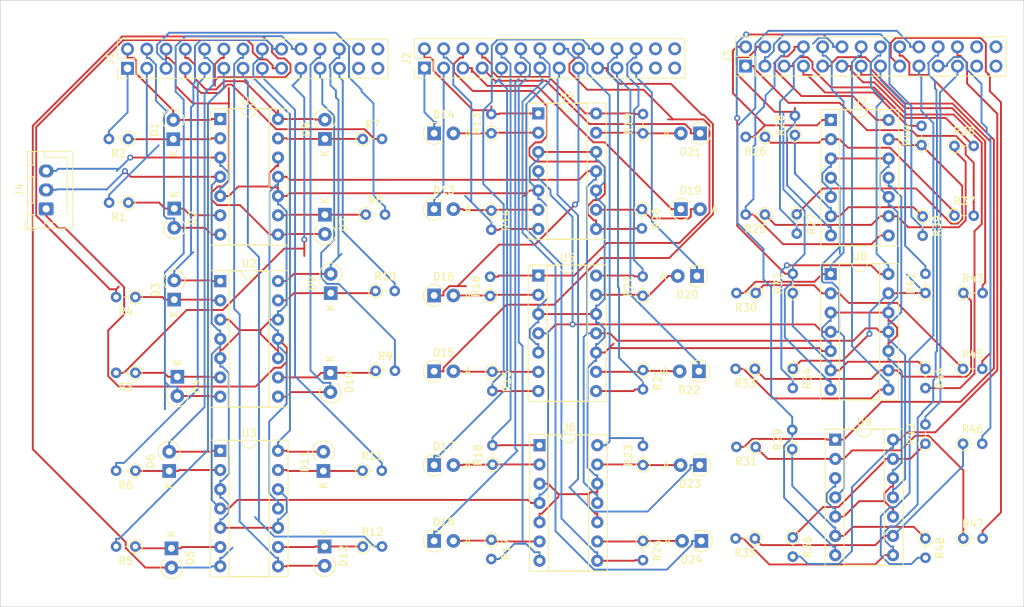
<source format=kicad_pcb>
(kicad_pcb (version 20221018) (generator pcbnew)
  (layers (0 "F.Cu" signal) (31 "B.Cu" signal) (34 "B.Paste" user) (35 "F.Paste" user) (36 "B.SilkS" user "B.Silkscreen") (37 "F.SilkS" user "F.Silkscreen") (38 "B.Mask" user) (39 "F.Mask" user) (44 "Edge.Cuts" user))
  (net 0 "")
  (net 1 "/LogOut0")
  (net 2 "Net-(D1-K)")
  (net 3 "GND")
  (net 4 "+12V")
  (net 5 "Net-(D2-K)")
  (net 6 "/LogOut1")
  (net 7 "/LogOut2")
  (net 8 "Net-(D3-K)")
  (net 9 "-12V")
  (net 10 "Net-(D4-K)")
  (net 11 "/LogOut3")
  (net 12 "/ALogOut0")
  (net 13 "Net-(D5-K)")
  (net 14 "Net-(D6-K)")
  (net 15 "/ALogOut1")
  (net 16 "/ALogOut2")
  (net 17 "Net-(D7-K)")
  (net 18 "Net-(D8-K)")
  (net 19 "/ALogOut3")
  (net 20 "/LogOut8")
  (net 21 "Net-(D9-K)")
  (net 22 "Net-(D10-K)")
  (net 23 "/LogOut9")
  (net 24 "/LogOut10")
  (net 25 "Net-(D11-K)")
  (net 26 "Net-(D12-K)")
  (net 27 "/LogOut11")
  (net 28 "/LogOut4")
  (net 29 "Net-(D13-A)")
  (net 30 "Net-(D14-A)")
  (net 31 "/LogOut5")
  (net 32 "/LogOut6")
  (net 33 "Net-(D15-A)")
  (net 34 "Net-(D16-A)")
  (net 35 "/LogOut7")
  (net 36 "/ALogOut4")
  (net 37 "Net-(D17-A)")
  (net 38 "Net-(D18-A)")
  (net 39 "/ALogOut5")
  (net 40 "/ALogOut6")
  (net 41 "Net-(D19-A)")
  (net 42 "Net-(D20-A)")
  (net 43 "/ALogOut7")
  (net 44 "/ALogOut8")
  (net 45 "Net-(D21-A)")
  (net 46 "Net-(D22-A)")
  (net 47 "/ALogOut9")
  (net 48 "/ALogOut10")
  (net 49 "Net-(D23-A)")
  (net 50 "Net-(D24-A)")
  (net 51 "/ALogOut11")
  (net 52 "/InvertOut0")
  (net 55 "/InvertOut1")
  (net 56 "/InvertOut2")
  (net 57 "/InvertOut3")
  (net 58 "/InvertOut4")
  (net 61 "/InvertOut5")
  (net 62 "/InvertOut6")
  (net 63 "/InvertOut7")
  (net 64 "/InvertOut8")
  (net 67 "/InvertOut9")
  (net 68 "/InvertOut10")
  (net 69 "/InvertOut11")
  (net 70 "/AlogIn0")
  (net 71 "/AlogIn1")
  (net 72 "/AlogIn2")
  (net 73 "/AlogIn3")
  (net 74 "/AlogIn4")
  (net 75 "/AlogIn5")
  (net 76 "/AlogIn6")
  (net 77 "/AlogIn7")
  (net 78 "/AlogIn8")
  (net 79 "/AlogIn9")
  (net 80 "/AlogIn10")
  (net 81 "/AlogIn11")
  (net 82 "/LogIn0")
  (net 83 "/LogIn1")
  (net 84 "/LogIn2")
  (net 85 "/LogIn3")
  (net 86 "/LogIn8")
  (net 87 "/LogIn9")
  (net 88 "/LogIn10")
  (net 89 "/LogIn11")
  (net 90 "/LogIn4")
  (net 91 "/LogIn5")
  (net 92 "/LogIn6")
  (net 93 "/LogIn7")
  (net 94 "/InvertIn0")
  (net 95 "/InvertIn1")
  (net 96 "/InvertIn2")
  (net 97 "/InvertIn3")
  (net 98 "/InvertIn4")
  (net 99 "/InvertIn5")
  (net 100 "/InvertIn6")
  (net 101 "/InvertIn7")
  (net 102 "/InvertIn8")
  (net 103 "/InvertIn9")
  (net 104 "/InvertIn10")
  (net 105 "/InvertIn11")
  (net 112 "Net-(U7C--)")
  (net 113 "Net-(U7A--)")
  (net 114 "Net-(U7D--)")
  (net 115 "Net-(U7B--)")
  (net 116 "Net-(U9B--)")
  (net 117 "Net-(U8A--)")
  (net 118 "Net-(U9A--)")
  (net 119 "Net-(U8B--)")
  (net 120 "Net-(U8C--)")
  (net 121 "Net-(U8D--)")
  (net 122 "Net-(U9C--)")
  (net 123 "Net-(U9D--)")
  (footprint "Diode_THT:D_A-405_P2.54mm_Vertical_AnodeUp" (layer "F.Cu") (at 111.02 133.8519)
    (fp_text reference "D18")
    (fp_text value "1N4148")
  )
  (footprint "Resistor_THT:R_Axial_DIN0204_L3.6mm_D1.6mm_P2.54mm_Vertical" (layer "F.Cu") (at 101.565 124.5869)
    (fp_text reference "R11")
    (fp_text value "10k")
  )
  (footprint "Diode_THT:D_A-405_P2.54mm_Vertical_AnodeUp" (layer "F.Cu") (at 143.56 90.0899)
    (fp_text reference "D19")
    (fp_text value "1N4148")
  )
  (footprint "Diode_THT:D_A-405_P2.54mm_Vertical_AnodeUp" (layer "F.Cu") (at 111.02 111.4719)
    (fp_text reference "D15")
    (fp_text value "1N4148")
  )
  (footprint "Diode_THT:D_A-405_P2.54mm_Vertical_AnodeUp" (layer "F.Cu") (at 145.6929 98.903 180)
    (fp_text reference "D20")
    (fp_text value "1N4148")
  )
  (footprint "Resistor_THT:R_Axial_DIN0204_L3.6mm_D1.6mm_P2.54mm_Vertical" (layer "F.Cu") (at 158.255 121.743 90)
    (fp_text reference "R29")
    (fp_text value "10k")
  )
  (footprint "Resistor_THT:R_Axial_DIN0204_L3.6mm_D1.6mm_P2.54mm_Vertical" (layer "F.Cu") (at 180.825 101.153)
    (fp_text reference "R43")
    (fp_text value "10k")
  )
  (footprint "Connector_PinHeader_2.54mm:PinHeader_2x14_P2.54mm_Vertical" (layer "F.Cu") (at 70.575 71.5107 90)
    (fp_text reference "J1")
    (fp_text value "Conn_02x14_Odd_Even")
  )
  (footprint "Diode_THT:D_A-405_P2.54mm_Vertical_AnodeUp" (layer "F.Cu") (at 145.94 111.4719 180)
    (fp_text reference "D22")
    (fp_text value "1N4148")
  )
  (footprint "Diode_THT:D_A-405_P2.54mm_Vertical_AnodeUp" (layer "F.Cu") (at 111.02 80.0899)
    (fp_text reference "D14")
    (fp_text value "1N4148")
  )
  (footprint "Package_DIP:DIP-14_W7.62mm_Socket" (layer "F.Cu") (at 124.76 77.4649)
    (fp_text reference "U4")
    (fp_text value "LM324")
  )
  (footprint "Resistor_THT:R_Axial_DIN0204_L3.6mm_D1.6mm_P2.54mm_Vertical" (layer "F.Cu") (at 175.825 133.533 -90)
    (fp_text reference "R48")
    (fp_text value "10k")
  )
  (footprint "Resistor_THT:R_Axial_DIN0204_L3.6mm_D1.6mm_P2.54mm_Vertical" (layer "F.Cu") (at 175.825 101.153 90)
    (fp_text reference "R41")
    (fp_text value "10k")
  )
  (footprint "Resistor_THT:R_Axial_DIN0204_L3.6mm_D1.6mm_P2.54mm_Vertical" (layer "F.Cu") (at 175.455 91.051 -90)
    (fp_text reference "R39")
    (fp_text value "10k")
  )
  (footprint "Resistor_THT:R_Axial_DIN0204_L3.6mm_D1.6mm_P2.54mm_Vertical" (layer "F.Cu") (at 153.435 101.153 180)
    (fp_text reference "R30")
    (fp_text value "10k")
  )
  (footprint "Diode_THT:D_A-405_P2.54mm_Vertical_KathodeUp" (layer "F.Cu") (at 96.565 134.5869 -90)
    (fp_text reference "D12")
    (fp_text value "1N4148")
  )
  (footprint "Diode_THT:D_A-405_P2.54mm_Vertical_KathodeUp" (layer "F.Cu") (at 97.33 111.6819 -90)
    (fp_text reference "D10")
    (fp_text value "1N4148")
  )
  (footprint "Resistor_THT:R_Axial_DIN0204_L3.6mm_D1.6mm_P2.54mm_Vertical" (layer "F.Cu") (at 138.56 133.8519 -90)
    (fp_text reference "R24")
    (fp_text value "10k")
  )
  (footprint "Resistor_THT:R_Axial_DIN0204_L3.6mm_D1.6mm_P2.54mm_Vertical" (layer "F.Cu") (at 101.995 90.8049)
    (fp_text reference "R8")
    (fp_text value "10k")
  )
  (footprint "Resistor_THT:R_Axial_DIN0204_L3.6mm_D1.6mm_P2.54mm_Vertical" (layer "F.Cu") (at 70.685 89.2249 180)
    (fp_text reference "R1")
    (fp_text value "10k")
  )
  (footprint "Diode_THT:D_A-405_P2.54mm_Vertical_KathodeUp" (layer "F.Cu") (at 97.38 101.1719 90)
    (fp_text reference "D9")
    (fp_text value "1N4148")
  )
  (footprint "Resistor_THT:R_Axial_DIN0204_L3.6mm_D1.6mm_P2.54mm_Vertical" (layer "F.Cu") (at 153.325 111.153 180)
    (fp_text reference "R33")
    (fp_text value "10k")
  )
  (footprint "Resistor_THT:R_Axial_DIN0204_L3.6mm_D1.6mm_P2.54mm_Vertical" (layer "F.Cu") (at 175.825 121.033 90)
    (fp_text reference "R42")
    (fp_text value "10k")
  )
  (footprint "Package_DIP:DIP-14_W7.62mm_Socket" (layer "F.Cu") (at 124.76 98.8469)
    (fp_text reference "U5")
    (fp_text value "LM324")
  )
  (footprint "Diode_THT:D_A-405_P2.54mm_Vertical_KathodeUp" (layer "F.Cu") (at 76.0716 124.6269 90)
    (fp_text reference "D6")
    (fp_text value "1N4148")
  )
  (footprint "Resistor_THT:R_Axial_DIN0204_L3.6mm_D1.6mm_P2.54mm_Vertical" (layer "F.Cu") (at 138.56 80.0899 90)
    (fp_text reference "R19")
    (fp_text value "10k")
  )
  (footprint "Resistor_THT:R_Axial_DIN0204_L3.6mm_D1.6mm_P2.54mm_Vertical" (layer "F.Cu") (at 153.435 121.448 180)
    (fp_text reference "R31")
    (fp_text value "10k")
  )
  (footprint "Package_DIP:DIP-14_W7.62mm_Socket" (layer "F.Cu") (at 82.805 99.5819)
    (fp_text reference "U2")
    (fp_text value "LM324")
  )
  (footprint "Resistor_THT:R_Axial_DIN0204_L3.6mm_D1.6mm_P2.54mm_Vertical" (layer "F.Cu") (at 158.855 90.771 -90)
    (fp_text reference "R27")
    (fp_text value "10k")
  )
  (footprint "Resistor_THT:R_Axial_DIN0204_L3.6mm_D1.6mm_P2.54mm_Vertical" (layer "F.Cu") (at 71.605 101.6819 180)
    (fp_text reference "R4")
    (fp_text value "10k")
  )
  (footprint "Resistor_THT:R_Axial_DIN0204_L3.6mm_D1.6mm_P2.54mm_Vertical" (layer "F.Cu") (at 101.605 80.8249)
    (fp_text reference "R7")
    (fp_text value "10k")
  )
  (footprint "Resistor_THT:R_Axial_DIN0204_L3.6mm_D1.6mm_P2.54mm_Vertical" (layer "F.Cu") (at 138.52 101.5119 90)
    (fp_text reference "R22")
    (fp_text value "10k")
  )
  (footprint "Resistor_THT:R_Axial_DIN0204_L3.6mm_D1.6mm_P2.54mm_Vertical" (layer "F.Cu") (at 180.825 133.533)
    (fp_text reference "R47")
    (fp_text value "10k")
  )
  (footprint "Resistor_THT:R_Axial_DIN0204_L3.6mm_D1.6mm_P2.54mm_Vertical" (layer "F.Cu") (at 158.325 101.153 90)
    (fp_text reference "R32")
    (fp_text value "10k")
  )
  (footprint "Resistor_THT:R_Axial_DIN0204_L3.6mm_D1.6mm_P2.54mm_Vertical" (layer "F.Cu") (at 103.305 111.4069)
    (fp_text reference "R9")
    (fp_text value "10k")
  )
  (footprint "Resistor_THT:R_Axial_DIN0204_L3.6mm_D1.6mm_P2.54mm_Vertical" (layer "F.Cu") (at 180.785 121.033)
    (fp_text reference "R46")
    (fp_text value "10k")
  )
  (footprint "Diode_THT:D_A-405_P2.54mm_Vertical_KathodeUp" (layer "F.Cu") (at 76.365 134.8269 -90)
    (fp_text reference "D5")
    (fp_text value "1N4148")
  )
  (footprint "Resistor_THT:R_Axial_DIN0204_L3.6mm_D1.6mm_P2.54mm_Vertical" (layer "F.Cu") (at 158.605 80.301 90)
    (fp_text reference "R28")
    (fp_text value "10k")
  )
  (footprint "Package_DIP:DIP-14_W7.62mm_Socket" (layer "F.Cu") (at 163.325 98.653)
    (fp_text reference "U8")
    (fp_text value "LM324")
  )
  (footprint "Diode_THT:D_A-405_P2.54mm_Vertical_KathodeUp" (layer "F.Cu") (at 76.73 102.0282 90)
    (fp_text reference "D3")
    (fp_text value "1N4148")
  )
  (footprint "Connector_JST:JST_XH_B3B-XH-AM_1x03_P2.50mm_Vertical" (layer "F.Cu") (at 59.84 90.0499 90)
    (fp_text reference "J4")
    (fp_text value "Conn_01x03_Pin")
  )
  (footprint "Resistor_THT:R_Axial_DIN0204_L3.6mm_D1.6mm_P2.54mm_Vertical" (layer "F.Cu") (at 118.69 111.5319 -90)
    (fp_text reference "R15")
    (fp_text value "10k")
  )
  (footprint "Diode_THT:D_A-405_P2.54mm_Vertical_KathodeUp" (layer "F.Cu") (at 76.7361 90.0078 -90)
    (fp_text reference "D2")
    (fp_text value "1N4148")
  )
  (footprint "Resistor_THT:R_Axial_DIN0204_L3.6mm_D1.6mm_P2.54mm_Vertical" (layer "F.Cu") (at 118.56 80.0899 90)
    (fp_text reference "R13")
    (fp_text value "10k")
  )
  (footprint "Diode_THT:D_A-405_P2.54mm_Vertical_AnodeUp" (layer "F.Cu") (at 111.02 123.8519)
    (fp_text reference "D17")
    (fp_text value "1N4148")
  )
  (footprint "Resistor_THT:R_Axial_DIN0204_L3.6mm_D1.6mm_P2.54mm_Vertical" (layer "F.Cu") (at 118.71 123.7919 90)
    (fp_text reference "R18")
    (fp_text value "10k")
  )
  (footprint "Package_DIP:DIP-14_W7.62mm_Socket" (layer "F.Cu") (at 163.355 78.326)
    (fp_text reference "U7")
    (fp_text value "LM324")
  )
  (footprint "Diode_THT:D_A-405_P2.54mm_Vertical_KathodeUp" (layer "F.Cu") (at 96.405 124.6269 90)
    (fp_text reference "D11")
    (fp_text value "1N4148")
  )
  (footprint "Resistor_THT:R_Axial_DIN0204_L3.6mm_D1.6mm_P2.54mm_Vertical" (layer "F.Cu") (at 138.42 90.0899 -90)
    (fp_text reference "R20")
    (fp_text value "10k")
  )
  (footprint "Diode_THT:D_A-405_P2.54mm_Vertical_AnodeUp" (layer "F.Cu") (at 146.26 133.8519 180)
    (fp_text reference "D24")
    (fp_text value "1N4148")
  )
  (footprint "Resistor_THT:R_Axial_DIN0204_L3.6mm_D1.6mm_P2.54mm_Vertical" (layer "F.Cu") (at 118.41 101.5419 90)
    (fp_text reference "R16")
    (fp_text value "10k")
  )
  (footprint "Resistor_THT:R_Axial_DIN0204_L3.6mm_D1.6mm_P2.54mm_Vertical" (layer "F.Cu") (at 154.655 80.551 180)
    (fp_text reference "R26")
    (fp_text value "10k")
  )
  (footprint "Diode_THT:D_A-405_P2.54mm_Vertical_KathodeUp" (layer "F.Cu") (at 76.605 80.8649 90)
    (fp_text reference "D1")
    (fp_text value "1N4148")
  )
  (footprint "Diode_THT:D_A-405_P2.54mm_Vertical_KathodeUp" (layer "F.Cu") (at 96.605 80.8249 90)
    (fp_text reference "D8")
    (fp_text value "1N4148")
  )
  (footprint "Package_DIP:DIP-14_W7.62mm_Socket" (layer "F.Cu") (at 82.805 78.1999)
    (fp_text reference "U1")
    (fp_text value "LM324")
  )
  (footprint "Resistor_THT:R_Axial_DIN0204_L3.6mm_D1.6mm_P2.54mm_Vertical" (layer "F.Cu") (at 103.28 100.8819)
    (fp_text reference "R10")
    (fp_text value "10k")
  )
  (footprint "Resistor_THT:R_Axial_DIN0204_L3.6mm_D1.6mm_P2.54mm_Vertical" (layer "F.Cu") (at 179.655 81.751)
    (fp_text reference "R38")
    (fp_text value "10k")
  )
  (footprint "Diode_THT:D_A-405_P2.54mm_Vertical_AnodeUp" (layer "F.Cu") (at 146.06 123.8519 180)
    (fp_text reference "D23")
    (fp_text value "1N4148")
  )
  (footprint "Resistor_THT:R_Axial_DIN0204_L3.6mm_D1.6mm_P2.54mm_Vertical" (layer "F.Cu") (at 175.825 111.153 -90)
    (fp_text reference "R44")
    (fp_text value "10k")
  )
  (footprint "Resistor_THT:R_Axial_DIN0204_L3.6mm_D1.6mm_P2.54mm_Vertical" (layer "F.Cu") (at 118.56 90.2699 -90)
    (fp_text reference "R14")
    (fp_text value "10k")
  )
  (footprint "Resistor_THT:R_Axial_DIN0204_L3.6mm_D1.6mm_P2.54mm_Vertical" (layer "F.Cu") (at 71.605 134.5869 180)
    (fp_text reference "R5")
    (fp_text value "10k")
  )
  (footprint "Diode_THT:D_A-405_P2.54mm_Vertical_KathodeUp" (layer "F.Cu") (at 96.605 90.8249 -90)
    (fp_text reference "D7")
    (fp_text value "1N4148")
  )
  (footprint "Resistor_THT:R_Axial_DIN0204_L3.6mm_D1.6mm_P2.54mm_Vertical" (layer "F.Cu") (at 138.56 111.3219 -90)
    (fp_text reference "R21")
    (fp_text value "10k")
  )
  (footprint "Connector_PinHeader_2.54mm:PinHeader_2x14_P2.54mm_Vertical" (layer "F.Cu") (at 109.735 71.4757 90)
    (fp_text reference "J2")
    (fp_text value "Conn_02x14_Odd_Even")
  )
  (footprint "Resistor_THT:R_Axial_DIN0204_L3.6mm_D1.6mm_P2.54mm_Vertical" (layer "F.Cu") (at 179.655 90.951)
    (fp_text reference "R37")
    (fp_text value "10k")
  )
  (footprint "Diode_THT:D_A-405_P2.54mm_Vertical_AnodeUp" (layer "F.Cu") (at 146.1 80.0899 180)
    (fp_text reference "D21")
    (fp_text value "1N4148")
  )
  (footprint "Resistor_THT:R_Axial_DIN0204_L3.6mm_D1.6mm_P2.54mm_Vertical" (layer "F.Cu") (at 138.56 123.8519 90)
    (fp_text reference "R23")
    (fp_text value "10k")
  )
  (footprint "Resistor_THT:R_Axial_DIN0204_L3.6mm_D1.6mm_P2.54mm_Vertical" (layer "F.Cu") (at 153.325 133.533 180)
    (fp_text reference "R35")
    (fp_text value "10k")
  )
  (footprint "Diode_THT:D_A-405_P2.54mm_Vertical_AnodeUp" (layer "F.Cu") (at 111.02 101.4719)
    (fp_text reference "D16")
    (fp_text value "1N4148")
  )
  (footprint "Resistor_THT:R_Axial_DIN0204_L3.6mm_D1.6mm_P2.54mm_Vertical" (layer "F.Cu") (at 180.785 111.153)
    (fp_text reference "R45")
    (fp_text value "10k")
  )
  (footprint "Resistor_THT:R_Axial_DIN0204_L3.6mm_D1.6mm_P2.54mm_Vertical" (layer "F.Cu") (at 101.605 134.5869)
    (fp_text reference "R12")
    (fp_text value "10k")
  )
  (footprint "Package_DIP:DIP-14_W7.62mm_Socket" (layer "F.Cu") (at 163.93 120.493)
    (fp_text reference "U9")
    (fp_text value "LM324")
  )
  (footprint "Resistor_THT:R_Axial_DIN0204_L3.6mm_D1.6mm_P2.54mm_Vertical" (layer "F.Cu") (at 118.56 133.7019 -90)
    (fp_text reference "R17")
    (fp_text value "10k")
  )
  (footprint "Package_DIP:DIP-14_W7.62mm_Socket" (layer "F.Cu") (at 82.805 121.9619)
    (fp_text reference "U3")
    (fp_text value "LM324")
  )
  (footprint "Resistor_THT:R_Axial_DIN0204_L3.6mm_D1.6mm_P2.54mm_Vertical" (layer "F.Cu") (at 158.325 133.383 -90)
    (fp_text reference "R36")
    (fp_text value "10k")
  )
  (footprint "Diode_THT:D_A-405_P2.54mm_Vertical_KathodeUp" (layer "F.Cu") (at 77.14 112.198 -90)
    (fp_text reference "D4")
    (fp_text value "1N4148")
  )
  (footprint "Diode_THT:D_A-405_P2.54mm_Vertical_AnodeUp" (layer "F.Cu") (at 111.02 90.0899)
    (fp_text reference "D13")
    (fp_text value "1N4148")
  )
  (footprint "Resistor_THT:R_Axial_DIN0204_L3.6mm_D1.6mm_P2.54mm_Vertical" (layer "F.Cu") (at 154.655 90.801 180)
    (fp_text reference "R25")
    (fp_text value "10k")
  )
  (footprint "Package_DIP:DIP-14_W7.62mm_Socket" (layer "F.Cu") (at 124.92 121.2269)
    (fp_text reference "U6")
    (fp_text value "LM324")
  )
  (footprint "Connector_PinHeader_2.54mm:PinHeader_2x14_P2.54mm_Vertical" (layer "F.Cu") (at 152.11 71.2168 90)
    (fp_text reference "J3")
    (fp_text value "Conn_02x14_Odd_Even")
  )
  (footprint "Resistor_THT:R_Axial_DIN0204_L3.6mm_D1.6mm_P2.54mm_Vertical" (layer "F.Cu") (at 71.605 124.5869 180)
    (fp_text reference "R6")
    (fp_text value "10k")
  )
  (footprint "Resistor_THT:R_Axial_DIN0204_L3.6mm_D1.6mm_P2.54mm_Vertical" (layer "F.Cu") (at 70.655 80.8249 180)
    (fp_text reference "R2")
    (fp_text value "10k")
  )
  (footprint "Resistor_THT:R_Axial_DIN0204_L3.6mm_D1.6mm_P2.54mm_Vertical" (layer "F.Cu") (at 71.605 111.6819 180)
    (fp_text reference "R3")
    (fp_text value "10k")
  )
  (footprint "Resistor_THT:R_Axial_DIN0204_L3.6mm_D1.6mm_P2.54mm_Vertical" (layer "F.Cu") (at 158.325 111.153 -90)
    (fp_text reference "R34")
    (fp_text value "10k")
  )
  (footprint "Resistor_THT:R_Axial_DIN0204_L3.6mm_D1.6mm_P2.54mm_Vertical" (layer "F.Cu") (at 175.305 81.641 90)
    (fp_text reference "R40")
    (fp_text value "10k")
  )
  (gr_rect (start 53.8 62.5499) (end 188.8 142.5499) (stroke (width 0.1)) (fill none) (layer "Edge.Cuts"))
  (segment (start 82.805 78.1999) (end 81.6799 78.1999) (width 0.25) (layer "F.Cu") (net 1))
  (segment (start 71.7502 72.245) (end 71.7502 70.49) (width 0.25) (layer "F.Cu") (net 1))
  (segment (start 71.406 70.1458) (end 70.575 70.1458) (width 0.25) (layer "F.Cu") (net 1))
  (segment (start 76.605 77.0998) (end 73.3152 73.81) (width 0.25) (layer "F.Cu") (net 1))
  (segment (start 73.3152 73.81) (end 71.7502 72.245) (width 0.25) (layer "F.Cu") (net 1))
  (segment (start 81.6799 78.1999) (end 81.5549 78.3249) (width 0.25) (layer "F.Cu") (net 1))
  (segment (start 70.575 70.1458) (end 70.575 68.9707) (width 0.25) (layer "F.Cu") (net 1))
  (segment (start 71.7502 70.49) (end 71.406 70.1458) (width 0.25) (layer "F.Cu") (net 1))
  (segment (start 81.5549 78.3249) (end 76.605 78.3249) (width 0.25) (layer "F.Cu") (net 1))
  (segment (start 76.605 78.3249) (end 76.605 77.0998) (width 0.25) (layer "F.Cu") (net 1))
  (segment (start 81.6799 80.7399) (end 81.5549 80.8649) (width 0.25) (layer "F.Cu") (net 2))
  (segment (start 76.605 80.8649) (end 70.695 80.8649) (width 0.25) (layer "F.Cu") (net 2))
  (segment (start 81.5549 80.8649) (end 76.605 80.8649) (width 0.25) (layer "F.Cu") (net 2))
  (segment (start 82.805 80.7399) (end 81.6799 80.7399) (width 0.25) (layer "F.Cu") (net 2))
  (segment (start 70.695 80.8649) (end 70.655 80.8249) (width 0.25) (layer "F.Cu") (net 2))
  (segment (start 161.806 108.42) (end 134.092 108.42) (width 0.25) (layer "F.Cu") (net 3))
  (segment (start 90.425 84.405) (end 90.425 83.2799) (width 0.25) (layer "F.Cu") (net 3))
  (segment (start 167.097 128.612) (end 165.055 130.653) (width 0.25) (layer "F.Cu") (net 3))
  (segment (start 163.325 103.733) (end 170.945 103.733) (width 0.25) (layer "F.Cu") (net 3))
  (segment (start 132.38 103.927) (end 124.7601 103.927) (width 0.25) (layer "F.Cu") (net 3))
  (segment (start 171.55 126.698) (end 171.279 126.698) (width 0.25) (layer "F.Cu") (net 3))
  (segment (start 132.307 130.262) (end 131.39 129.346) (width 0.25) (layer "F.Cu") (net 3))
  (segment (start 124.76 82.5449) (end 132.38 82.5449) (width 0.25) (layer "F.Cu") (net 3))
  (segment (start 83.9301 88.3599) (end 82.805 88.3599) (width 0.25) (layer "F.Cu") (net 3))
  (segment (start 131.39 129.346) (end 131.39 127.689) (width 0.25) (layer "F.Cu") (net 3))
  (segment (start 124.7601 103.927) (end 124.76 103.927) (width 0.25) (layer "F.Cu") (net 3))
  (segment (start 82.805 108.617) (end 83.0863 108.617) (width 0.25) (layer "F.Cu") (net 3))
  (segment (start 132.38 103.9269) (end 132.38 103.927) (width 0.25) (layer "F.Cu") (net 3))
  (segment (start 133.505 109.007) (end 134.092 108.42) (width 0.25) (layer "F.Cu") (net 3))
  (segment (start 163.325 108.813) (end 162.2 108.813) (width 0.25) (layer "F.Cu") (net 3))
  (segment (start 162.2 108.813) (end 161.806 108.42) (width 0.25) (layer "F.Cu") (net 3))
  (segment (start 83.0863 108.617) (end 85.3126 106.39) (width 0.25) (layer "F.Cu") (net 3))
  (segment (start 82.805 83.2799) (end 70.9347 83.2799) (width 0.25) (layer "F.Cu") (net 3))
  (segment (start 171.55 125.573) (end 171.55 126.698) (width 0.25) (layer "F.Cu") (net 3))
  (segment (start 124.92 130.262) (end 125.201 130.262) (width 0.25) (layer "F.Cu") (net 3))
  (segment (start 88.1101 106.044) (end 85.3126 106.044) (width 0.25) (layer "F.Cu") (net 3))
  (segment (start 85.3126 106.044) (end 83.9301 104.662) (width 0.25) (layer "F.Cu") (net 3))
  (segment (start 124.9201 126.307) (end 124.92 126.3069) (width 0.25) (layer "F.Cu") (net 3))
  (segment (start 172.095 105.726) (end 172.095 106.772) (width 0.25) (layer "F.Cu") (net 3))
  (segment (start 90.425 109.7419) (end 90.425 108.617) (width 0.25) (layer "F.Cu") (net 3))
  (segment (start 123.268 87.9924) (end 122.9 88.3599) (width 0.25) (layer "F.Cu") (net 3))
  (segment (start 123.635 87.6249) (end 123.268 87.9924) (width 0.25) (layer "F.Cu") (net 3))
  (segment (start 171.178 107.688) (end 170.945 107.688) (width 0.25) (layer "F.Cu") (net 3))
  (segment (start 125.201 130.262) (end 127.428 128.036) (width 0.25) (layer "F.Cu") (net 3))
  (segment (start 90.425 104.6619) (end 90.425 104.662) (width 0.25) (layer "F.Cu") (net 3))
  (segment (start 131.648 127.432) (end 131.39 127.689) (width 0.25) (layer "F.Cu") (net 3))
  (segment (start 127.428 128.036) (end 127.428 127.689) (width 0.25) (layer "F.Cu") (net 3))
  (segment (start 124.7601 103.927) (end 124.76 103.9269) (width 0.25) (layer "F.Cu") (net 3))
  (segment (start 171.317 129.528) (end 170.401 128.612) (width 0.25) (layer "F.Cu") (net 3))
  (segment (start 89.2999 104.662) (end 89.2999 104.855) (width 0.25) (layer "F.Cu") (net 3))
  (segment (start 85.188 87.102) (end 83.9301 88.3599) (width 0.25) (layer "F.Cu") (net 3))
  (segment (start 132.38 109.007) (end 133.505 109.007) (width 0.25) (layer "F.Cu") (net 3))
  (segment (start 89.2755 87.102) (end 85.188 87.102) (width 0.25) (layer "F.Cu") (net 3))
  (segment (start 90.1918 108.617) (end 88.1101 106.535) (width 0.25) (layer "F.Cu") (net 3))
  (segment (start 90.425 109.742) (end 90.425 109.7419) (width 0.25) (layer "F.Cu") (net 3))
  (segment (start 82.805 132.1219) (end 82.805 132.122) (width 0.25) (layer "F.Cu") (net 3))
  (segment (start 90.425 108.617) (end 90.1918 108.617) (width 0.25) (layer "F.Cu") (net 3))
  (segment (start 126.045 126.307) (end 124.9201 126.307) (width 0.25) (layer "F.Cu") (net 3))
  (segment (start 89.2755 85.3213) (end 90.1918 84.405) (width 0.25) (layer "F.Cu") (net 3))
  (segment (start 171.226 104.858) (end 172.095 105.726) (width 0.25) (layer "F.Cu") (net 3))
  (segment (start 90.425 88.3599) (end 90.425 87.2348) (width 0.25) (layer "F.Cu") (net 3))
  (segment (start 90.1918 84.405) (end 90.425 84.405) (width 0.25) (layer "F.Cu") (net 3))
  (segment (start 124.92 131.3869) (end 124.92 130.262) (width 0.25) (layer "F.Cu") (net 3))
  (segment (start 170.945 104.858) (end 171.226 104.858) (width 0.25) (layer "F.Cu") (net 3))
  (segment (start 170.945 103.733) (end 170.945 104.858) (width 0.25) (layer "F.Cu") (net 3))
  (segment (start 134.092 108.42) (end 134.68 107.832) (width 0.25) (layer "F.Cu") (net 3))
  (segment (start 132.54 126.3069) (end 132.54 126.307) (width 0.25) (layer "F.Cu") (net 3))
  (segment (start 90.425 88.3599) (end 91.5501 88.3599) (width 0.25) (layer "F.Cu") (net 3))
  (segment (start 170.975 83.406) (end 163.355 83.406) (width 0.25) (layer "F.Cu") (net 3))
  (segment (start 124.76 87.6249) (end 123.635 87.6249) (width 0.25) (layer "F.Cu") (net 3))
  (segment (start 90.4249 132.122) (end 90.425 132.1219) (width 0.25) (layer "F.Cu") (net 3))
  (segment (start 170.945 107.688) (end 170.945 108.813) (width 0.25) (layer "F.Cu") (net 3))
  (segment (start 132.54 130.262) (end 132.307 130.262) (width 0.25) (layer "F.Cu") (net 3))
  (segment (start 127.428 127.689) (end 126.045 126.307) (width 0.25) (layer "F.Cu") (net 3))
  (segment (start 171.279 126.698) (end 170.401 127.576) (width 0.25) (layer "F.Cu") (net 3))
  (segment (start 124.9201 126.307) (end 124.92 126.307) (width 0.25) (layer "F.Cu") (net 3))
  (segment (start 91.5501 88.3599) (end 91.9176 87.9924) (width 0.25) (layer "F.Cu") (net 3))
  (segment (start 124.92 131.387) (end 124.92 131.3869) (width 0.25) (layer "F.Cu") (net 3))
  (segment (start 89.2755 87.102) (end 89.2755 85.3213) (width 0.25) (layer "F.Cu") (net 3))
  (segment (start 90.425 104.662) (end 89.2999 104.662) (width 0.25) (layer "F.Cu") (net 3))
  (segment (start 85.3126 106.39) (end 85.3126 106.044) (width 0.25) (layer "F.Cu") (net 3))
  (segment (start 170.401 127.576) (end 170.401 128.612) (width 0.25) (layer "F.Cu") (net 3))
  (segment (start 82.805 109.7419) (end 82.805 108.617) (width 0.25) (layer "F.Cu") (net 3))
  (segment (start 165.055 130.653) (end 163.93 130.653) (width 0.25) (layer "F.Cu") (net 3))
  (segment (start 82.8051 104.662) (end 82.805 104.6619) (width 0.25) (layer "F.Cu") (net 3))
  (segment (start 132.54 131.387) (end 132.54 131.3869) (width 0.25) (layer "F.Cu") (net 3))
  (segment (start 91.9176 87.9924) (end 123.268 87.9924) (width 0.25) (layer "F.Cu") (net 3))
  (segment (start 83.9301 104.662) (end 82.8051 104.662) (width 0.25) (layer "F.Cu") (net 3))
  (segment (start 132.54 126.307) (end 132.54 127.432) (width 0.25) (layer "F.Cu") (net 3))
  (segment (start 132.38 109.0069) (end 132.38 109.007) (width 0.25) (layer "F.Cu") (net 3))
  (segment (start 171.55 130.653) (end 171.55 129.528) (width 0.25) (layer "F.Cu") (net 3))
  (segment (start 90.425 87.2348) (end 89.4083 87.2348) (width 0.25) (layer "F.Cu") (net 3))
  (segment (start 171.55 129.528) (end 171.317 129.528) (width 0.25) (layer "F.Cu") (net 3))
  (segment (start 82.805 109.742) (end 82.805 109.7419) (width 0.25) (layer "F.Cu") (net 3))
  (segment (start 90.4249 132.122) (end 82.805 132.122) (width 0.25) (layer "F.Cu") (net 3))
  (segment (start 172.095 106.772) (end 171.178 107.688) (width 0.25) (layer "F.Cu") (net 3))
  (segment (start 89.4083 87.2348) (end 89.2755 87.102) (width 0.25) (layer "F.Cu") (net 3))
  (segment (start 170.401 128.612) (end 167.097 128.612) (width 0.25) (layer "F.Cu") (net 3))
  (segment (start 88.1101 106.535) (end 88.1101 106.044) (width 0.25) (layer "F.Cu") (net 3))
  (segment (start 132.54 127.432) (end 131.648 127.432) (width 0.25) (layer "F.Cu") (net 3))
  (segment (start 132.54 131.3869) (end 132.54 130.262) (width 0.25) (layer "F.Cu") (net 3))
  (segment (start 131.39 127.689) (end 127.428 127.689) (width 0.25) (layer "F.Cu") (net 3))
  (segment (start 89.2999 104.855) (end 88.1101 106.044) (width 0.25) (layer "F.Cu") (net 3))
  (via (at 70.9347 83.2799) (size 0.8) (drill 0.4) (layers "F.Cu" "B.Cu") (net 3))
  (segment (start 132.38 110.132) (end 132.147 110.132) (width 0.25) (layer "B.Cu") (net 3))
  (segment (start 90.7121 127.329) (end 90.425 127.0419) (width 0.25) (layer "B.Cu") (net 3))
  (segment (start 163.355 87.3609) (end 163.355 88.486) (width 0.25) (layer "B.Cu") (net 3))
  (segment (start 132.54 126.3069) (end 132.54 126.307) (width 0.25) (layer "B.Cu") (net 3))
  (segment (start 90.7123 127.329) (end 90.7121 127.329) (width 0.25) (layer "B.Cu") (net 3))
  (segment (start 132.38 103.927) (end 132.38 103.9269) (width 0.25) (layer "B.Cu") (net 3))
  (segment (start 131.252 123.8557) (end 131.252 124.176) (width 0.25) (layer "B.Cu") (net 3))
  (segment (start 132.38 105.052) (end 132.661 105.052) (width 0.25) (layer "B.Cu") (net 3))
  (segment (start 83.0863 110.867) (end 83.9302 111.7107) (width 0.25) (layer "B.Cu") (net 3))
  (segment (start 82.805 125.917) (end 82.805 127.0419) (width 0.25) (layer "B.Cu") (net 3))
  (segment (start 163.93 126.698) (end 163.93 125.573) (width 0.25) (layer "B.Cu") (net 3))
  (segment (start 172.692 123.539) (end 172.692 111.465) (width 0.25) (layer "B.Cu") (net 3))
  (segment (start 83.9301 85.297) (end 83.0381 84.405) (width 0.25) (layer "B.Cu") (net 3))
  (segment (start 170.945 108.813) (end 170.945 109.938) (width 0.25) (layer "B.Cu") (net 3))
  (segment (start 90.7063 103.537) (end 91.5502 102.693) (width 0.25) (layer "B.Cu") (net 3))
  (segment (start 170.975 84.5311) (end 170.975 83.406) (width 0.25) (layer "B.Cu") (net 3))
  (segment (start 172.692 111.465) (end 172.675 111.448) (width 0.25) (layer "B.Cu") (net 3))
  (segment (start 124.527 105.052) (end 124.76 105.052) (width 0.25) (layer "B.Cu") (net 3))
  (segment (start 132.38 107.882) (end 132.38 109.0069) (width 0.25) (layer "B.Cu") (net 3))
  (segment (start 123.634 105.945) (end 124.527 105.052) (width 0.25) (layer "B.Cu") (net 3))
  (segment (start 163.649 129.528) (end 162.805 128.684) (width 0.25) (layer "B.Cu") (net 3))
  (segment (start 123.634 107.037) (end 123.634 105.945) (width 0.25) (layer "B.Cu") (net 3))
  (segment (start 162.2 106.826) (end 162.2 105.75) (width 0.25) (layer "B.Cu") (net 3))
  (segment (start 162.805 127.59) (end 163.697 126.698) (width 0.25) (layer "B.Cu") (net 3))
  (segment (start 90.425 127.042) (end 90.9998 127.616) (width 0.25) (layer "B.Cu") (net 3))
  (segment (start 172.1 101.686) (end 172.19 101.596) (width 0.25) (layer "B.Cu") (net 3))
  (segment (start 133.509 106.986) (end 132.613 107.882) (width 0.25) (layer "B.Cu") (net 3))
  (segment (start 90.425 132.1219) (end 90.425 130.997) (width 0.25) (layer "B.Cu") (net 3))
  (segment (start 133.5052 101.9579) (end 133.5052 89.6421) (width 0.25) (layer "B.Cu") (net 3))
  (segment (start 132.6613 102.8018) (end 133.5052 101.9579) (width 0.25) (layer "B.Cu") (net 3))
  (segment (start 124.76 102.802) (end 125.041 102.802) (width 0.25) (layer "B.Cu") (net 3))
  (segment (start 82.805 130.997) (end 82.805 132.1219) (width 0.25) (layer "B.Cu") (net 3))
  (segment (start 131.2548 123.8529) (end 131.252 123.8557) (width 0.25) (layer "B.Cu") (net 3))
  (segment (start 171.178 102.608) (end 170.945 102.608) (width 0.25) (layer "B.Cu") (net 3))
  (segment (start 82.805 110.867) (end 83.0863 110.867) (width 0.25) (layer "B.Cu") (net 3))
  (segment (start 124.76 109.0069) (end 124.76 107.882) (width 0.25) (layer "B.Cu") (net 3))
  (segment (start 124.993 88.75) (end 124.76 88.75) (width 0.25) (layer "B.Cu") (net 3))
  (segment (start 125.909 89.6663) (end 124.993 88.75) (width 0.25) (layer "B.Cu") (net 3))
  (segment (start 124.76 87.6249) (end 123.633 86.4981) (width 0.25) (layer "B.Cu") (net 3))
  (segment (start 90.9996 127.616) (end 90.7123 127.329) (width 0.25) (layer "B.Cu") (net 3))
  (segment (start 163.325 108.813) (end 163.325 107.688) (width 0.25) (layer "B.Cu") (net 3))
  (segment (start 91.5745 130.08) (end 91.5745 128.191) (width 0.25) (layer "B.Cu") (net 3))
  (segment (start 170.775 84.5311) (end 170.975 84.5311) (width 0.25) (layer "B.Cu") (net 3))
  (segment (start 170.975 88.486) (end 170.975 89.6111) (width 0.25) (layer "B.Cu") (net 3))
  (segment (start 82.805 128.167) (end 83.0381 128.167) (width 0.25) (layer "B.Cu") (net 3))
  (segment (start 70.9347 83.2799) (end 69.4521 84.7625) (width 0.25) (layer "B.Cu") (net 3))
  (segment (start 83.0381 125.917) (end 82.805 125.917) (width 0.25) (layer "B.Cu") (net 3))
  (segment (start 123.633 84.5753) (end 124.538 83.67) (width 0.25) (layer "B.Cu") (net 3))
  (segment (start 132.54 125.182) (end 132.54 126.3069) (width 0.25) (layer "B.Cu") (net 3))
  (segment (start 90.7123 127.329) (end 90.425 127.042) (width 0.25) (layer "B.Cu") (net 3))
  (segment (start 163.074 84.5311) (end 162.219 85.3855) (width 0.25) (layer "B.Cu") (net 3))
  (segment (start 171.257 89.6111) (end 172.1 90.4543) (width 0.25) (layer "B.Cu") (net 3))
  (segment (start 169.835 87.3464) (end 169.835 85.4709) (width 0.25) (layer "B.Cu") (net 3))
  (segment (start 61.4275 84.7625) (end 69.4521 84.7625) (width 0.25) (layer "B.Cu") (net 3))
  (segment (start 90.9998 127.616) (end 90.9996 127.616) (width 0.25) (layer "B.Cu") (net 3))
  (segment (start 91.5502 90.3771) (end 91.5502 102.693) (width 0.25) (layer "B.Cu") (net 3))
  (segment (start 83.0864 87.2348) (end 83.9301 86.3911) (width 0.25) (layer "B.Cu") (net 3))
  (segment (start 83.0381 128.167) (end 83.9302 129.059) (width 0.25) (layer "B.Cu") (net 3))
  (segment (start 133.5052 89.6421) (end 132.6131 88.75) (width 0.25) (layer "B.Cu") (net 3))
  (segment (start 131.2548 111.0232) (end 131.252 111.026) (width 0.25) (layer "B.Cu") (net 3))
  (segment (start 59.84 85.0499) (end 61.1401 85.0499) (width 0.25) (layer "B.Cu") (net 3))
  (segment (start 171.166 109.938) (end 172.675 111.448) (width 0.25) (layer "B.Cu") (net 3))
  (segment (start 172.675 123.556) (end 172.692 123.539) (width 0.25) (layer "B.Cu") (net 3))
  (segment (start 90.425 132.1219) (end 90.425 132.122) (width 0.25) (layer "B.Cu") (net 3))
  (segment (start 172.19 101.596) (end 172.19 90.5443) (width 0.25) (layer "B.Cu") (net 3))
  (segment (start 170.945 102.608) (end 170.945 103.733) (width 0.25) (layer "B.Cu") (net 3))
  (segment (start 133.509 86.4962) (end 132.38 87.6249) (width 0.25) (layer "B.Cu") (net 3))
  (segment (start 83.9545 125) (end 83.0381 125.917) (width 0.25) (layer "B.Cu") (net 3))
  (segment (start 83.0381 84.405) (end 82.805 84.405) (width 0.25) (layer "B.Cu") (net 3))
  (segment (start 124.76 88.75) (end 124.76 87.6249) (width 0.25) (layer "B.Cu") (net 3))
  (segment (start 91.5502 90.3771) (end 90.6581 89.485) (width 0.25) (layer "B.Cu") (net 3))
  (segment (start 171.783 124.448) (end 171.55 124.448) (width 0.25) (layer "B.Cu") (net 3))
  (segment (start 83.9302 122.585) (end 83.9545 122.6093) (width 0.25) (layer "B.Cu") (net 3))
  (segment (start 163.325 104.858) (end 163.325 103.733) (width 0.25) (layer "B.Cu") (net 3))
  (segment (start 61.1401 85.0499) (end 61.4275 84.7625) (width 0.25) (layer "B.Cu") (net 3))
  (segment (start 90.425 104.662) (end 90.425 104.6619) (width 0.25) (layer "B.Cu") (net 3))
  (segment (start 163.93 129.528) (end 163.649 129.528) (width 0.25) (layer "B.Cu") (net 3))
  (segment (start 132.38 103.9269) (end 132.38 102.8018) (width 0.25) (layer "B.Cu") (net 3))
  (segment (start 132.661 105.052) (end 133.509 105.899) (width 0.25) (layer "B.Cu") (net 3))
  (segment (start 124.479 107.882) (end 123.634 107.037) (width 0.25) (layer "B.Cu") (net 3))
  (segment (start 83.9302 130.135) (end 83.0686 130.997) (width 0.25) (layer "B.Cu") (net 3))
  (segment (start 132.38 102.8018) (end 132.6613 102.8018) (width 0.25) (layer "B.Cu") (net 3))
  (segment (start 163.355 84.5311) (end 163.074 84.5311) (width 0.25) (layer "B.Cu") (net 3))
  (segment (start 170.975 88.486) (end 169.835 87.3464) (width 0.25) (layer "B.Cu") (net 3))
  (segment (start 83.0686 130.997) (end 82.805 130.997) (width 0.25) (layer "B.Cu") (net 3))
  (segment (start 133.509 84.5174) (end 133.509 86.4962) (width 0.25) (layer "B.Cu") (net 3))
  (segment (start 163.355 83.406) (end 163.355 84.5311) (width 0.25) (layer "B.Cu") (net 3))
  (segment (start 124.76 83.67) (end 124.76 82.5449) (width 0.25) (layer "B.Cu") (net 3))
  (segment (start 90.425 89.485) (end 90.425 88.3599) (width 0.25) (layer "B.Cu") (net 3))
  (segment (start 82.805 132.1219) (end 82.805 132.122) (width 0.25) (layer "B.Cu") (net 3))
  (segment (start 163.93 130.653) (end 163.93 129.528) (width 0.25) (layer "B.Cu") (net 3))
  (segment (start 163.325 107.688) (end 163.061 107.688) (width 0.25) (layer "B.Cu") (net 3))
  (segment (start 162.805 128.684) (end 162.805 127.59) (width 0.25) (layer "B.Cu") (net 3))
  (segment (start 172.19 90.5443) (end 172.1 90.4543) (width 0.25) (layer "B.Cu") (net 3))
  (segment (start 82.805 109.742) (end 82.805 109.7419) (width 0.25) (layer "B.Cu") (net 3))
  (segment (start 69.4521 84.7625) (end 69.1647 85.0499) (width 0.25) (layer "B.Cu") (net 3))
  (segment (start 132.38 82.5449) (end 132.38 83.67) (width 0.25) (layer "B.Cu") (net 3))
  (segment (start 162.219 86.4584) (end 163.122 87.3609) (width 0.25) (layer "B.Cu") (net 3))
  (segment (start 124.538 83.67) (end 124.76 83.67) (width 0.25) (layer "B.Cu") (net 3))
  (segment (start 163.697 126.698) (end 163.93 126.698) (width 0.25) (layer "B.Cu") (net 3))
  (segment (start 133.509 105.899) (end 133.509 106.986) (width 0.25) (layer "B.Cu") (net 3))
  (segment (start 90.6581 130.997) (end 91.5745 130.08) (width 0.25) (layer "B.Cu") (net 3))
  (segment (start 124.76 107.882) (end 124.479 107.882) (width 0.25) (layer "B.Cu") (net 3))
  (segment (start 162.219 85.3855) (end 162.219 86.4584) (width 0.25) (layer "B.Cu") (net 3))
  (segment (start 90.425 103.537) (end 90.7063 103.537) (width 0.25) (layer "B.Cu") (net 3))
  (segment (start 170.975 89.6111) (end 171.257 89.6111) (width 0.25) (layer "B.Cu") (net 3))
  (segment (start 171.55 124.448) (end 171.55 125.573) (width 0.25) (layer "B.Cu") (net 3))
  (segment (start 132.259 125.182) (end 132.54 125.182) (width 0.25) (layer "B.Cu") (net 3))
  (segment (start 169.835 85.4709) (end 170.775 84.5311) (width 0.25) (layer "B.Cu") (net 3))
  (segment (start 83.9302 111.7107) (end 83.9302 122.585) (width 0.25) (layer "B.Cu") (net 3))
  (segment (start 132.38 109.0069) (end 132.38 110.132) (width 0.25) (layer "B.Cu") (net 3))
  (segment (start 131.252 124.176) (end 132.259 125.182) (width 0.25) (layer "B.Cu") (net 3))
  (segment (start 170.945 109.938) (end 171.166 109.938) (width 0.25) (layer "B.Cu") (net 3))
  (segment (start 172.1 101.686) (end 171.178 102.608) (width 0.25) (layer "B.Cu") (net 3))
  (segment (start 132.6131 88.75) (end 132.38 88.75) (width 0.25) (layer "B.Cu") (net 3))
  (segment (start 132.38 83.67) (end 132.661 83.67) (width 0.25) (layer "B.Cu") (net 3))
  (segment (start 132.38 87.6249) (end 132.38 88.75) (width 0.25) (layer "B.Cu") (net 3))
  (segment (start 125.041 102.802) (end 125.909 101.934) (width 0.25) (layer "B.Cu") (net 3))
  (segment (start 90.425 130.997) (end 90.6581 130.997) (width 0.25) (layer "B.Cu") (net 3))
  (segment (start 83.9545 122.6093) (end 83.9545 125) (width 0.25) (layer "B.Cu") (net 3))
  (segment (start 83.9302 111.7107) (end 83.9545 111.735) (width 0.25) (layer "B.Cu") (net 3))
  (segment (start 132.38 103.927) (end 132.38 105.052) (width 0.25) (layer "B.Cu") (net 3))
  (segment (start 162.2 105.75) (end 163.092 104.858) (width 0.25) (layer "B.Cu") (net 3))
  (segment (start 124.76 109.007) (end 124.76 109.0069) (width 0.25) (layer "B.Cu") (net 3))
  (segment (start 82.805 88.3599) (end 82.805 87.2348) (width 0.25) (layer "B.Cu") (net 3))
  (segment (start 163.092 104.858) (end 163.325 104.858) (width 0.25) (layer "B.Cu") (net 3))
  (segment (start 90.6581 89.485) (end 90.425 89.485) (width 0.25) (layer "B.Cu") (net 3))
  (segment (start 90.425 104.6619) (end 90.425 103.537) (width 0.25) (layer "B.Cu") (net 3))
  (segment (start 82.805 84.405) (end 82.805 83.2799) (width 0.25) (layer "B.Cu") (net 3))
  (segment (start 163.122 87.3609) (end 163.355 87.3609) (width 0.25) (layer "B.Cu") (net 3))
  (segment (start 83.9301 86.3911) (end 83.9301 85.297) (width 0.25) (layer "B.Cu") (net 3))
  (segment (start 132.147 110.132) (end 131.2548 111.0232) (width 0.25) (layer "B.Cu") (net 3))
  (segment (start 83.9302 129.059) (end 83.9302 130.135) (width 0.25) (layer "B.Cu") (net 3))
  (segment (start 124.76 105.052) (end 124.76 103.9269) (width 0.25) (layer "B.Cu") (net 3))
  (segment (start 131.2548 111.0232) (end 131.2548 123.8529) (width 0.25) (layer "B.Cu") (net 3))
  (segment (start 82.805 127.0419) (end 82.805 128.167) (width 0.25) (layer "B.Cu") (net 3))
  (segment (start 132.661 83.67) (end 133.509 84.5174) (width 0.25) (layer "B.Cu") (net 3))
  (segment (start 82.805 109.742) (end 82.805 110.867) (width 0.25) (layer "B.Cu") (net 3))
  (segment (start 123.633 86.4981) (end 123.633 84.5753) (width 0.25) (layer "B.Cu") (net 3))
  (segment (start 163.061 107.688) (end 162.2 106.826) (width 0.25) (layer "B.Cu") (net 3))
  (segment (start 132.613 107.882) (end 132.38 107.882) (width 0.25) (layer "B.Cu") (net 3))
  (segment (start 91.5745 128.191) (end 90.9998 127.616) (width 0.25) (layer "B.Cu") (net 3))
  (segment (start 124.76 103.9269) (end 124.76 102.802) (width 0.25) (layer "B.Cu") (net 3))
  (segment (start 82.805 87.2348) (end 83.0864 87.2348) (width 0.25) (layer "B.Cu") (net 3))
  (segment (start 172.675 123.556) (end 171.783 124.448) (width 0.25) (layer "B.Cu") (net 3))
  (segment (start 82.805 85.8199) (end 70.9815 85.8199) (width 0.25) (layer "F.Cu") (net 4))
  (segment (start 127.06 105.292) (end 129.27 105.292) (width 0.25) (layer "F.Cu") (net 4))
  (segment (start 85.0664 128.446) (end 83.9301 129.582) (width 0.25) (layer "F.Cu") (net 4))
  (segment (start 124.76 106.467) (end 125.885 106.467) (width 0.25) (layer "F.Cu") (net 4))
  (segment (start 161.219 105.292) (end 162.2 106.273) (width 0.25) (layer "F.Cu") (net 4))
  (segment (start 124.92 128.847) (end 123.795 128.847) (width 0.25) (layer "F.Cu") (net 4))
  (segment (start 123.795 128.847) (end 123.394 128.446) (width 0.25) (layer "F.Cu") (net 4))
  (segment (start 123.394 128.446) (end 85.0664 128.446) (width 0.25) (layer "F.Cu") (net 4))
  (segment (start 125.885 106.467) (end 127.06 105.292) (width 0.25) (layer "F.Cu") (net 4))
  (segment (start 82.805 129.5819) (end 82.805 129.582) (width 0.25) (layer "F.Cu") (net 4))
  (segment (start 129.27 105.292) (end 161.219 105.292) (width 0.25) (layer "F.Cu") (net 4))
  (segment (start 70.9815 85.8199) (end 70.2394 85.0778) (width 0.25) (layer "F.Cu") (net 4))
  (segment (start 124.76 106.4669) (end 124.76 106.467) (width 0.25) (layer "F.Cu") (net 4))
  (segment (start 83.9301 129.582) (end 82.805 129.582) (width 0.25) (layer "F.Cu") (net 4))
  (segment (start 124.92 128.8469) (end 124.92 128.847) (width 0.25) (layer "F.Cu") (net 4))
  (segment (start 162.2 106.273) (end 163.325 106.273) (width 0.25) (layer "F.Cu") (net 4))
  (via (at 70.2394 85.0778) (size 0.8) (drill 0.4) (layers "F.Cu" "B.Cu") (net 4))
  (via (at 129.27 105.292) (size 0.8) (drill 0.4) (layers "F.Cu" "B.Cu") (net 4))
  (segment (start 163.325 106.273) (end 164.45 106.273) (width 0.25) (layer "B.Cu") (net 4))
  (segment (start 82.5718 106.077) (end 81.6492 105.154) (width 0.25) (layer "B.Cu") (net 4))
  (segment (start 82.5718 108.327) (end 82.805 108.327) (width 0.25) (layer "B.Cu") (net 4))
  (segment (start 126.048 106.63) (end 125.885 106.467) (width 0.25) (layer "B.Cu") (net 4))
  (segment (start 124.92 128.847) (end 124.92 128.8469) (width 0.25) (layer "B.Cu") (net 4))
  (segment (start 124.76 106.4669) (end 124.76 106.467) (width 0.25) (layer "B.Cu") (net 4))
  (segment (start 81.6798 86.9451) (end 81.6798 105.1234) (width 0.25) (layer "B.Cu") (net 4))
  (segment (start 81.6798 109.219) (end 82.5718 108.327) (width 0.25) (layer "B.Cu") (net 4))
  (segment (start 163.54 99.778) (end 162.367 99.778) (width 0.25) (layer "B.Cu") (net 4))
  (segment (start 164.531 95.0565) (end 162.185 97.4025) (width 0.25) (layer "B.Cu") (net 4))
  (segment (start 164.531 95.9499) (end 164.531 95.0565) (width 0.25) (layer "B.Cu") (net 4))
  (segment (start 126.371 87.5875) (end 126.371 88.2241) (width 0.25) (layer "B.Cu") (net 4))
  (segment (start 82.2426 129.02) (end 82.805 129.582) (width 0.25) (layer "B.Cu") (net 4))
  (segment (start 126.0452 106.6328) (end 126.048 106.63) (width 0.25) (layer "B.Cu") (net 4))
  (segment (start 126.0452 126.8778) (end 126.048 126.875) (width 0.25) (layer "B.Cu") (net 4))
  (segment (start 164.531 87.1215) (end 163.355 85.946) (width 0.25) (layer "B.Cu") (net 4))
  (segment (start 129.27 91.1231) (end 129.27 105.292) (width 0.25) (layer "B.Cu") (net 4))
  (segment (start 164.531 95.0565) (end 164.531 87.1215) (width 0.25) (layer "B.Cu") (net 4))
  (segment (start 124.993 86.21) (end 124.76 86.21) (width 0.25) (layer "B.Cu") (net 4))
  (segment (start 164.45 100.688) (end 163.54 99.778) (width 0.25) (layer "B.Cu") (net 4))
  (segment (start 82.805 107.2019) (end 82.805 106.077) (width 0.25) (layer "B.Cu") (net 4))
  (segment (start 126.0452 126.8778) (end 126.0452 106.6328) (width 0.25) (layer "B.Cu") (net 4))
  (segment (start 162.367 99.778) (end 162.185 99.596) (width 0.25) (layer "B.Cu") (net 4))
  (segment (start 124.92 128.8469) (end 124.92 127.722) (width 0.25) (layer "B.Cu") (net 4))
  (segment (start 162.185 97.4025) (end 162.185 99.596) (width 0.25) (layer "B.Cu") (net 4))
  (segment (start 125.201 127.722) (end 126.0452 126.8778) (width 0.25) (layer "B.Cu") (net 4))
  (segment (start 163.93 128.113) (end 165.092 126.951) (width 0.25) (layer "B.Cu") (net 4))
  (segment (start 67.7673 87.5499) (end 67.8437 87.4735) (width 0.25) (layer "B.Cu") (net 4))
  (segment (start 124.92 127.722) (end 125.201 127.722) (width 0.25) (layer "B.Cu") (net 4))
  (segment (start 82.805 129.5819) (end 82.805 129.582) (width 0.25) (layer "B.Cu") (net 4))
  (segment (start 82.805 108.327) (end 82.805 107.2019) (width 0.25) (layer "B.Cu") (net 4))
  (segment (start 82.805 106.077) (end 82.5718 106.077) (width 0.25) (layer "B.Cu") (net 4))
  (segment (start 81.6798 109.219) (end 81.6798 128.457) (width 0.25) (layer "B.Cu") (net 4))
  (segment (start 61.1401 87.5499) (end 61.2165 87.4735) (width 0.25) (layer "B.Cu") (net 4))
  (segment (start 81.6798 105.1234) (end 81.6492 105.154) (width 0.25) (layer "B.Cu") (net 4))
  (segment (start 124.76 86.21) (end 124.76 85.0849) (width 0.25) (layer "B.Cu") (net 4))
  (segment (start 82.2424 129.02) (end 82.2426 129.02) (width 0.25) (layer "B.Cu") (net 4))
  (segment (start 81.6798 86.9451) (end 82.805 85.8199) (width 0.25) (layer "B.Cu") (net 4))
  (segment (start 165.092 106.915) (end 164.45 106.273) (width 0.25) (layer "B.Cu") (net 4))
  (segment (start 67.8437 87.4735) (end 70.2394 85.0778) (width 0.25) (layer "B.Cu") (net 4))
  (segment (start 165.092 106.915) (end 165.092 126.951) (width 0.25) (layer "B.Cu") (net 4))
  (segment (start 81.6798 128.457) (end 82.2424 129.02) (width 0.25) (layer "B.Cu") (net 4))
  (segment (start 59.84 87.5499) (end 61.1401 87.5499) (width 0.25) (layer "B.Cu") (net 4))
  (segment (start 126.371 88.2241) (end 129.27 91.1231) (width 0.25) (layer "B.Cu") (net 4))
  (segment (start 82.805 129.582) (end 82.2424 129.02) (width 0.25) (layer "B.Cu") (net 4))
  (segment (start 61.2165 87.4735) (end 67.8437 87.4735) (width 0.25) (layer "B.Cu") (net 4))
  (segment (start 164.45 106.273) (end 164.45 100.688) (width 0.25) (layer "B.Cu") (net 4))
  (segment (start 124.76 106.467) (end 125.885 106.467) (width 0.25) (layer "B.Cu") (net 4))
  (segment (start 81.6492 86.9757) (end 81.6798 86.9451) (width 0.25) (layer "B.Cu") (net 4))
  (segment (start 125.885 106.467) (end 126.371 105.981) (width 0.25) (layer "B.Cu") (net 4))
  (segment (start 126.371 87.5875) (end 124.993 86.21) (width 0.25) (layer "B.Cu") (net 4))
  (segment (start 76.7361 90.0078) (end 75.511 90.0078) (width 0.25) (layer "F.Cu") (net 5))
  (segment (start 82.805 90.8999) (end 78.8533 90.8999) (width 0.25) (layer "F.Cu") (net 5))
  (segment (start 75.511 90.0078) (end 74.7281 89.2249) (width 0.25) (layer "F.Cu") (net 5))
  (segment (start 78.8533 90.8999) (end 77.9612 90.0078) (width 0.25) (layer "F.Cu") (net 5))
  (segment (start 77.9612 90.0078) (end 76.7361 90.0078) (width 0.25) (layer "F.Cu") (net 5))
  (segment (start 74.7281 89.2249) (end 70.685 89.2249) (width 0.25) (layer "F.Cu") (net 5))
  (segment (start 80.7878 92.5478) (end 81.6799 93.4399) (width 0.25) (layer "F.Cu") (net 6))
  (segment (start 76.7361 92.5478) (end 80.7878 92.5478) (width 0.25) (layer "F.Cu") (net 6))
  (segment (start 81.6799 93.4399) (end 82.805 93.4399) (width 0.25) (layer "F.Cu") (net 6))
  (segment (start 73.115 70.1458) (end 73.115 68.9707) (width 0.25) (layer "B.Cu") (net 6))
  (segment (start 74.3227 75.7848) (end 74.3227 71.0402) (width 0.25) (layer "B.Cu") (net 6))
  (segment (start 76.7361 91.3227) (end 75.7407 91.3227) (width 0.25) (layer "B.Cu") (net 6))
  (segment (start 73.4283 70.1458) (end 73.115 70.1458) (width 0.25) (layer "B.Cu") (net 6))
  (segment (start 75.3794 77.5755) (end 75.7464 77.2085) (width 0.25) (layer "B.Cu") (net 6))
  (segment (start 75.7407 91.3227) (end 75.3794 90.9614) (width 0.25) (layer "B.Cu") (net 6))
  (segment (start 75.3794 90.9614) (end 75.3794 77.5755) (width 0.25) (layer "B.Cu") (net 6))
  (segment (start 74.3227 71.0402) (end 73.4283 70.1458) (width 0.25) (layer "B.Cu") (net 6))
  (segment (start 76.7361 92.5478) (end 76.7361 91.3227) (width 0.25) (layer "B.Cu") (net 6))
  (segment (start 75.7464 77.2085) (end 74.3227 75.7848) (width 0.25) (layer "B.Cu") (net 6))
  (segment (start 75.7464 77.2085) (end 75.8877 77.0672) (width 0.25) (layer "B.Cu") (net 6))
  (segment (start 76.925 71.0506) (end 76.0202 70.1458) (width 0.25) (layer "F.Cu") (net 7))
  (segment (start 83.9339 86.2885) (end 83.9339 76.1441) (width 0.25) (layer "F.Cu") (net 7))
  (segment (start 91.6251 93.3649) (end 96.605 93.3649) (width 0.25) (layer "F.Cu") (net 7))
  (segment (start 81.6368 87.9196) (end 82.4665 87.0899) (width 0.25) (layer "F.Cu") (net 7))
  (segment (start 89.2999 93.4399) (end 85.4176 89.5576) (width 0.25) (layer "F.Cu") (net 7))
  (segment (start 90.425 93.4399) (end 91.5501 93.4399) (width 0.25) (layer "F.Cu") (net 7))
  (segment (start 83.9339 76.1441) (end 79.2127 76.1441) (width 0.25) (layer "F.Cu") (net 7))
  (segment (start 90.425 93.4399) (end 89.2999 93.4399) (width 0.25) (layer "F.Cu") (net 7))
  (segment (start 75.655 70.1458) (end 75.655 68.9707) (width 0.25) (layer "F.Cu") (net 7))
  (segment (start 85.4176 89.5576) (end 82.3964 89.5576) (width 0.25) (layer "F.Cu") (net 7))
  (segment (start 91.5501 93.4399) (end 91.6251 93.3649) (width 0.25) (layer "F.Cu") (net 7))
  (segment (start 82.3964 89.5576) (end 81.6368 88.798) (width 0.25) (layer "F.Cu") (net 7))
  (segment (start 81.6368 88.798) (end 81.6368 87.9196) (width 0.25) (layer "F.Cu") (net 7))
  (segment (start 76.0202 70.1458) (end 75.655 70.1458) (width 0.25) (layer "F.Cu") (net 7))
  (segment (start 79.2127 76.1441) (end 76.925 73.8564) (width 0.25) (layer "F.Cu") (net 7))
  (segment (start 83.1325 87.0899) (end 83.9339 86.2885) (width 0.25) (layer "F.Cu") (net 7))
  (segment (start 82.4665 87.0899) (end 83.1325 87.0899) (width 0.25) (layer "F.Cu") (net 7))
  (segment (start 76.925 73.8564) (end 76.925 71.0506) (width 0.25) (layer "F.Cu") (net 7))
  (segment (start 83.9339 76.1441) (end 83.9339 74.1145) (width 0.25) (layer "F.Cu") (net 7))
  (segment (start 75.5049 102.028) (end 75.1586 101.682) (width 0.25) (layer "F.Cu") (net 8))
  (segment (start 82.8049 102.122) (end 81.6799 102.122) (width 0.25) (layer "F.Cu") (net 8))
  (segment (start 82.8049 102.122) (end 82.805 102.1219) (width 0.25) (layer "F.Cu") (net 8))
  (segment (start 71.6051 101.682) (end 71.605 101.6819) (width 0.25) (layer "F.Cu") (net 8))
  (segment (start 76.73 102.0282) (end 76.73 102.028) (width 0.25) (layer "F.Cu") (net 8))
  (segment (start 75.1586 101.682) (end 71.6051 101.682) (width 0.25) (layer "F.Cu") (net 8))
  (segment (start 81.5862 102.028) (end 76.73 102.028) (width 0.25) (layer "F.Cu") (net 8))
  (segment (start 82.805 102.122) (end 82.8049 102.122) (width 0.25) (layer "F.Cu") (net 8))
  (segment (start 81.6799 102.122) (end 81.5862 102.028) (width 0.25) (layer "F.Cu") (net 8))
  (segment (start 76.73 102.028) (end 75.5049 102.028) (width 0.25) (layer "F.Cu") (net 8))
  (segment (start 90.7799 111.012) (end 89.9511 111.012) (width 0.25) (layer "F.Cu") (net 9))
  (segment (start 166.311 107.448) (end 167.947 105.811) (width 0.25) (layer "F.Cu") (net 9))
  (segment (start 59.84 90.9803) (end 59.84 90.0499) (width 0.25) (layer "F.Cu") (net 9))
  (segment (start 130.12 86.2195) (end 131.255 85.0849) (width 0.25) (layer "F.Cu") (net 9))
  (segment (start 69.3988 113.492) (end 68.0251 112.1183) (width 0.25) (layer "F.Cu") (net 9))
  (segment (start 167.947 105.811) (end 169.358 105.811) (width 0.25) (layer "F.Cu") (net 9))
  (segment (start 134.199 106.467) (end 135.18 107.448) (width 0.25) (layer "F.Cu") (net 9))
  (segment (start 62.3309 92.5862) (end 61.4459 92.5862) (width 0.25) (layer "F.Cu") (net 9))
  (segment (start 132.38 106.4669) (end 132.38 106.467) (width 0.25) (layer "F.Cu") (net 9))
  (segment (start 70.1218 100.3771) (end 62.3309 92.5862) (width 0.25) (layer "F.Cu") (net 9))
  (segment (start 68.0251 112.1183) (end 68.0251 106.0809) (width 0.25) (layer "F.Cu") (net 9))
  (segment (start 135.18 107.448) (end 166.311 107.448) (width 0.25) (layer "F.Cu") (net 9))
  (segment (start 68.0251 106.0809) (end 70.1218 103.9842) (width 0.25) (layer "F.Cu") (net 9))
  (segment (start 70.1218 103.9842) (end 70.1218 100.3771) (width 0.25) (layer "F.Cu") (net 9))
  (segment (start 91.5501 85.8199) (end 91.9497 86.2195) (width 0.25) (layer "F.Cu") (net 9))
  (segment (start 87.4711 113.492) (end 69.3988 113.492) (width 0.25) (layer "F.Cu") (net 9))
  (segment (start 90.425 85.8199) (end 91.5501 85.8199) (width 0.25) (layer "F.Cu") (net 9))
  (segment (start 89.9511 111.012) (end 87.4711 113.492) (width 0.25) (layer "F.Cu") (net 9))
  (segment (start 169.358 105.811) (end 169.82 106.273) (width 0.25) (layer "F.Cu") (net 9))
  (segment (start 91.5998 108.377) (end 91.5998 110.192) (width 0.25) (layer "F.Cu") (net 9))
  (segment (start 61.4459 92.5862) (end 59.84 90.9803) (width 0.25) (layer "F.Cu") (net 9))
  (segment (start 91.9497 86.2195) (end 130.12 86.2195) (width 0.25) (layer "F.Cu") (net 9))
  (segment (start 90.425 107.202) (end 91.5998 108.377) (width 0.25) (layer "F.Cu") (net 9))
  (segment (start 169.82 106.273) (end 170.945 106.273) (width 0.25) (layer "F.Cu") (net 9))
  (segment (start 90.425 107.202) (end 90.425 107.2019) (width 0.25) (layer "F.Cu") (net 9))
  (segment (start 132.38 106.467) (end 134.199 106.467) (width 0.25) (layer "F.Cu") (net 9))
  (segment (start 131.255 85.0849) (end 132.38 85.0849) (width 0.25) (layer "F.Cu") (net 9))
  (segment (start 91.5998 110.192) (end 90.7799 111.012) (width 0.25) (layer "F.Cu") (net 9))
  (segment (start 170.975 87.0711) (end 170.975 85.946) (width 0.25) (layer "B.Cu") (net 9))
  (segment (start 171.55 128.113) (end 171.55 126.988) (width 0.25) (layer "B.Cu") (net 9))
  (segment (start 170.945 105.148) (end 171.178 105.148) (width 0.25) (layer "B.Cu") (net 9))
  (segment (start 171.55 126.988) (end 171.831 126.988) (width 0.25) (layer "B.Cu") (net 9))
  (segment (start 132.38 86.21) (end 132.099 86.21) (width 0.25) (layer "B.Cu") (net 9))
  (segment (start 90.425 106.077) (end 90.1918 106.077) (width 0.25) (layer "B.Cu") (net 9))
  (segment (start 132.38 106.467) (end 132.3799 106.467) (width 0.25) (layer "B.Cu") (net 9))
  (segment (start 171.178 107.398) (end 170.945 107.398) (width 0.25) (layer "B.Cu") (net 9))
  (segment (start 90.1437 86.945) (end 90.425 86.945) (width 0.25) (layer "B.Cu") (net 9))
  (segment (start 132.336 127.722) (end 130.743 126.129) (width 0.25) (layer "B.Cu") (net 9))
  (segment (start 173.125 125.694) (end 173.1422 125.6768) (width 0.25) (layer "B.Cu") (net 9))
  (segment (start 173.1422 125.6768) (end 173.1422 109.3622) (width 0.25) (layer "B.Cu") (net 9))
  (segment (start 90.6581 108.327) (end 90.425 108.327) (width 0.25) (layer "B.Cu") (net 9))
  (segment (start 171.178 105.148) (end 172.55 103.776) (width 0.25) (layer "B.Cu") (net 9))
  (segment (start 132.54 128.8469) (end 132.54 127.722) (width 0.25) (layer "B.Cu") (net 9))
  (segment (start 171.831 126.988) (end 173.125 125.694) (width 0.25) (layer "B.Cu") (net 9))
  (segment (start 90.425 129.582) (end 90.425 129.5819) (width 0.25) (layer "B.Cu") (net 9))
  (segment (start 131.255 106.467) (end 130.743 106.979) (width 0.25) (layer "B.Cu") (net 9))
  (segment (start 172.55 88.3649) (end 171.256 87.0711) (width 0.25) (layer "B.Cu") (net 9))
  (segment (start 170.945 107.398) (end 170.945 106.273) (width 0.25) (layer "B.Cu") (net 9))
  (segment (start 132.38 85.0849) (end 132.38 86.21) (width 0.25) (layer "B.Cu") (net 9))
  (segment (start 89.292 87.7967) (end 90.1437 86.945) (width 0.25) (layer "B.Cu") (net 9))
  (segment (start 90.1437 128.457) (end 89.2577 127.571) (width 0.25) (layer "B.Cu") (net 9))
  (segment (start 90.425 108.327) (end 90.425 107.2019) (width 0.25) (layer "B.Cu") (net 9))
  (segment (start 132.54 128.847) (end 132.54 128.8469) (width 0.25) (layer "B.Cu") (net 9))
  (segment (start 90.425 129.5819) (end 90.425 128.457) (width 0.25) (layer "B.Cu") (net 9))
  (segment (start 91.5502 115.804) (end 89.2577 118.0965) (width 0.25) (layer "B.Cu") (net 9))
  (segment (start 90.425 107.2019) (end 90.425 106.077) (width 0.25) (layer "B.Cu") (net 9))
  (segment (start 131.255 106.467) (end 131.1882 106.4002) (width 0.25) (layer "B.Cu") (net 9))
  (segment (start 132.54 127.722) (end 132.336 127.722) (width 0.25) (layer "B.Cu") (net 9))
  (segment (start 173.1422 109.3622) (end 173.125 109.345) (width 0.25) (layer "B.Cu") (net 9))
  (segment (start 172.55 88.3649) (end 172.6402 88.4551) (width 0.25) (layer "B.Cu") (net 9))
  (segment (start 89.2577 118.0965) (end 89.2577 127.571) (width 0.25) (layer "B.Cu") (net 9))
  (segment (start 132.3799 106.467) (end 131.255 106.467) (width 0.25) (layer "B.Cu") (net 9))
  (segment (start 173.125 109.345) (end 171.178 107.398) (width 0.25) (layer "B.Cu") (net 9))
  (segment (start 171.256 87.0711) (end 170.975 87.0711) (width 0.25) (layer "B.Cu") (net 9))
  (segment (start 90.425 128.457) (end 90.1437 128.457) (width 0.25) (layer "B.Cu") (net 9))
  (segment (start 172.6402 103.6858) (end 172.55 103.776) (width 0.25) (layer "B.Cu") (net 9))
  (segment (start 130.743 126.129) (end 130.743 106.979) (width 0.25) (layer "B.Cu") (net 9))
  (segment (start 132.3799 106.467) (end 132.38 106.4669) (width 0.25) (layer "B.Cu") (net 9))
  (segment (start 170.945 106.273) (end 170.945 105.148) (width 0.25) (layer "B.Cu") (net 9))
  (segment (start 91.5502 109.219) (end 90.6581 108.327) (width 0.25) (layer "B.Cu") (net 9))
  (segment (start 131.1882 106.4002) (end 131.1882 87.1206) (width 0.25) (layer "B.Cu") (net 9))
  (segment (start 172.6402 88.4551) (end 172.6402 103.6858) (width 0.25) (layer "B.Cu") (net 9))
  (segment (start 89.292 87.7967) (end 89.292 105.177) (width 0.25) (layer "B.Cu") (net 9))
  (segment (start 90.425 86.945) (end 90.425 85.8199) (width 0.25) (layer "B.Cu") (net 9))
  (segment (start 90.1918 106.077) (end 89.292 105.177) (width 0.25) (layer "B.Cu") (net 9))
  (segment (start 91.5502 115.804) (end 91.5502 109.219) (width 0.25) (layer "B.Cu") (net 9))
  (segment (start 131.1882 87.1206) (end 131.255 87.0538) (width 0.25) (layer "B.Cu") (net 9))
  (segment (start 132.099 86.21) (end 131.255 87.0538) (width 0.25) (layer "B.Cu") (net 9))
  (segment (start 81.6799 112.282) (end 82.8049 112.282) (width 0.25) (layer "F.Cu") (net 10))
  (segment (start 75.3988 111.682) (end 71.6051 111.682) (width 0.25) (layer "F.Cu") (net 10))
  (segment (start 82.8049 112.282) (end 82.805 112.2819) (width 0.25) (layer "F.Cu") (net 10))
  (segment (start 81.596 112.198) (end 81.6799 112.282) (width 0.25) (layer "F.Cu") (net 10))
  (segment (start 75.9149 112.198) (end 75.3988 111.682) (width 0.25) (layer "F.Cu") (net 10))
  (segment (start 71.6051 111.682) (end 71.605 111.6819) (width 0.25) (layer "F.Cu") (net 10))
  (segment (start 77.14 112.198) (end 81.596 112.198) (width 0.25) (layer "F.Cu") (net 10))
  (segment (start 77.14 112.198) (end 75.9149 112.198) (width 0.25) (layer "F.Cu") (net 10))
  (segment (start 79.465 72.8656) (end 79.465 71.0506) (width 0.25) (layer "F.Cu") (net 11))
  (segment (start 78.5602 70.1458) (end 78.195 70.1458) (width 0.25) (layer "F.Cu") (net 11))
  (segment (start 95.2949 78.1999) (end 90.425 78.1999) (width 0.25) (layer "F.Cu") (net 11))
  (segment (start 83.333 73.2119) (end 82.2511 74.2938) (width 0.25) (layer "F.Cu") (net 11))
  (segment (start 90.425 77.6373) (end 85.9996 73.2119) (width 0.25) (layer "F.Cu") (net 11))
  (segment (start 82.2511 74.2938) (end 80.8932 74.2938) (width 0.25) (layer "F.Cu") (net 11))
  (segment (start 90.425 78.1999) (end 90.425 77.6373) (width 0.25) (layer "F.Cu") (net 11))
  (segment (start 78.195 70.1458) (end 78.195 68.9707) (width 0.25) (layer "F.Cu") (net 11))
  (segment (start 85.9996 73.2119) (end 83.333 73.2119) (width 0.25) (layer "F.Cu") (net 11))
  (segment (start 90.425 77.6373) (end 90.425 77.0748) (width 0.25) (layer "F.Cu") (net 11))
  (segment (start 80.8932 74.2938) (end 79.465 72.8656) (width 0.25) (layer "F.Cu") (net 11))
  (segment (start 95.3799 78.2849) (end 95.2949 78.1999) (width 0.25) (layer "F.Cu") (net 11))
  (segment (start 79.465 71.0506) (end 78.5602 70.1458) (width 0.25) (layer "F.Cu") (net 11))
  (segment (start 96.605 78.2849) (end 95.3799 78.2849) (width 0.25) (layer "F.Cu") (net 11))
  (segment (start 110.9558 71.8444) (end 110.9558 70.5238) (width 0.25) (layer "F.Cu") (net 12))
  (segment (start 118.56 77.0373) (end 116.1487 77.0373) (width 0.25) (layer "F.Cu") (net 12))
  (segment (start 109.735 68.9357) (end 109.735 70.1108) (width 0.25) (layer "F.Cu") (net 12))
  (segment (start 119.585 77.5499) (end 118.56 77.5499) (width 0.25) (layer "F.Cu") (net 12))
  (segment (start 109.735 70.1108) (end 110.543 70.1108) (width 0.25) (layer "F.Cu") (net 12))
  (segment (start 118.56 77.0373) (end 118.56 77.5499) (width 0.25) (layer "F.Cu") (net 12))
  (segment (start 110.543 70.1108) (end 110.91 70.478) (width 0.25) (layer "F.Cu") (net 12))
  (segment (start 116.1487 77.0373) (end 110.9558 71.8444) (width 0.25) (layer "F.Cu") (net 12))
  (segment (start 118.56 76.5248) (end 118.56 77.0373) (width 0.25) (layer "F.Cu") (net 12))
  (segment (start 119.67 77.4649) (end 119.585 77.5499) (width 0.25) (layer "F.Cu") (net 12))
  (segment (start 124.76 77.4649) (end 119.67 77.4649) (width 0.25) (layer "F.Cu") (net 12))
  (segment (start 110.9558 70.5238) (end 110.91 70.478) (width 0.25) (layer "F.Cu") (net 12))
  (segment (start 76.3651 134.827) (end 76.365 134.8269) (width 0.25) (layer "F.Cu") (net 13))
  (segment (start 71.605 134.587) (end 71.605 134.5869) (width 0.25) (layer "F.Cu") (net 13))
  (segment (start 76.3649 134.827) (end 76.365 134.827) (width 0.25) (layer "F.Cu") (net 13))
  (segment (start 76.3649 134.827) (end 71.845 134.827) (width 0.25) (layer "F.Cu") (net 13))
  (segment (start 82.805 134.6619) (end 82.8049 134.662) (width 0.25) (layer "F.Cu") (net 13))
  (segment (start 71.845 134.827) (end 71.605 134.587) (width 0.25) (layer "F.Cu") (net 13))
  (segment (start 77.5901 134.827) (end 77.7551 134.662) (width 0.25) (layer "F.Cu") (net 13))
  (segment (start 77.7551 134.662) (end 82.8049 134.662) (width 0.25) (layer "F.Cu") (net 13))
  (segment (start 76.3649 134.827) (end 76.365 134.827) (width 0.25) (layer "F.Cu") (net 13))
  (segment (start 76.365 134.827) (end 76.3651 134.827) (width 0.25) (layer "F.Cu") (net 13))
  (segment (start 76.3651 134.827) (end 77.5901 134.827) (width 0.25) (layer "F.Cu") (net 13))
  (segment (start 76.0715 124.627) (end 71.645 124.627) (width 0.25) (layer "F.Cu") (net 14))
  (segment (start 82.805 124.5019) (end 82.8049 124.502) (width 0.25) (layer "F.Cu") (net 14))
  (segment (start 76.0716 124.627) (end 76.0717 124.627) (width 0.25) (layer "F.Cu") (net 14))
  (segment (start 71.605 124.587) (end 71.605 124.5869) (width 0.25) (layer "F.Cu") (net 14))
  (segment (start 77.2967 124.627) (end 77.4217 124.502) (width 0.25) (layer "F.Cu") (net 14))
  (segment (start 76.0717 124.627) (end 77.2967 124.627) (width 0.25) (layer "F.Cu") (net 14))
  (segment (start 76.0715 124.627) (end 76.0716 124.627) (width 0.25) (layer "F.Cu") (net 14))
  (segment (start 76.0717 124.627) (end 76.0716 124.6269) (width 0.25) (layer "F.Cu") (net 14))
  (segment (start 76.0715 124.627) (end 76.0716 124.627) (width 0.25) (layer "F.Cu") (net 14))
  (segment (start 71.645 124.627) (end 71.605 124.587) (width 0.25) (layer "F.Cu") (net 14))
  (segment (start 77.4217 124.502) (end 82.8049 124.502) (width 0.25) (layer "F.Cu") (net 14))
  (segment (start 118.56 92.8099) (end 119.585 92.8099) (width 0.25) (layer "F.Cu") (net 15))
  (segment (start 119.69 92.7049) (end 124.76 92.7049) (width 0.25) (layer "F.Cu") (net 15))
  (segment (start 119.585 92.8099) (end 119.69 92.7049) (width 0.25) (layer "F.Cu") (net 15))
  (segment (start 115.9162 89.141) (end 115.9162 76.0634) (width 0.25) (layer "B.Cu") (net 15))
  (segment (start 113.545 71.0156) (end 112.64 70.1108) (width 0.25) (layer "B.Cu") (net 15))
  (segment (start 118.56 92.8099) (end 118.56 91.7848) (width 0.25) (layer "B.Cu") (net 15))
  (segment (start 112.64 70.1108) (end 112.275 70.1108) (width 0.25) (layer "B.Cu") (net 15))
  (segment (start 115.9162 89.141) (end 115.11 88.3348) (width 0.25) (layer "B.Cu") (net 15))
  (segment (start 118.56 91.7848) (end 115.9162 89.141) (width 0.25) (layer "B.Cu") (net 15))
  (segment (start 113.545 73.6922) (end 113.545 71.0156) (width 0.25) (layer "B.Cu") (net 15))
  (segment (start 112.275 70.1108) (end 112.275 68.9357) (width 0.25) (layer "B.Cu") (net 15))
  (segment (start 115.9162 76.0634) (end 113.545 73.6922) (width 0.25) (layer "B.Cu") (net 15))
  (segment (start 125.127 81.2749) (end 125.885 80.5164) (width 0.25) (layer "F.Cu") (net 16))
  (segment (start 138.42 92.6299) (end 137.395 92.6299) (width 0.25) (layer "F.Cu") (net 16))
  (segment (start 132.099 91.5798) (end 131.255 90.7359) (width 0.25) (layer "F.Cu") (net 16))
  (segment (start 125.885 80.5164) (end 125.885 76.4604) (width 0.25) (layer "F.Cu") (net 16))
  (segment (start 132.704 88.8949) (end 133.536 88.0637) (width 0.25) (layer "F.Cu") (net 16))
  (segment (start 123.57 82.986) (end 123.57 82.0732) (width 0.25) (layer "F.Cu") (net 16))
  (segment (start 133.536 88.0637) (end 133.536 84.5669) (width 0.25) (layer "F.Cu") (net 16))
  (segment (start 123.57 82.0732) (end 124.368 81.2749) (width 0.25) (layer "F.Cu") (net 16))
  (segment (start 137.395 92.6299) (end 137.32 92.7049) (width 0.25) (layer "F.Cu") (net 16))
  (segment (start 131.255 90.7359) (end 131.255 89.6927) (width 0.25) (layer "F.Cu") (net 16))
  (segment (start 124.368 81.2749) (end 125.127 81.2749) (width 0.25) (layer "F.Cu") (net 16))
  (segment (start 132.053 88.8949) (end 132.704 88.8949) (width 0.25) (layer "F.Cu") (net 16))
  (segment (start 113.64 72.0348) (end 116.1078 74.5026) (width 0.25) (layer "F.Cu") (net 16))
  (segment (start 132.784 83.8149) (end 124.399 83.8149) (width 0.25) (layer "F.Cu") (net 16))
  (segment (start 114.45 70.1108) (end 114.815 70.1108) (width 0.25) (layer "F.Cu") (net 16))
  (segment (start 113.64 70.9207) (end 114.45 70.1108) (width 0.25) (layer "F.Cu") (net 16))
  (segment (start 123.9272 74.5026) (end 125.885 76.4604) (width 0.25) (layer "F.Cu") (net 16))
  (segment (start 124.399 83.8149) (end 123.57 82.986) (width 0.25) (layer "F.Cu") (net 16))
  (segment (start 116.1078 74.5026) (end 123.9272 74.5026) (width 0.25) (layer "F.Cu") (net 16))
  (segment (start 113.64 72.0348) (end 113.64 70.9207) (width 0.25) (layer "F.Cu") (net 16))
  (segment (start 133.536 84.5669) (end 132.784 83.8149) (width 0.25) (layer "F.Cu") (net 16))
  (segment (start 132.38 92.7049) (end 132.38 91.5798) (width 0.25) (layer "F.Cu") (net 16))
  (segment (start 132.38 91.5798) (end 132.099 91.5798) (width 0.25) (layer "F.Cu") (net 16))
  (segment (start 131.255 89.6927) (end 132.053 88.8949) (width 0.25) (layer "F.Cu") (net 16))
  (segment (start 114.815 70.1108) (end 114.815 68.9357) (width 0.25) (layer "F.Cu") (net 16))
  (segment (start 137.32 92.7049) (end 132.38 92.7049) (width 0.25) (layer "F.Cu") (net 16))
  (segment (start 91.6251 90.8249) (end 91.5501 90.8999) (width 0.25) (layer "F.Cu") (net 17))
  (segment (start 91.5501 90.8999) (end 90.425 90.8999) (width 0.25) (layer "F.Cu") (net 17))
  (segment (start 96.605 90.8249) (end 91.6251 90.8249) (width 0.25) (layer "F.Cu") (net 17))
  (segment (start 101.975 90.8249) (end 96.605 90.8249) (width 0.25) (layer "F.Cu") (net 17))
  (segment (start 101.995 90.8049) (end 101.975 90.8249) (width 0.25) (layer "F.Cu") (net 17))
  (segment (start 91.6351 80.8249) (end 96.605 80.8249) (width 0.25) (layer "F.Cu") (net 18))
  (segment (start 91.5501 80.7399) (end 91.6351 80.8249) (width 0.25) (layer "F.Cu") (net 18))
  (segment (start 96.605 80.8249) (end 101.605 80.8249) (width 0.25) (layer "F.Cu") (net 18))
  (segment (start 90.425 80.7399) (end 91.5501 80.7399) (width 0.25) (layer "F.Cu") (net 18))
  (segment (start 138.56 77.5499) (end 137.535 77.5499) (width 0.25) (layer "F.Cu") (net 19))
  (segment (start 118.625 71.8723) (end 118.625 71.8677) (width 0.25) (layer "F.Cu") (net 19))
  (segment (start 117.72 70.1108) (end 117.355 70.1108) (width 0.25) (layer "F.Cu") (net 19))
  (segment (start 117.355 70.1108) (end 117.355 68.9357) (width 0.25) (layer "F.Cu") (net 19))
  (segment (start 118.625 71.8677) (end 119.4082 72.6509) (width 0.25) (layer "F.Cu") (net 19))
  (segment (start 132.38 77.4649) (end 130.968 77.4649) (width 0.25) (layer "F.Cu") (net 19))
  (segment (start 119.4082 72.6509) (end 126.154 72.6509) (width 0.25) (layer "F.Cu") (net 19))
  (segment (start 137.45 77.4649) (end 132.38 77.4649) (width 0.25) (layer "F.Cu") (net 19))
  (segment (start 126.154 72.6509) (end 130.968 77.4649) (width 0.25) (layer "F.Cu") (net 19))
  (segment (start 118.625 71.8677) (end 118.625 71.0156) (width 0.25) (layer "F.Cu") (net 19))
  (segment (start 137.535 77.5499) (end 137.45 77.4649) (width 0.25) (layer "F.Cu") (net 19))
  (segment (start 118.625 71.0156) (end 117.72 70.1108) (width 0.25) (layer "F.Cu") (net 19))
  (segment (start 76.73 99.4882) (end 76.73 99.488) (width 0.25) (layer "F.Cu") (net 20))
  (segment (start 76.73 99.488) (end 81.5862 99.488) (width 0.25) (layer "F.Cu") (net 20))
  (segment (start 81.6799 99.582) (end 82.8049 99.582) (width 0.25) (layer "F.Cu") (net 20))
  (segment (start 81.5862 99.488) (end 81.6799 99.582) (width 0.25) (layer "F.Cu") (net 20))
  (segment (start 82.8049 99.582) (end 82.805 99.5819) (width 0.25) (layer "F.Cu") (net 20))
  (segment (start 82.805 99.582) (end 82.8049 99.582) (width 0.25) (layer "F.Cu") (net 20))
  (segment (start 88.8721 67.7577) (end 80.2614 67.7577) (width 0.25) (layer "B.Cu") (net 20))
  (segment (start 80.2614 67.7577) (end 79.465 68.5541) (width 0.25) (layer "B.Cu") (net 20))
  (segment (start 79.2613 76.354) (end 79.2613 73.5228) (width 0.25) (layer "B.Cu") (net 20))
  (segment (start 76.73 98.263) (end 76.73 99.4882) (width 0.25) (layer "B.Cu") (net 20))
  (segment (start 79.2438 95.7493) (end 78.9475 96.0456) (width 0.25) (layer "B.Cu") (net 20))
  (segment (start 79.465 73.3191) (end 79.465 72.5539) (width 0.25) (layer "B.Cu") (net 20))
  (segment (start 79.465 68.5541) (end 79.465 72.5539) (width 0.25) (layer "B.Cu") (net 20))
  (segment (start 78.9475 96.0456) (end 76.73 98.263) (width 0.25) (layer "B.Cu") (net 20))
  (segment (start 89.7199 68.9707) (end 89.7199 68.6055) (width 0.25) (layer "B.Cu") (net 20))
  (segment (start 78.9475 76.6678) (end 79.2613 76.354) (width 0.25) (layer "B.Cu") (net 20))
  (segment (start 90.895 68.9707) (end 89.7199 68.9707) (width 0.25) (layer "B.Cu") (net 20))
  (segment (start 78.9475 96.0456) (end 78.9475 76.6678) (width 0.25) (layer "B.Cu") (net 20))
  (segment (start 89.7199 68.6055) (end 88.8721 67.7577) (width 0.25) (layer "B.Cu") (net 20))
  (segment (start 79.2613 73.5228) (end 79.465 73.3191) (width 0.25) (layer "B.Cu") (net 20))
  (segment (start 97.38 101.172) (end 97.3799 101.172) (width 0.25) (layer "F.Cu") (net 21))
  (segment (start 92.5001 101.172) (end 91.5501 102.122) (width 0.25) (layer "F.Cu") (net 21))
  (segment (start 97.3801 101.172) (end 97.38 101.172) (width 0.25) (layer "F.Cu") (net 21))
  (segment (start 97.3801 101.172) (end 97.38 101.172) (width 0.25) (layer "F.Cu") (net 21))
  (segment (start 102.99 101.172) (end 103.28 100.882) (width 0.25) (layer "F.Cu") (net 21))
  (segment (start 97.3799 101.172) (end 92.5001 101.172) (width 0.25) (layer "F.Cu") (net 21))
  (segment (start 91.5501 102.122) (end 90.4251 102.122) (width 0.25) (layer "F.Cu") (net 21))
  (segment (start 90.425 102.1219) (end 90.4251 102.122) (width 0.25) (layer "F.Cu") (net 21))
  (segment (start 97.3801 101.172) (end 102.99 101.172) (width 0.25) (layer "F.Cu") (net 21))
  (segment (start 103.28 100.882) (end 103.28 100.8819) (width 0.25) (layer "F.Cu") (net 21))
  (segment (start 97.3799 101.172) (end 97.38 101.1719) (width 0.25) (layer "F.Cu") (net 21))
  (segment (start 97.3301 111.682) (end 97.33 111.682) (width 0.25) (layer "F.Cu") (net 22))
  (segment (start 97.33 111.682) (end 97.3299 111.682) (width 0.25) (layer "F.Cu") (net 22))
  (segment (start 97.3301 111.682) (end 97.33 111.682) (width 0.25) (layer "F.Cu") (net 22))
  (segment (start 103.03 111.682) (end 97.3301 111.682) (width 0.25) (layer "F.Cu") (net 22))
  (segment (start 103.305 111.407) (end 103.305 111.4069) (width 0.25) (layer "F.Cu") (net 22))
  (segment (start 96.1049 111.682) (end 95.5049 112.282) (width 0.25) (layer "F.Cu") (net 22))
  (segment (start 95.5049 112.282) (end 90.4251 112.282) (width 0.25) (layer "F.Cu") (net 22))
  (segment (start 97.3299 111.682) (end 96.1049 111.682) (width 0.25) (layer "F.Cu") (net 22))
  (segment (start 103.305 111.407) (end 103.03 111.682) (width 0.25) (layer "F.Cu") (net 22))
  (segment (start 90.425 112.2819) (end 90.4251 112.282) (width 0.25) (layer "F.Cu") (net 22))
  (segment (start 97.3299 111.682) (end 97.33 111.6819) (width 0.25) (layer "F.Cu") (net 22))
  (segment (start 77.14 114.738) (end 81.596 114.738) (width 0.25) (layer "F.Cu") (net 23))
  (segment (start 82.8049 114.822) (end 82.805 114.8219) (width 0.25) (layer "F.Cu") (net 23))
  (segment (start 81.6799 114.822) (end 82.8049 114.822) (width 0.25) (layer "F.Cu") (net 23))
  (segment (start 81.596 114.738) (end 81.6799 114.822) (width 0.25) (layer "F.Cu") (net 23))
  (segment (start 76.925 74.5975) (end 76.925 68.5785) (width 0.25) (layer "B.Cu") (net 23))
  (segment (start 92.2599 68.9707) (end 93.435 68.9707) (width 0.25) (layer "B.Cu") (net 23))
  (segment (start 75.5041 116.49) (end 75.5041 112.872) (width 0.25) (layer "B.Cu") (net 23))
  (segment (start 90.9264 67.272) (end 92.2599 68.6055) (width 0.25) (layer "B.Cu") (net 23))
  (segment (start 75.5041 112.872) (end 75.5041 98.3949) (width 0.25) (layer "B.Cu") (net 23))
  (segment (start 78.2315 67.272) (end 90.9264 67.272) (width 0.25) (layer "B.Cu") (net 23))
  (segment (start 77.14 113.513) (end 76.1446 113.513) (width 0.25) (layer "B.Cu") (net 23))
  (segment (start 76.925 68.5785) (end 78.2315 67.272) (width 0.25) (layer "B.Cu") (net 23))
  (segment (start 77.9804 95.9186) (end 77.9804 75.6529) (width 0.25) (layer "B.Cu") (net 23))
  (segment (start 77.9804 75.6529) (end 76.925 74.5975) (width 0.25) (layer "B.Cu") (net 23))
  (segment (start 75.5041 98.3949) (end 77.9804 95.9186) (width 0.25) (layer "B.Cu") (net 23))
  (segment (start 92.2599 68.6055) (end 92.2599 68.9707) (width 0.25) (layer "B.Cu") (net 23))
  (segment (start 76.1446 113.513) (end 75.5041 112.872) (width 0.25) (layer "B.Cu") (net 23))
  (segment (start 77.14 114.738) (end 77.14 113.513) (width 0.25) (layer "B.Cu") (net 23))
  (segment (start 90.4251 114.822) (end 90.425 114.8219) (width 0.25) (layer "F.Cu") (net 24))
  (segment (start 97.33 114.222) (end 92.1501 114.222) (width 0.25) (layer "F.Cu") (net 24))
  (segment (start 97.33 114.2219) (end 97.33 114.222) (width 0.25) (layer "F.Cu") (net 24))
  (segment (start 91.5501 114.822) (end 90.4251 114.822) (width 0.25) (layer "F.Cu") (net 24))
  (segment (start 92.1501 114.222) (end 91.5501 114.822) (width 0.25) (layer "F.Cu") (net 24))
  (segment (start 97.33 112.997) (end 96.3346 112.997) (width 0.25) (layer "B.Cu") (net 24))
  (segment (start 94.705 111.3676) (end 95.3794 112.042) (width 0.25) (layer "B.Cu") (net 24))
  (segment (start 97.33 114.222) (end 97.33 114.2219) (width 0.25) (layer "B.Cu") (net 24))
  (segment (start 97.33 114.2219) (end 97.33 112.997) (width 0.25) (layer "B.Cu") (net 24))
  (segment (start 94.705 71.0505) (end 95.6097 70.1458) (width 0.25) (layer "B.Cu") (net 24))
  (segment (start 94.705 71.0505) (end 94.705 111.3676) (width 0.25) (layer "B.Cu") (net 24))
  (segment (start 95.6097 70.1458) (end 95.975 70.1458) (width 0.25) (layer "B.Cu") (net 24))
  (segment (start 96.3346 112.997) (end 95.3794 112.042) (width 0.25) (layer "B.Cu") (net 24))
  (segment (start 95.975 70.1458) (end 95.975 68.9707) (width 0.25) (layer "B.Cu") (net 24))
  (segment (start 96.4051 124.627) (end 96.405 124.627) (width 0.25) (layer "F.Cu") (net 25))
  (segment (start 96.4051 124.627) (end 96.405 124.627) (width 0.25) (layer "F.Cu") (net 25))
  (segment (start 101.565 124.587) (end 101.565 124.5869) (width 0.25) (layer "F.Cu") (net 25))
  (segment (start 90.425 124.5019) (end 90.4251 124.502) (width 0.25) (layer "F.Cu") (net 25))
  (segment (start 96.405 124.627) (end 96.4049 124.627) (width 0.25) (layer "F.Cu") (net 25))
  (segment (start 96.4049 124.627) (end 91.6751 124.627) (width 0.25) (layer "F.Cu") (net 25))
  (segment (start 96.4049 124.627) (end 96.405 124.6269) (width 0.25) (layer "F.Cu") (net 25))
  (segment (start 91.5501 124.502) (end 90.4251 124.502) (width 0.25) (layer "F.Cu") (net 25))
  (segment (start 96.4051 124.627) (end 101.525 124.627) (width 0.25) (layer "F.Cu") (net 25))
  (segment (start 91.6751 124.627) (end 91.5501 124.502) (width 0.25) (layer "F.Cu") (net 25))
  (segment (start 101.525 124.627) (end 101.565 124.587) (width 0.25) (layer "F.Cu") (net 25))
  (segment (start 101.6049 134.587) (end 101.605 134.5869) (width 0.25) (layer "F.Cu") (net 26))
  (segment (start 95.3399 134.587) (end 95.2649 134.662) (width 0.25) (layer "F.Cu") (net 26))
  (segment (start 96.5651 134.587) (end 96.565 134.587) (width 0.25) (layer "F.Cu") (net 26))
  (segment (start 96.5651 134.587) (end 96.565 134.587) (width 0.25) (layer "F.Cu") (net 26))
  (segment (start 96.5651 134.587) (end 101.6049 134.587) (width 0.25) (layer "F.Cu") (net 26))
  (segment (start 90.425 134.6619) (end 90.4251 134.662) (width 0.25) (layer "F.Cu") (net 26))
  (segment (start 96.5649 134.587) (end 96.565 134.5869) (width 0.25) (layer "F.Cu") (net 26))
  (segment (start 95.2649 134.662) (end 90.4251 134.662) (width 0.25) (layer "F.Cu") (net 26))
  (segment (start 96.5649 134.587) (end 95.3399 134.587) (width 0.25) (layer "F.Cu") (net 26))
  (segment (start 96.565 134.587) (end 96.5649 134.587) (width 0.25) (layer "F.Cu") (net 26))
  (segment (start 101.6049 134.587) (end 101.605 134.587) (width 0.25) (layer "F.Cu") (net 26))
  (segment (start 97.38 98.6319) (end 97.38 98.632) (width 0.25) (layer "F.Cu") (net 27))
  (segment (start 92.5001 98.632) (end 91.5501 99.582) (width 0.25) (layer "F.Cu") (net 27))
  (segment (start 90.4251 99.582) (end 90.425 99.5819) (width 0.25) (layer "F.Cu") (net 27))
  (segment (start 90.4251 99.582) (end 90.425 99.582) (width 0.25) (layer "F.Cu") (net 27))
  (segment (start 91.5501 99.582) (end 90.4251 99.582) (width 0.25) (layer "F.Cu") (net 27))
  (segment (start 97.38 98.632) (end 92.5001 98.632) (width 0.25) (layer "F.Cu") (net 27))
  (segment (start 97.3398 71.532) (end 97.245 71.4372) (width 0.25) (layer "B.Cu") (net 27))
  (segment (start 97.38 97.407) (end 98.3976 96.3893) (width 0.25) (layer "B.Cu") (net 27))
  (segment (start 97.38 98.6319) (end 97.38 97.407) (width 0.25) (layer "B.Cu") (net 27))
  (segment (start 97.245 71.4372) (end 97.245 71.0505) (width 0.25) (layer "B.Cu") (net 27))
  (segment (start 98.3976 96.3893) (end 98.3976 75.6819) (width 0.25) (layer "B.Cu") (net 27))
  (segment (start 98.3976 96.3893) (end 98.81 95.9768) (width 0.25) (layer "B.Cu") (net 27))
  (segment (start 98.0648 74.4676) (end 97.3398 73.7426) (width 0.25) (layer "B.Cu") (net 27))
  (segment (start 97.3398 73.7426) (end 97.3398 71.532) (width 0.25) (layer "B.Cu") (net 27))
  (segment (start 98.0648 75.3491) (end 98.0648 74.4676) (width 0.25) (layer "B.Cu") (net 27))
  (segment (start 97.38 98.632) (end 97.38 98.6319) (width 0.25) (layer "B.Cu") (net 27))
  (segment (start 98.3976 75.6819) (end 98.0648 75.3491) (width 0.25) (layer "B.Cu") (net 27))
  (segment (start 97.245 71.0505) (end 98.1497 70.1458) (width 0.25) (layer "B.Cu") (net 27))
  (segment (start 98.515 70.1458) (end 98.515 68.9707) (width 0.25) (layer "B.Cu") (net 27))
  (segment (start 98.1497 70.1458) (end 98.515 70.1458) (width 0.25) (layer "B.Cu") (net 27))
  (segment (start 81.6799 121.962) (end 82.8049 121.962) (width 0.25) (layer "F.Cu") (net 28))
  (segment (start 76.0716 122.087) (end 81.5549 122.087) (width 0.25) (layer "F.Cu") (net 28))
  (segment (start 76.0716 122.0869) (end 76.0716 122.087) (width 0.25) (layer "F.Cu") (net 28))
  (segment (start 81.5549 122.087) (end 81.6799 121.962) (width 0.25) (layer "F.Cu") (net 28))
  (segment (start 82.8049 121.962) (end 82.805 121.9619) (width 0.25) (layer "F.Cu") (net 28))
  (segment (start 81.9256 73.6334) (end 81.9256 73.1789) (width 0.25) (layer "B.Cu") (net 28))
  (segment (start 76.0716 122.0869) (end 76.0716 120.862) (width 0.25) (layer "B.Cu") (net 28))
  (segment (start 76.0716 120.862) (end 80.7351 116.1985) (width 0.25) (layer "B.Cu") (net 28))
  (segment (start 81.9256 70.9712) (end 81.1002 70.1458) (width 0.25) (layer "B.Cu") (net 28))
  (segment (start 76.0716 122.087) (end 76.0716 122.0869) (width 0.25) (layer "B.Cu") (net 28))
  (segment (start 81.9256 73.1789) (end 81.9256 70.9712) (width 0.25) (layer "B.Cu") (net 28))
  (segment (start 80.735 70.1458) (end 80.735 68.9707) (width 0.25) (layer "B.Cu") (net 28))
  (segment (start 80.7351 116.1985) (end 80.7351 74.8239) (width 0.25) (layer "B.Cu") (net 28))
  (segment (start 81.1002 70.1458) (end 80.735 70.1458) (width 0.25) (layer "B.Cu") (net 28))
  (segment (start 80.7351 74.8239) (end 81.9256 73.6334) (width 0.25) (layer "B.Cu") (net 28))
  (segment (start 118.612 90.1649) (end 124.76 90.1649) (width 0.25) (layer "F.Cu") (net 29))
  (segment (start 118.56 90.2174) (end 118.56 90.2699) (width 0.25) (layer "F.Cu") (net 29))
  (segment (start 114.913 90.2174) (end 118.56 90.2174) (width 0.25) (layer "F.Cu") (net 29))
  (segment (start 114.785 90.0899) (end 114.913 90.2174) (width 0.25) (layer "F.Cu") (net 29))
  (segment (start 118.56 90.2174) (end 118.612 90.1649) (width 0.25) (layer "F.Cu") (net 29))
  (segment (start 113.56 90.0899) (end 114.785 90.0899) (width 0.25) (layer "F.Cu") (net 29))
  (segment (start 124.76 80.0049) (end 118.645 80.0049) (width 0.25) (layer "F.Cu") (net 30))
  (segment (start 113.56 80.0899) (end 118.56 80.0899) (width 0.25) (layer "F.Cu") (net 30))
  (segment (start 118.645 80.0049) (end 118.56 80.0899) (width 0.25) (layer "F.Cu") (net 30))
  (segment (start 82.0998 73.7971) (end 82.0998 73.1289) (width 0.25) (layer "F.Cu") (net 31))
  (segment (start 82.0998 70.9557) (end 82.9097 70.1458) (width 0.25) (layer "F.Cu") (net 31))
  (segment (start 83.275 70.1458) (end 83.275 68.9707) (width 0.25) (layer "F.Cu") (net 31))
  (segment (start 89.625 68.5092) (end 88.4234 67.3076) (width 0.25) (layer "F.Cu") (net 31))
  (segment (start 91.2925 70.2073) (end 90.4475 70.2073) (width 0.25) (layer "F.Cu") (net 31))
  (segment (start 58.0749 121.7565) (end 70.3305 134.0121) (width 0.25) (layer "F.Cu") (net 31))
  (segment (start 82.5428 72.6859) (end 91.3839 72.6859) (width 0.25) (layer "F.Cu") (net 31))
  (segment (start 82.0998 73.1289) (end 82.5428 72.6859) (width 0.25) (layer "F.Cu") (net 31))
  (segment (start 82.0998 73.1289) (end 82.0998 70.9557) (width 0.25) (layer "F.Cu") (net 31))
  (segment (start 70.3305 134.0121) (end 70.3305 134.7772) (width 0.25) (layer "F.Cu") (net 31))
  (segment (start 92.0702 71.9996) (end 92.0702 70.985) (width 0.25) (layer "F.Cu") (net 31))
  (segment (start 92.0702 70.985) (end 91.2925 70.2073) (width 0.25) (layer "F.Cu") (net 31))
  (segment (start 72.9202 137.3669) (end 76.365 137.3669) (width 0.25) (layer "F.Cu") (net 31))
  (segment (start 89.625 69.3848) (end 89.625 68.5092) (width 0.25) (layer "F.Cu") (net 31))
  (segment (start 69.8604 67.3076) (end 58.0749 79.0931) (width 0.25) (layer "F.Cu") (net 31))
  (segment (start 91.3839 72.6859) (end 92.0702 71.9996) (width 0.25) (layer "F.Cu") (net 31))
  (segment (start 88.4234 67.3076) (end 69.8604 67.3076) (width 0.25) (layer "F.Cu") (net 31))
  (segment (start 58.0749 79.0931) (end 58.0749 121.7565) (width 0.25) (layer "F.Cu") (net 31))
  (segment (start 90.4475 70.2073) (end 89.625 69.3848) (width 0.25) (layer "F.Cu") (net 31))
  (segment (start 82.9097 70.1458) (end 83.275 70.1458) (width 0.25) (layer "F.Cu") (net 31))
  (segment (start 70.3305 134.7772) (end 72.9202 137.3669) (width 0.25) (layer "F.Cu") (net 31))
  (segment (start 82.805 136.077) (end 82.805 137.2019) (width 0.25) (layer "B.Cu") (net 31))
  (segment (start 82.805 137.2019) (end 82.805 137.202) (width 0.25) (layer "B.Cu") (net 31))
  (segment (start 83.0863 136.077) (end 82.805 136.077) (width 0.25) (layer "B.Cu") (net 31))
  (segment (start 84.4345 134.729) (end 83.0863 136.077) (width 0.25) (layer "B.Cu") (net 31))
  (segment (start 81.5149 137.367) (end 76.3651 137.367) (width 0.25) (layer "B.Cu") (net 31))
  (segment (start 76.3651 137.367) (end 76.365 137.3669) (width 0.25) (layer "B.Cu") (net 31))
  (segment (start 82.805 137.202) (end 81.6799 137.202) (width 0.25) (layer "B.Cu") (net 31))
  (segment (start 81.6799 137.202) (end 81.5149 137.367) (width 0.25) (layer "B.Cu") (net 31))
  (segment (start 96.5649 137.127) (end 96.565 137.1269) (width 0.25) (layer "F.Cu") (net 32))
  (segment (start 91.6251 137.127) (end 96.5649 137.127) (width 0.25) (layer "F.Cu") (net 32))
  (segment (start 91.5501 137.202) (end 91.6251 137.127) (width 0.25) (layer "F.Cu") (net 32))
  (segment (start 90.425 137.202) (end 91.5501 137.202) (width 0.25) (layer "F.Cu") (net 32))
  (segment (start 90.425 137.2019) (end 90.425 137.202) (width 0.25) (layer "F.Cu") (net 32))
  (segment (start 85.3648 103.9713) (end 84.6398 103.2463) (width 0.25) (layer "B.Cu") (net 32))
  (segment (start 84.6398 70.9557) (end 85.4497 70.1458) (width 0.25) (layer "B.Cu") (net 32))
  (segment (start 90.425 137.2019) (end 90.425 136.077) (width 0.25) (layer "B.Cu") (net 32))
  (segment (start 86.2123 132.1455) (end 86.2048 132.138) (width 0.25) (layer "B.Cu") (net 32))
  (segment (start 86.2122 132.1455) (end 85.3648 131.2981) (width 0.25) (layer "B.Cu") (net 32))
  (segment (start 84.6398 103.2463) (end 84.6398 70.9557) (width 0.25) (layer "B.Cu") (net 32))
  (segment (start 90.1437 136.077) (end 86.2123 132.1455) (width 0.25) (layer "B.Cu") (net 32))
  (segment (start 90.425 136.077) (end 90.1437 136.077) (width 0.25) (layer "B.Cu") (net 32))
  (segment (start 90.425 137.202) (end 90.425 137.2019) (width 0.25) (layer "B.Cu") (net 32))
  (segment (start 85.815 70.1458) (end 85.815 68.9707) (width 0.25) (layer "B.Cu") (net 32))
  (segment (start 85.3648 131.2981) (end 85.3648 103.9713) (width 0.25) (layer "B.Cu") (net 32))
  (segment (start 86.2123 132.1455) (end 86.2122 132.1455) (width 0.25) (layer "B.Cu") (net 32))
  (segment (start 85.4497 70.1458) (end 85.815 70.1458) (width 0.25) (layer "B.Cu") (net 32))
  (segment (start 118.69 111.532) (end 118.69 111.5319) (width 0.25) (layer "F.Cu") (net 33))
  (segment (start 113.5601 111.472) (end 113.56 111.4719) (width 0.25) (layer "F.Cu") (net 33))
  (segment (start 124.76 111.547) (end 124.7599 111.547) (width 0.25) (layer "F.Cu") (net 33))
  (segment (start 124.7599 111.547) (end 124.76 111.5469) (width 0.25) (layer "F.Cu") (net 33))
  (segment (start 124.7599 111.547) (end 118.705 111.547) (width 0.25) (layer "F.Cu") (net 33))
  (segment (start 114.785 111.472) (end 113.5601 111.472) (width 0.25) (layer "F.Cu") (net 33))
  (segment (start 118.69 111.532) (end 114.845 111.532) (width 0.25) (layer "F.Cu") (net 33))
  (segment (start 114.845 111.532) (end 114.785 111.472) (width 0.25) (layer "F.Cu") (net 33))
  (segment (start 118.705 111.547) (end 118.69 111.532) (width 0.25) (layer "F.Cu") (net 33))
  (segment (start 113.5601 111.472) (end 113.56 111.472) (width 0.25) (layer "F.Cu") (net 33))
  (segment (start 118.41 101.472) (end 118.41 101.5419) (width 0.25) (layer "F.Cu") (net 34))
  (segment (start 118.41 101.5419) (end 118.41 101.542) (width 0.25) (layer "F.Cu") (net 34))
  (segment (start 124.7599 101.387) (end 118.495 101.387) (width 0.25) (layer "F.Cu") (net 34))
  (segment (start 124.76 101.387) (end 124.7599 101.387) (width 0.25) (layer "F.Cu") (net 34))
  (segment (start 118.495 101.387) (end 118.41 101.472) (width 0.25) (layer "F.Cu") (net 34))
  (segment (start 124.7599 101.387) (end 124.76 101.3869) (width 0.25) (layer "F.Cu") (net 34))
  (segment (start 113.5601 101.472) (end 113.56 101.4719) (width 0.25) (layer "F.Cu") (net 34))
  (segment (start 118.41 101.472) (end 113.5601 101.472) (width 0.25) (layer "F.Cu") (net 34))
  (segment (start 113.5601 101.472) (end 113.56 101.472) (width 0.25) (layer "F.Cu") (net 34))
  (segment (start 91.6751 122.087) (end 96.4049 122.087) (width 0.25) (layer "F.Cu") (net 35))
  (segment (start 90.425 121.9619) (end 90.425 121.962) (width 0.25) (layer "F.Cu") (net 35))
  (segment (start 96.4049 122.087) (end 96.405 122.0869) (width 0.25) (layer "F.Cu") (net 35))
  (segment (start 91.5501 121.962) (end 91.6751 122.087) (width 0.25) (layer "F.Cu") (net 35))
  (segment (start 90.425 121.962) (end 91.5501 121.962) (width 0.25) (layer "F.Cu") (net 35))
  (segment (start 92.0004 119.261) (end 90.425 120.837) (width 0.25) (layer "B.Cu") (net 35))
  (segment (start 90.425 121.9619) (end 90.425 121.962) (width 0.25) (layer "B.Cu") (net 35))
  (segment (start 87.9897 70.1458) (end 87.1644 70.9711) (width 0.25) (layer "B.Cu") (net 35))
  (segment (start 88.355 70.1458) (end 87.9897 70.1458) (width 0.25) (layer "B.Cu") (net 35))
  (segment (start 90.425 120.837) (end 90.425 121.9619) (width 0.25) (layer "B.Cu") (net 35))
  (segment (start 87.1644 72.7399) (end 92.0004 77.5759) (width 0.25) (layer "B.Cu") (net 35))
  (segment (start 92.0004 77.5759) (end 92.0004 119.261) (width 0.25) (layer "B.Cu") (net 35))
  (segment (start 87.1644 70.9711) (end 87.1644 72.7399) (width 0.25) (layer "B.Cu") (net 35))
  (segment (start 87.1644 72.7399) (end 87.1644 72.8566) (width 0.25) (layer "B.Cu") (net 35))
  (segment (start 88.355 68.9707) (end 88.355 70.1458) (width 0.25) (layer "B.Cu") (net 35))
  (segment (start 119.76 121.227) (end 124.9199 121.227) (width 0.25) (layer "F.Cu") (net 36))
  (segment (start 124.9199 121.227) (end 124.92 121.227) (width 0.25) (layer "F.Cu") (net 36))
  (segment (start 124.9199 121.227) (end 124.92 121.2269) (width 0.25) (layer "F.Cu") (net 36))
  (segment (start 119.735 121.252) (end 119.76 121.227) (width 0.25) (layer "F.Cu") (net 36))
  (segment (start 118.71 121.252) (end 119.735 121.252) (width 0.25) (layer "F.Cu") (net 36))
  (segment (start 118.71 121.2519) (end 118.71 121.252) (width 0.25) (layer "F.Cu") (net 36))
  (segment (start 118.71 121.2519) (end 118.71 120.227) (width 0.25) (layer "B.Cu") (net 36))
  (segment (start 120.26 70.1108) (end 119.895 70.1108) (width 0.25) (layer "B.Cu") (net 36))
  (segment (start 118.71 120.227) (end 121.099 117.837) (width 0.25) (layer "B.Cu") (net 36))
  (segment (start 121.099 72.8935) (end 121.099 117.837) (width 0.25) (layer "B.Cu") (net 36))
  (segment (start 121.086 70.9362) (end 120.26 70.1108) (width 0.25) (layer "B.Cu") (net 36))
  (segment (start 118.71 121.252) (end 118.71 121.2519) (width 0.25) (layer "B.Cu") (net 36))
  (segment (start 121.086 72.8805) (end 121.099 72.8935) (width 0.25) (layer "B.Cu") (net 36))
  (segment (start 119.895 70.1108) (end 119.895 68.9357) (width 0.25) (layer "B.Cu") (net 36))
  (segment (start 121.086 72.8805) (end 121.086 70.9362) (width 0.25) (layer "B.Cu") (net 36))
  (segment (start 118.716 123.786) (end 118.713 123.789) (width 0.25) (layer "F.Cu") (net 37))
  (segment (start 124.92 123.7669) (end 124.92 123.767) (width 0.25) (layer "F.Cu") (net 37))
  (segment (start 113.5601 123.852) (end 113.56 123.852) (width 0.25) (layer "F.Cu") (net 37))
  (segment (start 114.785 123.852) (end 113.5601 123.852) (width 0.25) (layer "F.Cu") (net 37))
  (segment (start 118.716 123.786) (end 118.713 123.789) (width 0.25) (layer "F.Cu") (net 37))
  (segment (start 118.7115 123.7905) (end 118.7108 123.7912) (width 0.25) (layer "F.Cu") (net 37))
  (segment (start 118.722 123.78) (end 118.716 123.786) (width 0.25) (layer "F.Cu") (net 37))
  (segment (start 118.722 123.78) (end 118.716 123.786) (width 0.25) (layer "F.Cu") (net 37))
  (segment (start 118.7101 123.7918) (end 118.71 123.7919) (width 0.25) (layer "F.Cu") (net 37))
  (segment (start 114.845 123.792) (end 114.785 123.852) (width 0.25) (layer "F.Cu") (net 37))
  (segment (start 118.7115 123.7905) (end 118.7108 123.7912) (width 0.25) (layer "F.Cu") (net 37))
  (segment (start 118.7104 123.7916) (end 118.7102 123.7918) (width 0.25) (layer "F.Cu") (net 37))
  (segment (start 118.7102 123.7918) (end 118.71 123.792) (width 0.25) (layer "F.Cu") (net 37))
  (segment (start 118.7102 123.7918) (end 118.7101 123.7918) (width 0.25) (layer "F.Cu") (net 37))
  (segment (start 118.7108 123.7912) (end 118.7104 123.7916) (width 0.25) (layer "F.Cu") (net 37))
  (segment (start 118.735 123.767) (end 118.722 123.78) (width 0.25) (layer "F.Cu") (net 37))
  (segment (start 118.71 123.792) (end 114.845 123.792) (width 0.25) (layer "F.Cu") (net 37))
  (segment (start 118.7108 123.7912) (end 118.7104 123.7916) (width 0.25) (layer "F.Cu") (net 37))
  (segment (start 118.713 123.789) (end 118.7115 123.7905) (width 0.25) (layer "F.Cu") (net 37))
  (segment (start 113.5601 123.852) (end 113.56 123.8519) (width 0.25) (layer "F.Cu") (net 37))
  (segment (start 118.7102 123.7918) (end 118.71 123.792) (width 0.25) (layer "F.Cu") (net 37))
  (segment (start 118.713 123.789) (end 118.7115 123.7905) (width 0.25) (layer "F.Cu") (net 37))
  (segment (start 118.7104 123.7916) (end 118.7102 123.7918) (width 0.25) (layer "F.Cu") (net 37))
  (segment (start 124.92 123.767) (end 118.735 123.767) (width 0.25) (layer "F.Cu") (net 37))
  (segment (start 113.5601 133.852) (end 113.56 133.8519) (width 0.25) (layer "F.Cu") (net 38))
  (segment (start 124.9199 133.927) (end 118.672 133.927) (width 0.25) (layer "F.Cu") (net 38))
  (segment (start 118.56 133.702) (end 118.56 133.7019) (width 0.25) (layer "F.Cu") (net 38))
  (segment (start 118.56 133.814) (end 114.823 133.814) (width 0.25) (layer "F.Cu") (net 38))
  (segment (start 113.5601 133.852) (end 113.56 133.852) (width 0.25) (layer "F.Cu") (net 38))
  (segment (start 114.823 133.814) (end 114.785 133.852) (width 0.25) (layer "F.Cu") (net 38))
  (segment (start 114.785 133.852) (end 113.5601 133.852) (width 0.25) (layer "F.Cu") (net 38))
  (segment (start 124.92 133.927) (end 124.9199 133.927) (width 0.25) (layer "F.Cu") (net 38))
  (segment (start 118.56 133.814) (end 118.56 133.702) (width 0.25) (layer "F.Cu") (net 38))
  (segment (start 118.672 133.927) (end 118.56 133.814) (width 0.25) (layer "F.Cu") (net 38))
  (segment (start 124.9199 133.927) (end 124.92 133.9269) (width 0.25) (layer "F.Cu") (net 38))
  (segment (start 118.5601 136.242) (end 119.585 136.242) (width 0.25) (layer "B.Cu") (net 39))
  (segment (start 119.585 136.242) (end 121.601 134.226) (width 0.25) (layer "B.Cu") (net 39))
  (segment (start 122.435 70.1108) (end 122.435 68.9357) (width 0.25) (layer "B.Cu") (net 39))
  (segment (start 122.6785 108.1454) (end 122.1744 107.6413) (width 0.25) (layer "B.Cu") (net 39))
  (segment (start 124.248 135.342) (end 124.92 135.342) (width 0.25) (layer "B.Cu") (net 39))
  (segment (start 122.8 70.1108) (end 122.435 70.1108) (width 0.25) (layer "B.Cu") (net 39))
  (segment (start 123.649 72.3376) (end 123.649 70.9593) (width 0.25) (layer "B.Cu") (net 39))
  (segment (start 121.601 134.226) (end 122.6785 134.226) (width 0.25) (layer "B.Cu") (net 39))
  (segment (start 122.6785 134.226) (end 122.6785 108.1454) (width 0.25) (layer "B.Cu") (net 39))
  (segment (start 122.1744 107.6413) (end 122.1744 73.8122) (width 0.25) (layer "B.Cu") (net 39))
  (segment (start 124.92 136.4669) (end 124.92 136.467) (width 0.25) (layer "B.Cu") (net 39))
  (segment (start 124.92 135.342) (end 124.92 136.4669) (width 0.25) (layer "B.Cu") (net 39))
  (segment (start 123.649 70.9593) (end 122.8 70.1108) (width 0.25) (layer "B.Cu") (net 39))
  (segment (start 118.5601 136.242) (end 118.56 136.2419) (width 0.25) (layer "B.Cu") (net 39))
  (segment (start 122.1744 73.8122) (end 123.649 72.3376) (width 0.25) (layer "B.Cu") (net 39))
  (segment (start 123.132 134.226) (end 124.248 135.342) (width 0.25) (layer "B.Cu") (net 39))
  (segment (start 118.56 136.242) (end 118.5601 136.242) (width 0.25) (layer "B.Cu") (net 39))
  (segment (start 122.6785 134.226) (end 123.132 134.226) (width 0.25) (layer "B.Cu") (net 39))
  (segment (start 137.46 136.467) (end 137.535 136.392) (width 0.25) (layer "F.Cu") (net 40))
  (segment (start 138.5599 136.392) (end 138.56 136.392) (width 0.25) (layer "F.Cu") (net 40))
  (segment (start 138.5599 136.392) (end 138.56 136.3919) (width 0.25) (layer "F.Cu") (net 40))
  (segment (start 132.54 136.467) (end 137.46 136.467) (width 0.25) (layer "F.Cu") (net 40))
  (segment (start 137.535 136.392) (end 138.5599 136.392) (width 0.25) (layer "F.Cu") (net 40))
  (segment (start 132.54 136.4669) (end 132.54 136.467) (width 0.25) (layer "F.Cu") (net 40))
  (segment (start 127.81 97.3566) (end 127.81 130.893) (width 0.25) (layer "B.Cu") (net 40))
  (segment (start 132.54 136.467) (end 132.54 136.4669) (width 0.25) (layer "B.Cu") (net 40))
  (segment (start 124.975 70.1108) (end 124.975 68.9357) (width 0.25) (layer "B.Cu") (net 40))
  (segment (start 125.34 70.1108) (end 124.975 70.1108) (width 0.25) (layer "B.Cu") (net 40))
  (segment (start 126.245 71.0156) (end 125.34 70.1108) (width 0.25) (layer "B.Cu") (net 40))
  (segment (start 132.54 135.342) (end 132.259 135.342) (width 0.25) (layer "B.Cu") (net 40))
  (segment (start 123.1822 92.7288) (end 127.81 97.3566) (width 0.25) (layer "B.Cu") (net 40))
  (segment (start 126.245 73.2013) (end 123.1822 76.2641) (width 0.25) (layer "B.Cu") (net 40))
  (segment (start 132.259 135.342) (end 127.81 130.893) (width 0.25) (layer "B.Cu") (net 40))
  (segment (start 123.1822 76.2641) (end 123.1822 92.7288) (width 0.25) (layer "B.Cu") (net 40))
  (segment (start 132.54 136.4669) (end 132.54 135.342) (width 0.25) (layer "B.Cu") (net 40))
  (segment (start 126.245 71.0156) (end 126.245 73.2013) (width 0.25) (layer "B.Cu") (net 40))
  (segment (start 144.875 90.0899) (end 146.1 90.0899) (width 0.25) (layer "F.Cu") (net 41))
  (segment (start 138.42 90.0899) (end 139.645 91.3151) (width 0.25) (layer "F.Cu") (net 41))
  (segment (start 144.606 91.3151) (end 144.875 91.046) (width 0.25) (layer "F.Cu") (net 41))
  (segment (start 139.645 91.3151) (end 144.606 91.3151) (width 0.25) (layer "F.Cu") (net 41))
  (segment (start 132.38 90.1649) (end 138.345 90.1649) (width 0.25) (layer "F.Cu") (net 41))
  (segment (start 144.875 91.046) (end 144.875 90.0899) (width 0.25) (layer "F.Cu") (net 41))
  (segment (start 138.345 90.1649) (end 138.42 90.0899) (width 0.25) (layer "F.Cu") (net 41))
  (segment (start 138.52 101.5119) (end 138.52 101.512) (width 0.25) (layer "F.Cu") (net 42))
  (segment (start 139.319 101.512) (end 141.928 98.903) (width 0.25) (layer "F.Cu") (net 42))
  (segment (start 132.38 101.3869) (end 132.38 101.387) (width 0.25) (layer "F.Cu") (net 42))
  (segment (start 138.489 101.481) (end 138.5045 101.4965) (width 0.25) (layer "F.Cu") (net 42))
  (segment (start 138.5045 101.4965) (end 138.5123 101.5042) (width 0.25) (layer "F.Cu") (net 42))
  (segment (start 138.395 101.387) (end 138.458 101.45) (width 0.25) (layer "F.Cu") (net 42))
  (segment (start 138.489 101.481) (end 138.5045 101.4965) (width 0.25) (layer "F.Cu") (net 42))
  (segment (start 138.5123 101.5042) (end 138.52 101.5119) (width 0.25) (layer "F.Cu") (net 42))
  (segment (start 138.5123 101.5042) (end 138.52 101.5119) (width 0.25) (layer "F.Cu") (net 42))
  (segment (start 132.38 101.387) (end 138.395 101.387) (width 0.25) (layer "F.Cu") (net 42))
  (segment (start 138.52 101.512) (end 139.319 101.512) (width 0.25) (layer "F.Cu") (net 42))
  (segment (start 138.458 101.45) (end 138.489 101.481) (width 0.25) (layer "F.Cu") (net 42))
  (segment (start 138.458 101.45) (end 138.489 101.481) (width 0.25) (layer "F.Cu") (net 42))
  (segment (start 138.52 101.5119) (end 138.52 101.512) (width 0.25) (layer "F.Cu") (net 42))
  (segment (start 141.928 98.903) (end 143.1529 98.903) (width 0.25) (layer "F.Cu") (net 42))
  (segment (start 143.1529 98.903) (end 143.153 98.903) (width 0.25) (layer "F.Cu") (net 42))
  (segment (start 138.5045 101.4965) (end 138.5123 101.5042) (width 0.25) (layer "F.Cu") (net 42))
  (segment (start 133.665 121.227) (end 134.168 120.724) (width 0.25) (layer "B.Cu") (net 43))
  (segment (start 132.603 73.5392) (end 131.23 72.166) (width 0.25) (layer "B.Cu") (net 43))
  (segment (start 131.23 72.166) (end 131.23 70.986) (width 0.25) (layer "B.Cu") (net 43))
  (segment (start 138.56 120.287) (end 138.56 121.3119) (width 0.25) (layer "B.Cu") (net 43))
  (segment (start 130.364 70.1199) (end 129.509 70.1199) (width 0.25) (layer "B.Cu") (net 43))
  (segment (start 134.168 75.1042) (end 134.168 120.287) (width 0.25) (layer "B.Cu") (net 43))
  (segment (start 128.69 69.301) (end 128.69 68.9357) (width 0.25) (layer "B.Cu") (net 43))
  (segment (start 129.509 70.1199) (end 128.69 69.301) (width 0.25) (layer "B.Cu") (net 43))
  (segment (start 132.54 121.227) (end 132.5401 121.227) (width 0.25) (layer "B.Cu") (net 43))
  (segment (start 134.168 120.724) (end 134.168 120.287) (width 0.25) (layer "B.Cu") (net 43))
  (segment (start 128.69 68.9357) (end 127.515 68.9357) (width 0.25) (layer "B.Cu") (net 43))
  (segment (start 132.5401 121.227) (end 133.665 121.227) (width 0.25) (layer "B.Cu") (net 43))
  (segment (start 138.56 121.3119) (end 138.56 121.312) (width 0.25) (layer "B.Cu") (net 43))
  (segment (start 132.603 73.5392) (end 134.168 75.1042) (width 0.25) (layer "B.Cu") (net 43))
  (segment (start 131.23 70.986) (end 130.364 70.1199) (width 0.25) (layer "B.Cu") (net 43))
  (segment (start 134.168 120.287) (end 138.56 120.287) (width 0.25) (layer "B.Cu") (net 43))
  (segment (start 132.5401 121.227) (end 132.54 121.2269) (width 0.25) (layer "B.Cu") (net 43))
  (segment (start 119.435 99.002) (end 118.41 99.002) (width 0.25) (layer "F.Cu") (net 44))
  (segment (start 128.864 70.9361) (end 128.864 71.9848) (width 0.25) (layer "F.Cu") (net 44))
  (segment (start 130.055 68.9357) (end 130.055 70.1108) (width 0.25) (layer "F.Cu") (net 44))
  (segment (start 129.69 70.1108) (end 128.864 70.9361) (width 0.25) (layer "F.Cu") (net 44))
  (segment (start 147.338 79.0345) (end 147.338 90.5848) (width 0.25) (layer "F.Cu") (net 44))
  (segment (start 143.374 94.5487) (end 133.801 94.5487) (width 0.25) (layer "F.Cu") (net 44))
  (segment (start 131.2167 74.3375) (end 128.864 71.9848) (width 0.25) (layer "F.Cu") (net 44))
  (segment (start 125.885 98.847) (end 124.76 98.847) (width 0.25) (layer "F.Cu") (net 44))
  (segment (start 142.544 78.2469) (end 146.55 78.2469) (width 0.25) (layer "F.Cu") (net 44))
  (segment (start 138.6346 74.3375) (end 131.2167 74.3375) (width 0.25) (layer "F.Cu") (net 44))
  (segment (start 141.877 78.2469) (end 142.544 78.2469) (width 0.25) (layer "F.Cu") (net 44))
  (segment (start 124.76 98.847) (end 124.76 98.8469) (width 0.25) (layer "F.Cu") (net 44))
  (segment (start 130.055 70.1108) (end 129.69 70.1108) (width 0.25) (layer "F.Cu") (net 44))
  (segment (start 129.5027 98.847) (end 133.801 94.5487) (width 0.25) (layer "F.Cu") (net 44))
  (segment (start 119.59 98.847) (end 119.435 99.002) (width 0.25) (layer "F.Cu") (net 44))
  (segment (start 125.885 98.847) (end 129.5027 98.847) (width 0.25) (layer "F.Cu") (net 44))
  (segment (start 147.338 90.5848) (end 143.374 94.5487) (width 0.25) (layer "F.Cu") (net 44))
  (segment (start 146.55 78.2469) (end 147.338 79.0345) (width 0.25) (layer "F.Cu") (net 44))
  (segment (start 142.544 78.2469) (end 138.6346 74.3375) (width 0.25) (layer "F.Cu") (net 44))
  (segment (start 118.41 99.002) (end 118.41 99.0019) (width 0.25) (layer "F.Cu") (net 44))
  (segment (start 124.76 98.847) (end 119.59 98.847) (width 0.25) (layer "F.Cu") (net 44))
  (segment (start 138.475 80.0049) (end 138.56 80.0899) (width 0.25) (layer "F.Cu") (net 45))
  (segment (start 132.38 80.0049) (end 138.475 80.0049) (width 0.25) (layer "F.Cu") (net 45))
  (segment (start 143.56 80.0899) (end 138.56 80.0899) (width 0.25) (layer "F.Cu") (net 45))
  (segment (start 143.3999 111.472) (end 142.175 111.472) (width 0.25) (layer "F.Cu") (net 46))
  (segment (start 142.137 111.434) (end 138.56 111.434) (width 0.25) (layer "F.Cu") (net 46))
  (segment (start 132.3801 111.547) (end 138.448 111.547) (width 0.25) (layer "F.Cu") (net 46))
  (segment (start 138.56 111.434) (end 138.56 111.322) (width 0.25) (layer "F.Cu") (net 46))
  (segment (start 143.4 111.472) (end 143.3999 111.472) (width 0.25) (layer "F.Cu") (net 46))
  (segment (start 142.175 111.472) (end 142.137 111.434) (width 0.25) (layer "F.Cu") (net 46))
  (segment (start 138.56 111.322) (end 138.56 111.3219) (width 0.25) (layer "F.Cu") (net 46))
  (segment (start 132.3801 111.547) (end 132.38 111.5469) (width 0.25) (layer "F.Cu") (net 46))
  (segment (start 132.38 111.547) (end 132.3801 111.547) (width 0.25) (layer "F.Cu") (net 46))
  (segment (start 143.3999 111.472) (end 143.4 111.4719) (width 0.25) (layer "F.Cu") (net 46))
  (segment (start 138.448 111.547) (end 138.56 111.434) (width 0.25) (layer "F.Cu") (net 46))
  (segment (start 119.715 114.072) (end 119.73 114.087) (width 0.25) (layer "F.Cu") (net 47))
  (segment (start 119.73 114.087) (end 124.7599 114.087) (width 0.25) (layer "F.Cu") (net 47))
  (segment (start 124.7599 114.087) (end 124.76 114.087) (width 0.25) (layer "F.Cu") (net 47))
  (segment (start 124.7599 114.087) (end 124.76 114.0869) (width 0.25) (layer "F.Cu") (net 47))
  (segment (start 118.69 114.0719) (end 118.69 114.072) (width 0.25) (layer "F.Cu") (net 47))
  (segment (start 118.69 114.072) (end 119.715 114.072) (width 0.25) (layer "F.Cu") (net 47))
  (segment (start 118.625 68.4952) (end 118.625 75.9162) (width 0.25) (layer "B.Cu") (net 47))
  (segment (start 119.422 67.6984) (end 130.548 67.6984) (width 0.25) (layer "B.Cu") (net 47))
  (segment (start 118.69 114.072) (end 118.69 114.0719) (width 0.25) (layer "B.Cu") (net 47))
  (segment (start 130.548 67.6984) (end 131.42 68.5705) (width 0.25) (layer "B.Cu") (net 47))
  (segment (start 117.4974 77.0438) (end 117.4974 86.7716) (width 0.25) (layer "B.Cu") (net 47))
  (segment (start 131.42 68.9357) (end 132.595 68.9357) (width 0.25) (layer "B.Cu") (net 47))
  (segment (start 118.69 113.047) (end 120.19 111.547) (width 0.25) (layer "B.Cu") (net 47))
  (segment (start 118.625 68.4952) (end 119.422 67.6984) (width 0.25) (layer "B.Cu") (net 47))
  (segment (start 118.625 75.9162) (end 117.4974 77.0438) (width 0.25) (layer "B.Cu") (net 47))
  (segment (start 117.4974 86.7716) (end 120.19 89.4642) (width 0.25) (layer "B.Cu") (net 47))
  (segment (start 131.42 68.5705) (end 131.42 68.9357) (width 0.25) (layer "B.Cu") (net 47))
  (segment (start 118.69 114.0719) (end 118.69 113.047) (width 0.25) (layer "B.Cu") (net 47))
  (segment (start 120.19 89.4642) (end 120.19 111.547) (width 0.25) (layer "B.Cu") (net 47))
  (segment (start 137.31 114.087) (end 137.535 113.862) (width 0.25) (layer "F.Cu") (net 48))
  (segment (start 137.535 113.862) (end 138.56 113.862) (width 0.25) (layer "F.Cu") (net 48))
  (segment (start 132.3801 114.087) (end 132.38 114.0869) (width 0.25) (layer "F.Cu") (net 48))
  (segment (start 138.56 113.8619) (end 138.56 113.862) (width 0.25) (layer "F.Cu") (net 48))
  (segment (start 132.3801 114.087) (end 137.31 114.087) (width 0.25) (layer "F.Cu") (net 48))
  (segment (start 132.38 114.087) (end 132.3801 114.087) (width 0.25) (layer "F.Cu") (net 48))
  (segment (start 133.9598 72.1123) (end 135.2748 73.4273) (width 0.25) (layer "B.Cu") (net 48))
  (segment (start 138.56 113.862) (end 138.56 113.8619) (width 0.25) (layer "B.Cu") (net 48))
  (segment (start 135.2748 100.3714) (end 135.4092 100.5058) (width 0.25) (layer "B.Cu") (net 48))
  (segment (start 135.4092 100.5058) (end 135.4092 109.6862) (width 0.25) (layer "B.Cu") (net 48))
  (segment (start 135.2748 73.4273) (end 135.2748 100.3714) (width 0.25) (layer "B.Cu") (net 48))
  (segment (start 135.135 70.1108) (end 135.135 68.9357) (width 0.25) (layer "B.Cu") (net 48))
  (segment (start 133.9598 70.9203) (end 133.9598 72.1123) (width 0.25) (layer "B.Cu") (net 48))
  (segment (start 138.56 112.837) (end 135.509 109.786) (width 0.25) (layer "B.Cu") (net 48))
  (segment (start 133.9598 70.9203) (end 134.77 70.1108) (width 0.25) (layer "B.Cu") (net 48))
  (segment (start 133.944 70.9361) (end 133.9598 70.9203) (width 0.25) (layer "B.Cu") (net 48))
  (segment (start 138.56 113.8619) (end 138.56 112.837) (width 0.25) (layer "B.Cu") (net 48))
  (segment (start 134.77 70.1108) (end 135.135 70.1108) (width 0.25) (layer "B.Cu") (net 48))
  (segment (start 135.4092 109.6862) (end 135.509 109.786) (width 0.25) (layer "B.Cu") (net 48))
  (segment (start 138.518 123.81) (end 138.539 123.831) (width 0.25) (layer "F.Cu") (net 49))
  (segment (start 138.475 123.767) (end 138.518 123.81) (width 0.25) (layer "F.Cu") (net 49))
  (segment (start 143.5199 123.852) (end 143.52 123.8519) (width 0.25) (layer "F.Cu") (net 49))
  (segment (start 138.56 123.852) (end 143.5199 123.852) (width 0.25) (layer "F.Cu") (net 49))
  (segment (start 138.56 123.8519) (end 138.56 123.852) (width 0.25) (layer "F.Cu") (net 49))
  (segment (start 138.5548 123.8467) (end 138.56 123.8519) (width 0.25) (layer "F.Cu") (net 49))
  (segment (start 138.5495 123.8415) (end 138.5548 123.8467) (width 0.25) (layer "F.Cu") (net 49))
  (segment (start 138.539 123.831) (end 138.5495 123.8415) (width 0.25) (layer "F.Cu") (net 49))
  (segment (start 138.5495 123.8415) (end 138.5548 123.8467) (width 0.25) (layer "F.Cu") (net 49))
  (segment (start 138.518 123.81) (end 138.539 123.831) (width 0.25) (layer "F.Cu") (net 49))
  (segment (start 138.539 123.831) (end 138.5495 123.8415) (width 0.25) (layer "F.Cu") (net 49))
  (segment (start 143.5199 123.852) (end 143.52 123.852) (width 0.25) (layer "F.Cu") (net 49))
  (segment (start 138.5548 123.8467) (end 138.56 123.8519) (width 0.25) (layer "F.Cu") (net 49))
  (segment (start 132.54 123.7669) (end 132.54 123.767) (width 0.25) (layer "F.Cu") (net 49))
  (segment (start 138.56 123.8519) (end 138.56 123.852) (width 0.25) (layer "F.Cu") (net 49))
  (segment (start 132.54 123.767) (end 138.475 123.767) (width 0.25) (layer "F.Cu") (net 49))
  (segment (start 138.56 133.852) (end 138.56 133.8519) (width 0.25) (layer "F.Cu") (net 50))
  (segment (start 138.485 133.927) (end 138.56 133.852) (width 0.25) (layer "F.Cu") (net 50))
  (segment (start 143.7199 133.852) (end 143.72 133.852) (width 0.25) (layer "F.Cu") (net 50))
  (segment (start 132.5401 133.927) (end 132.54 133.9269) (width 0.25) (layer "F.Cu") (net 50))
  (segment (start 138.56 133.852) (end 143.7199 133.852) (width 0.25) (layer "F.Cu") (net 50))
  (segment (start 132.54 133.927) (end 132.5401 133.927) (width 0.25) (layer "F.Cu") (net 50))
  (segment (start 143.7199 133.852) (end 143.72 133.8519) (width 0.25) (layer "F.Cu") (net 50))
  (segment (start 132.5401 133.927) (end 138.485 133.927) (width 0.25) (layer "F.Cu") (net 50))
  (segment (start 137.495 98.972) (end 137.37 98.847) (width 0.25) (layer "F.Cu") (net 51))
  (segment (start 138.52 98.9719) (end 138.52 98.972) (width 0.25) (layer "F.Cu") (net 51))
  (segment (start 132.38 98.847) (end 132.38 98.8469) (width 0.25) (layer "F.Cu") (net 51))
  (segment (start 137.37 98.847) (end 132.38 98.847) (width 0.25) (layer "F.Cu") (net 51))
  (segment (start 138.52 98.972) (end 137.495 98.972) (width 0.25) (layer "F.Cu") (net 51))
  (segment (start 137.31 70.1108) (end 137.675 70.1108) (width 0.25) (layer "B.Cu") (net 51))
  (segment (start 136.405 71.0155) (end 136.4998 70.9207) (width 0.25) (layer "B.Cu") (net 51))
  (segment (start 137.3948 77.0048) (end 137.3948 92.6972) (width 0.25) (layer "B.Cu") (net 51))
  (segment (start 137.675 70.1108) (end 137.675 68.9357) (width 0.25) (layer "B.Cu") (net 51))
  (segment (start 138.52 97.947) (end 137.356 96.783) (width 0.25) (layer "B.Cu") (net 51))
  (segment (start 136.4998 72.5204) (end 137.97 73.9906) (width 0.25) (layer "B.Cu") (net 51))
  (segment (start 137.356 77.0436) (end 137.3948 77.0048) (width 0.25) (layer "B.Cu") (net 51))
  (segment (start 137.3948 92.6972) (end 137.356 92.736) (width 0.25) (layer "B.Cu") (net 51))
  (segment (start 138.52 98.972) (end 138.52 98.9719) (width 0.25) (layer "B.Cu") (net 51))
  (segment (start 136.4998 70.9207) (end 136.4998 72.5204) (width 0.25) (layer "B.Cu") (net 51))
  (segment (start 137.356 92.736) (end 137.356 96.783) (width 0.25) (layer "B.Cu") (net 51))
  (segment (start 138.52 98.9719) (end 138.52 97.947) (width 0.25) (layer "B.Cu") (net 51))
  (segment (start 137.3948 77.0048) (end 137.97 76.4299) (width 0.25) (layer "B.Cu") (net 51))
  (segment (start 137.97 73.9906) (end 137.97 76.4299) (width 0.25) (layer "B.Cu") (net 51))
  (segment (start 136.4998 70.9207) (end 137.31 70.1108) (width 0.25) (layer "B.Cu") (net 51))
  (segment (start 150.436 74.8067) (end 150.436 69.176) (width 0.25) (layer "F.Cu") (net 52))
  (segment (start 150.935 68.6768) (end 152.11 68.6768) (width 0.25) (layer "F.Cu") (net 52))
  (segment (start 152.0256 76.3962) (end 152.001 76.3716) (width 0.25) (layer "F.Cu") (net 52))
  (segment (start 153.14 80.551) (end 154.66 79.031) (width 0.25) (layer "F.Cu") (net 52))
  (segment (start 154.66 79.031) (end 152.0256 76.3962) (width 0.25) (layer "F.Cu") (net 52))
  (segment (start 152.0256 76.3962) (end 152.0255 76.3962) (width 0.25) (layer "F.Cu") (net 52))
  (segment (start 150.436 69.176) (end 150.935 68.6768) (width 0.25) (layer "F.Cu") (net 52))
  (segment (start 152.115 80.551) (end 153.14 80.551) (width 0.25) (layer "F.Cu") (net 52))
  (segment (start 161.525 79.031) (end 162.23 78.326) (width 0.25) (layer "F.Cu") (net 52))
  (segment (start 152.0255 76.3962) (end 150.436 74.8067) (width 0.25) (layer "F.Cu") (net 52))
  (segment (start 162.23 78.326) (end 163.355 78.326) (width 0.25) (layer "F.Cu") (net 52))
  (segment (start 154.66 79.031) (end 161.525 79.031) (width 0.25) (layer "F.Cu") (net 52))
  (segment (start 150.9349 72.2408) (end 150.9349 70.1858) (width 0.25) (layer "F.Cu") (net 55))
  (segment (start 153.475 69.042) (end 153.475 68.6768) (width 0.25) (layer "F.Cu") (net 55))
  (segment (start 158.605 77.2484) (end 158.605 76.7359) (width 0.25) (layer "F.Cu") (net 55))
  (segment (start 158.605 77.2484) (end 155.9425 77.2484) (width 0.25) (layer "F.Cu") (net 55))
  (segment (start 151.079 70.0416) (end 152.475 70.0416) (width 0.25) (layer "F.Cu") (net 55))
  (segment (start 153.475 68.6768) (end 154.65 68.6768) (width 0.25) (layer "F.Cu") (net 55))
  (segment (start 150.935 70.1858) (end 151.079 70.0416) (width 0.25) (layer "F.Cu") (net 55))
  (segment (start 150.9349 70.1858) (end 150.935 70.1858) (width 0.25) (layer "F.Cu") (net 55))
  (segment (start 152.475 70.0416) (end 153.475 69.042) (width 0.25) (layer "F.Cu") (net 55))
  (segment (start 158.605 77.761) (end 158.605 77.2484) (width 0.25) (layer "F.Cu") (net 55))
  (segment (start 155.9425 77.2484) (end 150.9349 72.2408) (width 0.25) (layer "F.Cu") (net 55))
  (segment (start 157.576 86.9429) (end 157.576 79.8155) (width 0.25) (layer "B.Cu") (net 55))
  (segment (start 158.605 78.7861) (end 158.605 77.761) (width 0.25) (layer "B.Cu") (net 55))
  (segment (start 163.074 92.4409) (end 157.576 86.9429) (width 0.25) (layer "B.Cu") (net 55))
  (segment (start 163.355 93.566) (end 163.355 92.4409) (width 0.25) (layer "B.Cu") (net 55))
  (segment (start 163.355 92.4409) (end 163.074 92.4409) (width 0.25) (layer "B.Cu") (net 55))
  (segment (start 157.576 79.8155) (end 158.605 78.7861) (width 0.25) (layer "B.Cu") (net 55))
  (segment (start 157.045 94.7061) (end 153.14 90.801) (width 0.25) (layer "F.Cu") (net 56))
  (segment (start 153.14 90.801) (end 152.115 90.801) (width 0.25) (layer "F.Cu") (net 56))
  (segment (start 169.85 93.566) (end 168.71 94.7061) (width 0.25) (layer "F.Cu") (net 56))
  (segment (start 170.975 93.566) (end 169.85 93.566) (width 0.25) (layer "F.Cu") (net 56))
  (segment (start 168.71 94.7061) (end 157.045 94.7061) (width 0.25) (layer "F.Cu") (net 56))
  (segment (start 155.92 73.9004) (end 155.92 70.7564) (width 0.25) (layer "B.Cu") (net 56))
  (segment (start 155.92 70.7564) (end 156.825 69.8519) (width 0.25) (layer "B.Cu") (net 56))
  (segment (start 157.19 69.8519) (end 157.19 68.6768) (width 0.25) (layer "B.Cu") (net 56))
  (segment (start 154.7285 75.0919) (end 155.92 73.9004) (width 0.25) (layer "B.Cu") (net 56))
  (segment (start 156.825 69.8519) (end 157.19 69.8519) (width 0.25) (layer "B.Cu") (net 56))
  (segment (start 153.385 81.5762) (end 153.385 77.7086) (width 0.25) (layer "B.Cu") (net 56))
  (segment (start 153.14 88.7508) (end 153.14 81.8212) (width 0.25) (layer "B.Cu") (net 56))
  (segment (start 154.5519 76.5417) (end 154.5519 75.9051) (width 0.25) (layer "B.Cu") (net 56))
  (segment (start 155.825 70.8514) (end 155.92 70.7564) (width 0.25) (layer "B.Cu") (net 56))
  (segment (start 152.115 90.801) (end 152.115 89.7759) (width 0.25) (layer "B.Cu") (net 56))
  (segment (start 154.7285 75.7285) (end 154.7285 75.0919) (width 0.25) (layer "B.Cu") (net 56))
  (segment (start 153.14 81.8212) (end 153.385 81.5762) (width 0.25) (layer "B.Cu") (net 56))
  (segment (start 153.385 77.7086) (end 154.5519 76.5417) (width 0.25) (layer "B.Cu") (net 56))
  (segment (start 154.5519 75.9051) (end 154.7285 75.7285) (width 0.25) (layer "B.Cu") (net 56))
  (segment (start 152.115 89.7759) (end 153.14 88.7508) (width 0.25) (layer "B.Cu") (net 56))
  (segment (start 156.015 71.7172) (end 159.4664 75.1686) (width 0.25) (layer "F.Cu") (net 57))
  (segment (start 156.015 71.7172) (end 156.015 70.6911) (width 0.25) (layer "F.Cu") (net 57))
  (segment (start 166.2166 75.1686) (end 169.374 78.326) (width 0.25) (layer "F.Cu") (net 57))
  (segment (start 156.759 69.9468) (end 157.65 69.9468) (width 0.25) (layer "F.Cu") (net 57))
  (segment (start 170.975 78.326) (end 169.374 78.326) (width 0.25) (layer "F.Cu") (net 57))
  (segment (start 156.015 70.6911) (end 156.759 69.9468) (width 0.25) (layer "F.Cu") (net 57))
  (segment (start 158.555 69.042) (end 158.555 68.6768) (width 0.25) (layer "F.Cu") (net 57))
  (segment (start 158.555 68.6768) (end 159.73 68.6768) (width 0.25) (layer "F.Cu") (net 57))
  (segment (start 159.4664 75.1686) (end 166.2166 75.1686) (width 0.25) (layer "F.Cu") (net 57))
  (segment (start 157.65 69.9468) (end 158.555 69.042) (width 0.25) (layer "F.Cu") (net 57))
  (segment (start 159.73 69.8519) (end 159.363 69.8519) (width 0.25) (layer "B.Cu") (net 57))
  (segment (start 158.855 92.2859) (end 158.855 93.311) (width 0.25) (layer "B.Cu") (net 57))
  (segment (start 156.634 90.0648) (end 158.855 92.2859) (width 0.25) (layer "B.Cu") (net 57))
  (segment (start 159.73 68.6768) (end 159.73 69.8519) (width 0.25) (layer "B.Cu") (net 57))
  (segment (start 158.46 74.0954) (end 156.634 75.9214) (width 0.25) (layer "B.Cu") (net 57))
  (segment (start 158.555 70.6597) (end 158.46 70.7547) (width 0.25) (layer "B.Cu") (net 57))
  (segment (start 156.634 75.9214) (end 156.634 90.0648) (width 0.25) (layer "B.Cu") (net 57))
  (segment (start 159.363 69.8519) (end 158.555 70.6597) (width 0.25) (layer "B.Cu") (net 57))
  (segment (start 158.46 70.7547) (end 158.46 74.0954) (width 0.25) (layer "B.Cu") (net 57))
  (segment (start 151.92 101.153) (end 150.895 101.153) (width 0.25) (layer "F.Cu") (net 58))
  (segment (start 161.182 99.671) (end 153.402 99.671) (width 0.25) (layer "F.Cu") (net 58))
  (segment (start 153.402 99.671) (end 151.92 101.153) (width 0.25) (layer "F.Cu") (net 58))
  (segment (start 162.2 98.653) (end 161.182 99.671) (width 0.25) (layer "F.Cu") (net 58))
  (segment (start 163.325 98.653) (end 162.2 98.653) (width 0.25) (layer "F.Cu") (net 58))
  (segment (start 162.635 69.8519) (end 162.27 69.8519) (width 0.25) (layer "B.Cu") (net 58))
  (segment (start 163.466 70.6827) (end 163.466 74.3039) (width 0.25) (layer "B.Cu") (net 58))
  (segment (start 163.466 74.3039) (end 165.031 75.8689) (width 0.25) (layer "B.Cu") (net 58))
  (segment (start 163.325 98.653) (end 163.325 97.528) (width 0.25) (layer "B.Cu") (net 58))
  (segment (start 165.031 75.8689) (end 165.031 95.8219) (width 0.25) (layer "B.Cu") (net 58))
  (segment (start 163.325 97.528) (end 165.031 95.8219) (width 0.25) (layer "B.Cu") (net 58))
  (segment (start 163.466 70.6827) (end 162.635 69.8519) (width 0.25) (layer "B.Cu") (net 58))
  (segment (start 162.27 69.8519) (end 162.27 68.6768) (width 0.25) (layer "B.Cu") (net 58))
  (segment (start 158.325 98.613) (end 157.2999 98.613) (width 0.25) (layer "F.Cu") (net 61))
  (segment (start 150.9923 78.0804) (end 150.9923 92.3054) (width 0.25) (layer "F.Cu") (net 61))
  (segment (start 164.81 68.6768) (end 163.6349 68.6768) (width 0.25) (layer "F.Cu") (net 61))
  (segment (start 162.3727 67.0474) (end 152.1863 67.0474) (width 0.25) (layer "F.Cu") (net 61))
  (segment (start 163.6349 68.6768) (end 163.6349 68.3096) (width 0.25) (layer "F.Cu") (net 61))
  (segment (start 150.9923 92.3054) (end 157.2999 98.613) (width 0.25) (layer "F.Cu") (net 61))
  (segment (start 163.6349 68.3096) (end 162.3727 67.0474) (width 0.25) (layer "F.Cu") (net 61))
  (via (at 150.9923 78.0804) (size 0.8) (drill 0.4) (layers "F.Cu" "B.Cu") (net 61))
  (via (at 152.1863 67.0474) (size 0.8) (drill 0.4) (layers "F.Cu" "B.Cu") (net 61))
  (segment (start 158.325 97.588) (end 158.325 98.613) (width 0.25) (layer "B.Cu") (net 61))
  (segment (start 158.325 99.638) (end 158.325 98.613) (width 0.25) (layer "B.Cu") (net 61))
  (segment (start 163.635 68.3116) (end 162.789 67.4654) (width 0.25) (layer "B.Cu") (net 61))
  (segment (start 157.084 87.4854) (end 159.889 90.2904) (width 0.25) (layer "B.Cu") (net 61))
  (segment (start 161.789 67.4654) (end 161 68.2546) (width 0.25) (layer "B.Cu") (net 61))
  (segment (start 163.325 113.893) (end 163.325 112.768) (width 0.25) (layer "B.Cu") (net 61))
  (segment (start 152.1863 67.0474) (end 152.0774 67.0474) (width 0.25) (layer "B.Cu") (net 61))
  (segment (start 150.9348 68.19) (end 150.9348 78.0229) (width 0.25) (layer "B.Cu") (net 61))
  (segment (start 152.0774 67.0474) (end 150.9348 68.19) (width 0.25) (layer "B.Cu") (net 61))
  (segment (start 162.789 67.4654) (end 161.789 67.4654) (width 0.25) (layer "B.Cu") (net 61))
  (segment (start 157.084 77.3377) (end 157.084 87.4854) (width 0.25) (layer "B.Cu") (net 61))
  (segment (start 150.9348 78.0229) (end 150.9923 78.0804) (width 0.25) (layer "B.Cu") (net 61))
  (segment (start 164.81 68.6768) (end 163.635 68.6768) (width 0.25) (layer "B.Cu") (net 61))
  (segment (start 163.325 112.768) (end 163.044 112.768) (width 0.25) (layer "B.Cu") (net 61))
  (segment (start 159.889 96.0239) (end 158.325 97.588) (width 0.25) (layer "B.Cu") (net 61))
  (segment (start 159.889 96.0239) (end 159.889 90.2904) (width 0.25) (layer "B.Cu") (net 61))
  (segment (start 163.044 112.768) (end 157.27 106.994) (width 0.25) (layer "B.Cu") (net 61))
  (segment (start 157.27 106.994) (end 157.27 100.694) (width 0.25) (layer "B.Cu") (net 61))
  (segment (start 157.27 100.694) (end 158.325 99.638) (width 0.25) (layer "B.Cu") (net 61))
  (segment (start 163.635 68.6768) (end 163.635 68.3116) (width 0.25) (layer "B.Cu") (net 61))
  (segment (start 168.654 115.059) (end 155.716 115.059) (width 0.25) (layer "F.Cu") (net 62))
  (segment (start 151.81 111.153) (end 150.785 111.153) (width 0.25) (layer "F.Cu") (net 62))
  (segment (start 155.716 115.059) (end 151.81 111.153) (width 0.25) (layer "F.Cu") (net 62))
  (segment (start 169.82 113.893) (end 168.654 115.059) (width 0.25) (layer "F.Cu") (net 62))
  (segment (start 170.945 113.893) (end 169.82 113.893) (width 0.25) (layer "F.Cu") (net 62))
  (segment (start 167.35 69.8519) (end 167.35 68.6768) (width 0.25) (layer "B.Cu") (net 62))
  (segment (start 167.701 109.729) (end 166.136 108.164) (width 0.25) (layer "B.Cu") (net 62))
  (segment (start 166.985 69.8519) (end 167.35 69.8519) (width 0.25) (layer "B.Cu") (net 62))
  (segment (start 166.136 108.164) (end 166.136 70.7001) (width 0.25) (layer "B.Cu") (net 62))
  (segment (start 170.741 112.768) (end 167.701 109.729) (width 0.25) (layer "B.Cu") (net 62))
  (segment (start 170.945 112.768) (end 170.741 112.768) (width 0.25) (layer "B.Cu") (net 62))
  (segment (start 166.136 70.7001) (end 166.985 69.8519) (width 0.25) (layer "B.Cu") (net 62))
  (segment (start 170.945 113.893) (end 170.945 112.768) (width 0.25) (layer "B.Cu") (net 62))
  (segment (start 169.82 98.653) (end 168.666 97.5) (width 0.25) (layer "F.Cu") (net 63))
  (segment (start 168.666 97.5) (end 157.545 97.5) (width 0.25) (layer "F.Cu") (net 63))
  (segment (start 170.945 98.653) (end 169.82 98.653) (width 0.25) (layer "F.Cu") (net 63))
  (via (at 157.545 97.5) (size 0.8) (drill 0.4) (layers "F.Cu" "B.Cu") (net 63))
  (segment (start 156.819 98.225) (end 157.545 97.5) (width 0.25) (layer "B.Cu") (net 63))
  (segment (start 169.381 95.9639) (end 169.381 76.5671) (width 0.25) (layer "B.Cu") (net 63))
  (segment (start 168.715 70.6597) (end 168.62 70.7547) (width 0.25) (layer "B.Cu") (net 63))
  (segment (start 169.89 69.8519) (end 169.523 69.8519) (width 0.25) (layer "B.Cu") (net 63))
  (segment (start 168.62 70.7547) (end 168.62 74.0082) (width 0.25) (layer "B.Cu") (net 63))
  (segment (start 158.325 112.668) (end 156.819 111.162) (width 0.25) (layer "B.Cu") (net 63))
  (segment (start 170.945 97.528) (end 170.945 98.653) (width 0.25) (layer "B.Cu") (net 63))
  (segment (start 170.28 75.6682) (end 169.381 76.5671) (width 0.25) (layer "B.Cu") (net 63))
  (segment (start 156.819 111.162) (end 156.819 98.225) (width 0.25) (layer "B.Cu") (net 63))
  (segment (start 169.89 68.6768) (end 169.89 69.8519) (width 0.25) (layer "B.Cu") (net 63))
  (segment (start 169.523 69.8519) (end 168.715 70.6597) (width 0.25) (layer "B.Cu") (net 63))
  (segment (start 169.381 95.9639) (end 170.945 97.528) (width 0.25) (layer "B.Cu") (net 63))
  (segment (start 158.325 113.693) (end 158.325 112.668) (width 0.25) (layer "B.Cu") (net 63))
  (segment (start 168.62 74.0082) (end 170.28 75.6682) (width 0.25) (layer "B.Cu") (net 63))
  (segment (start 184.8512 111.096) (end 184.8512 80.9427) (width 0.25) (layer "F.Cu") (net 64))
  (segment (start 184.8512 80.9427) (end 176.3005 72.392) (width 0.25) (layer "F.Cu") (net 64))
  (segment (start 172.43 68.6768) (end 172.43 69.8519) (width 0.25) (layer "F.Cu") (net 64))
  (segment (start 152.965 120.403) (end 151.92 121.448) (width 0.25) (layer "F.Cu") (net 64))
  (segment (start 170.0388 115.5092) (end 180.438 115.5092) (width 0.25) (layer "F.Cu") (net 64))
  (segment (start 173.7 70.7567) (end 173.7 72.392) (width 0.25) (layer "F.Cu") (net 64))
  (segment (start 151.92 121.448) (end 150.895 121.448) (width 0.25) (layer "F.Cu") (net 64))
  (segment (start 162.805 120.493) (end 162.715 120.403) (width 0.25) (layer "F.Cu") (net 64))
  (segment (start 173.7 72.392) (end 173.7 72.4833) (width 0.25) (layer "F.Cu") (net 64))
  (segment (start 163.93 120.493) (end 162.805 120.493) (width 0.25) (layer "F.Cu") (net 64))
  (segment (start 165.055 120.493) (end 170.0388 115.5092) (width 0.25) (layer "F.Cu") (net 64))
  (segment (start 180.438 115.5092) (end 184.8512 111.096) (width 0.25) (layer "F.Cu") (net 64))
  (segment (start 172.43 69.8519) (end 172.795 69.8519) (width 0.25) (layer "F.Cu") (net 64))
  (segment (start 165.055 120.493) (end 163.93 120.493) (width 0.25) (layer "F.Cu") (net 64))
  (segment (start 172.795 69.8519) (end 173.7 70.7567) (width 0.25) (layer "F.Cu") (net 64))
  (segment (start 162.715 120.403) (end 152.965 120.403) (width 0.25) (layer "F.Cu") (net 64))
  (segment (start 176.3005 72.392) (end 173.7 72.392) (width 0.25) (layer "F.Cu") (net 64))
  (segment (start 163.93 135.733) (end 163.93 134.608) (width 0.25) (layer "B.Cu") (net 67))
  (segment (start 151.036 91.9259) (end 151.036 79.1027) (width 0.25) (layer "B.Cu") (net 67))
  (segment (start 157.178 128.138) (end 157.178 121.305) (width 0.25) (layer "B.Cu") (net 67))
  (segment (start 173.795 68.3116) (end 172.048 66.5652) (width 0.25) (layer "B.Cu") (net 67))
  (segment (start 163.649 134.608) (end 157.178 128.138) (width 0.25) (layer "B.Cu") (net 67))
  (segment (start 153.38 76.7587) (end 153.38 68.284) (width 0.25) (layer "B.Cu") (net 67))
  (segment (start 151.036 79.1027) (end 153.38 76.7587) (width 0.25) (layer "B.Cu") (net 67))
  (segment (start 154.4602 99.3505) (end 155.4741 100.3644) (width 0.25) (layer "B.Cu") (net 67))
  (segment (start 172.048 66.5652) (end 155.099 66.5652) (width 0.25) (layer "B.Cu") (net 67))
  (segment (start 155.4741 114.7182) (end 158.255 117.4991) (width 0.25) (layer "B.Cu") (net 67))
  (segment (start 154.4602 95.3496) (end 154.4602 99.3505) (width 0.25) (layer "B.Cu") (net 67))
  (segment (start 155.099 66.5652) (end 153.38 68.284) (width 0.25) (layer "B.Cu") (net 67))
  (segment (start 157.178 121.305) (end 158.255 120.228) (width 0.25) (layer "B.Cu") (net 67))
  (segment (start 158.255 117.4991) (end 158.255 118.178) (width 0.25) (layer "B.Cu") (net 67))
  (segment (start 151.036 91.9259) (end 154.4602 95.3496) (width 0.25) (layer "B.Cu") (net 67))
  (segment (start 173.795 68.6768) (end 173.795 68.3116) (width 0.25) (layer "B.Cu") (net 67))
  (segment (start 174.97 68.6768) (end 173.795 68.6768) (width 0.25) (layer "B.Cu") (net 67))
  (segment (start 158.255 120.228) (end 158.255 119.203) (width 0.25) (layer "B.Cu") (net 67))
  (segment (start 154.4602 95.3496) (end 154.511 95.4004) (width 0.25) (layer "B.Cu") (net 67))
  (segment (start 158.255 118.178) (end 158.255 119.203) (width 0.25) (layer "B.Cu") (net 67))
  (segment (start 163.93 134.608) (end 163.649 134.608) (width 0.25) (layer "B.Cu") (net 67))
  (segment (start 155.4741 100.3644) (end 155.4741 114.7182) (width 0.25) (layer "B.Cu") (net 67))
  (segment (start 169.201 136.957) (end 155.234 136.957) (width 0.25) (layer "F.Cu") (net 68))
  (segment (start 155.234 136.957) (end 151.81 133.533) (width 0.25) (layer "F.Cu") (net 68))
  (segment (start 151.81 133.533) (end 150.785 133.533) (width 0.25) (layer "F.Cu") (net 68))
  (segment (start 171.55 135.733) (end 170.425 135.733) (width 0.25) (layer "F.Cu") (net 68))
  (segment (start 170.425 135.733) (end 169.201 136.957) (width 0.25) (layer "F.Cu") (net 68))
  (segment (start 171.269 134.608) (end 170.414 133.753) (width 0.25) (layer "B.Cu") (net 68))
  (segment (start 170.414 133.753) (end 170.414 132.668) (width 0.25) (layer "B.Cu") (net 68))
  (segment (start 176.2573 72.392) (end 177.0783 73.213) (width 0.25) (layer "B.Cu") (net 68))
  (segment (start 177.51 69.8519) (end 177.51 68.6768) (width 0.25) (layer "B.Cu") (net 68))
  (segment (start 176.2573 71.6261) (end 176.2573 72.392) (width 0.25) (layer "B.Cu") (net 68))
  (segment (start 171.55 135.733) (end 171.55 134.608) (width 0.25) (layer "B.Cu") (net 68))
  (segment (start 177.1709 112.3547) (end 176.8526 112.673) (width 0.25) (layer "B.Cu") (net 68))
  (segment (start 171.915 131.923) (end 174.642 129.196) (width 0.25) (layer "B.Cu") (net 68))
  (segment (start 176.8526 112.673) (end 176.8526 115.4283) (width 0.25) (layer "B.Cu") (net 68))
  (segment (start 175.3748 116.9061) (end 175.3748 117.0379) (width 0.25) (layer "B.Cu") (net 68))
  (segment (start 170.414 132.668) (end 171.158 131.923) (width 0.25) (layer "B.Cu") (net 68))
  (segment (start 174.7998 129.0382) (end 174.642 129.196) (width 0.25) (layer "B.Cu") (net 68))
  (segment (start 177.0783 74.1822) (end 177.2813 74.3852) (width 0.25) (layer "B.Cu") (net 68))
  (segment (start 171.55 134.608) (end 171.269 134.608) (width 0.25) (layer "B.Cu") (net 68))
  (segment (start 176.145 70.8514) (end 176.24 70.7564) (width 0.25) (layer "B.Cu") (net 68))
  (segment (start 174.7998 117.6129) (end 174.7998 129.0382) (width 0.25) (layer "B.Cu") (net 68))
  (segment (start 177.3401 108.8251) (end 177.1709 108.9943) (width 0.25) (layer "B.Cu") (net 68))
  (segment (start 177.0783 73.213) (end 177.0783 74.1822) (width 0.25) (layer "B.Cu") (net 68))
  (segment (start 177.145 69.8519) (end 177.51 69.8519) (width 0.25) (layer "B.Cu") (net 68))
  (segment (start 177.3401 77.178) (end 177.3401 108.8251) (width 0.25) (layer "B.Cu") (net 68))
  (segment (start 176.8526 115.4283) (end 175.3748 116.9061) (width 0.25) (layer "B.Cu") (net 68))
  (segment (start 176.24 70.7564) (end 176.24 71.6088) (width 0.25) (layer "B.Cu") (net 68))
  (segment (start 177.2813 74.3852) (end 177.2813 77.1192) (width 0.25) (layer "B.Cu") (net 68))
  (segment (start 175.3748 117.0379) (end 174.7998 117.6129) (width 0.25) (layer "B.Cu") (net 68))
  (segment (start 171.158 131.923) (end 171.915 131.923) (width 0.25) (layer "B.Cu") (net 68))
  (segment (start 177.2813 77.1192) (end 177.3401 77.178) (width 0.25) (layer "B.Cu") (net 68))
  (segment (start 176.24 70.7564) (end 177.145 69.8519) (width 0.25) (layer "B.Cu") (net 68))
  (segment (start 177.1709 108.9943) (end 177.1709 112.3547) (width 0.25) (layer "B.Cu") (net 68))
  (segment (start 176.24 71.6088) (end 176.2573 71.6261) (width 0.25) (layer "B.Cu") (net 68))
  (segment (start 185.3041 111.3504) (end 185.3041 77.509) (width 0.25) (layer "F.Cu") (net 69))
  (segment (start 181.32 70.7567) (end 180.415 69.8519) (width 0.25) (layer "F.Cu") (net 69))
  (segment (start 185.3041 77.509) (end 181.32 73.5249) (width 0.25) (layer "F.Cu") (net 69))
  (segment (start 171.55 120.493) (end 172.675 120.493) (width 0.25) (layer "F.Cu") (net 69))
  (segment (start 172.675 120.493) (end 172.675 120.3348) (width 0.25) (layer "F.Cu") (net 69))
  (segment (start 181.32 73.5249) (end 181.32 71.8468) (width 0.25) (layer "F.Cu") (net 69))
  (segment (start 181.32 71.8468) (end 181.32 70.7567) (width 0.25) (layer "F.Cu") (net 69))
  (segment (start 177.133 119.5215) (end 185.3041 111.3504) (width 0.25) (layer "F.Cu") (net 69))
  (segment (start 172.675 120.3348) (end 172.675 120.177) (width 0.25) (layer "F.Cu") (net 69))
  (segment (start 172.675 120.3348) (end 173.4883 119.5215) (width 0.25) (layer "F.Cu") (net 69))
  (segment (start 180.415 69.8519) (end 180.05 69.8519) (width 0.25) (layer "F.Cu") (net 69))
  (segment (start 173.4883 119.5215) (end 177.133 119.5215) (width 0.25) (layer "F.Cu") (net 69))
  (segment (start 180.05 69.8519) (end 180.05 68.6768) (width 0.25) (layer "F.Cu") (net 69))
  (segment (start 159.35 135.923) (end 160.31 136.883) (width 0.25) (layer "B.Cu") (net 69))
  (segment (start 164.433 136.883) (end 166.134 135.182) (width 0.25) (layer "B.Cu") (net 69))
  (segment (start 171.55 121.618) (end 171.55 120.493) (width 0.25) (layer "B.Cu") (net 69))
  (segment (start 171.269 121.618) (end 171.55 121.618) (width 0.25) (layer "B.Cu") (net 69))
  (segment (start 166.134 135.182) (end 166.134 126.753) (width 0.25) (layer "B.Cu") (net 69))
  (segment (start 160.31 136.883) (end 164.433 136.883) (width 0.25) (layer "B.Cu") (net 69))
  (segment (start 158.325 135.923) (end 159.35 135.923) (width 0.25) (layer "B.Cu") (net 69))
  (segment (start 166.134 126.753) (end 171.269 121.618) (width 0.25) (layer "B.Cu") (net 69))
  (segment (start 111.16 78.7248) (end 109.735 77.2998) (width 0.25) (layer "B.Cu") (net 70))
  (segment (start 111.02 78.8648) (end 111.02 80.0899) (width 0.25) (layer "B.Cu") (net 70))
  (segment (start 109.735 77.2998) (end 109.735 71.4757) (width 0.25) (layer "B.Cu") (net 70))
  (segment (start 111.3 78.5848) (end 111.16 78.7248) (width 0.25) (layer "B.Cu") (net 70))
  (segment (start 111.16 78.7248) (end 111.02 78.8648) (width 0.25) (layer "B.Cu") (net 70))
  (segment (start 112.275 79.6422) (end 112.275 72.6508) (width 0.25) (layer "B.Cu") (net 71))
  (segment (start 111.02 88.8648) (end 112.1325 87.7522) (width 0.25) (layer "B.Cu") (net 71))
  (segment (start 112.275 72.6508) (end 112.275 71.4757) (width 0.25) (layer "B.Cu") (net 71))
  (segment (start 112.1325 87.7522) (end 112.245 87.6397) (width 0.25) (layer "B.Cu") (net 71))
  (segment (start 112.2452 87.6396) (end 112.2452 79.672) (width 0.25) (layer "B.Cu") (net 71))
  (segment (start 112.1325 87.7522) (end 112.1326 87.7522) (width 0.25) (layer "B.Cu") (net 71))
  (segment (start 112.1326 87.7522) (end 112.2452 87.6396) (width 0.25) (layer "B.Cu") (net 71))
  (segment (start 112.2452 79.672) (end 112.275 79.6422) (width 0.25) (layer "B.Cu") (net 71))
  (segment (start 111.02 90.0899) (end 111.02 88.8648) (width 0.25) (layer "B.Cu") (net 71))
  (segment (start 133.52 81.2749) (end 142.335 90.0899) (width 0.25) (layer "F.Cu") (net 72))
  (segment (start 142.335 90.0899) (end 143.56 90.0899) (width 0.25) (layer "F.Cu") (net 72))
  (segment (start 124.5785 73.8274) (end 132.026 81.2749) (width 0.25) (layer "F.Cu") (net 72))
  (segment (start 132.026 81.2749) (end 133.52 81.2749) (width 0.25) (layer "F.Cu") (net 72))
  (segment (start 115.99 71.7728) (end 115.99 71.9898) (width 0.25) (layer "F.Cu") (net 72))
  (segment (start 114.815 71.4757) (end 115.99 71.4757) (width 0.25) (layer "F.Cu") (net 72))
  (segment (start 115.99 71.4757) (end 115.99 71.7728) (width 0.25) (layer "F.Cu") (net 72))
  (segment (start 118.0446 73.8274) (end 124.5785 73.8274) (width 0.25) (layer "F.Cu") (net 72))
  (segment (start 115.99 71.7728) (end 118.0446 73.8274) (width 0.25) (layer "F.Cu") (net 72))
  (segment (start 119.0316 73.1523) (end 125.7825 73.1523) (width 0.25) (layer "F.Cu") (net 73))
  (segment (start 144.109 78.8648) (end 131.495 78.8648) (width 0.25) (layer "F.Cu") (net 73))
  (segment (start 146.1 80.0899) (end 144.875 80.0899) (width 0.25) (layer "F.Cu") (net 73))
  (segment (start 144.875 80.0899) (end 144.875 79.6304) (width 0.25) (layer "F.Cu") (net 73))
  (segment (start 117.355 71.4757) (end 119.0316 73.1523) (width 0.25) (layer "F.Cu") (net 73))
  (segment (start 144.875 79.6304) (end 144.109 78.8648) (width 0.25) (layer "F.Cu") (net 73))
  (segment (start 125.7825 73.1523) (end 131.495 78.8648) (width 0.25) (layer "F.Cu") (net 73))
  (segment (start 120.6402 113.6324) (end 111.6456 122.627) (width 0.25) (layer "B.Cu") (net 74))
  (segment (start 119.4895 73.0562) (end 120.6402 74.2069) (width 0.25) (layer "B.Cu") (net 74))
  (segment (start 119.084 73.4616) (end 119.4895 73.0562) (width 0.25) (layer "B.Cu") (net 74))
  (segment (start 120.6402 74.2069) (end 120.6402 113.6324) (width 0.25) (layer "B.Cu") (net 74))
  (segment (start 111.02 123.8519) (end 111.02 122.627) (width 0.25) (layer "B.Cu") (net 74))
  (segment (start 111.6456 122.627) (end 111.02 122.627) (width 0.25) (layer "B.Cu") (net 74))
  (segment (start 119.895 72.6508) (end 119.895 71.4757) (width 0.25) (layer "B.Cu") (net 74))
  (segment (start 119.4895 73.0562) (end 119.895 72.6508) (width 0.25) (layer "B.Cu") (net 74))
  (segment (start 111.02 123.852) (end 111.02 123.8519) (width 0.25) (layer "B.Cu") (net 74))
  (segment (start 122.435 72.6508) (end 122.435 71.4757) (width 0.25) (layer "B.Cu") (net 75))
  (segment (start 111.02 133.8519) (end 111.02 132.627) (width 0.25) (layer "B.Cu") (net 75))
  (segment (start 121.7242 73.3616) (end 121.7242 121.6782) (width 0.25) (layer "B.Cu") (net 75))
  (segment (start 111.02 133.852) (end 111.02 133.8519) (width 0.25) (layer "B.Cu") (net 75))
  (segment (start 111.02 132.627) (end 111.326 132.627) (width 0.25) (layer "B.Cu") (net 75))
  (segment (start 122.435 72.6508) (end 121.7242 73.3616) (width 0.25) (layer "B.Cu") (net 75))
  (segment (start 121.7242 121.6782) (end 122 121.954) (width 0.25) (layer "B.Cu") (net 75))
  (segment (start 111.326 132.627) (end 122 121.954) (width 0.25) (layer "B.Cu") (net 75))
  (segment (start 145.035 133.852) (end 146.2599 133.852) (width 0.25) (layer "B.Cu") (net 76))
  (segment (start 122.6753 93.2047) (end 127.027 97.5564) (width 0.25) (layer "B.Cu") (net 76))
  (segment (start 141.706 137.64) (end 145.035 134.311) (width 0.25) (layer "B.Cu") (net 76))
  (segment (start 124.975 72.6508) (end 125.462 73.1379) (width 0.25) (layer "B.Cu") (net 76))
  (segment (start 125.462 73.1379) (end 122.6753 75.9246) (width 0.25) (layer "B.Cu") (net 76))
  (segment (start 127.027 97.5564) (end 127.027 132.556) (width 0.25) (layer "B.Cu") (net 76))
  (segment (start 124.975 71.4757) (end 124.975 72.6508) (width 0.25) (layer "B.Cu") (net 76))
  (segment (start 132.112 137.64) (end 141.706 137.64) (width 0.25) (layer "B.Cu") (net 76))
  (segment (start 146.2599 133.852) (end 146.26 133.852) (width 0.25) (layer "B.Cu") (net 76))
  (segment (start 122.6753 75.9246) (end 122.6753 93.2047) (width 0.25) (layer "B.Cu") (net 76))
  (segment (start 146.2599 133.852) (end 146.26 133.8519) (width 0.25) (layer "B.Cu") (net 76))
  (segment (start 145.035 134.311) (end 145.035 133.852) (width 0.25) (layer "B.Cu") (net 76))
  (segment (start 127.027 132.556) (end 132.112 137.64) (width 0.25) (layer "B.Cu") (net 76))
  (segment (start 130.0043 125.6927) (end 130.0043 90.9026) (width 0.25) (layer "B.Cu") (net 77))
  (segment (start 144.835 123.852) (end 146.0599 123.852) (width 0.25) (layer "B.Cu") (net 77))
  (segment (start 128.888 126.809) (end 132.056 129.977) (width 0.25) (layer "B.Cu") (net 77))
  (segment (start 132.056 129.977) (end 139.169 129.977) (width 0.25) (layer "B.Cu") (net 77))
  (segment (start 146.0599 123.852) (end 146.06 123.8519) (width 0.25) (layer "B.Cu") (net 77))
  (segment (start 127.515 71.4757) (end 127.515 72.6508) (width 0.25) (layer "B.Cu") (net 77))
  (segment (start 127.298 88.1963) (end 127.298 72.8682) (width 0.25) (layer "B.Cu") (net 77))
  (segment (start 127.515 72.6508) (end 127.298 72.8682) (width 0.25) (layer "B.Cu") (net 77))
  (segment (start 144.835 124.311) (end 144.835 123.852) (width 0.25) (layer "B.Cu") (net 77))
  (segment (start 139.169 129.977) (end 144.835 124.311) (width 0.25) (layer "B.Cu") (net 77))
  (segment (start 128.888 126.809) (end 130.0043 125.6927) (width 0.25) (layer "B.Cu") (net 77))
  (segment (start 146.0599 123.852) (end 146.06 123.852) (width 0.25) (layer "B.Cu") (net 77))
  (segment (start 130.0043 90.9026) (end 127.298 88.1963) (width 0.25) (layer "B.Cu") (net 77))
  (segment (start 128.863 126.784) (end 128.888 126.809) (width 0.25) (layer "B.Cu") (net 77))
  (segment (start 113.011 100.247) (end 114.113 100.247) (width 0.25) (layer "F.Cu") (net 78))
  (segment (start 124.3042 94.7758) (end 129.605 89.475) (width 0.25) (layer "F.Cu") (net 78))
  (segment (start 114.113 100.247) (end 115.215 100.247) (width 0.25) (layer "F.Cu") (net 78))
  (segment (start 111.02 101.472) (end 111.0201 101.472) (width 0.25) (layer "F.Cu") (net 78))
  (segment (start 111.0201 101.472) (end 111.02 101.4719) (width 0.25) (layer "F.Cu") (net 78))
  (segment (start 114.113 100.247) (end 119.5842 94.7758) (width 0.25) (layer "F.Cu") (net 78))
  (segment (start 112.245 101.012) (end 113.011 100.247) (width 0.25) (layer "F.Cu") (net 78))
  (segment (start 111.0201 101.472) (end 112.245 101.472) (width 0.25) (layer "F.Cu") (net 78))
  (segment (start 112.245 101.472) (end 112.245 101.012) (width 0.25) (layer "F.Cu") (net 78))
  (segment (start 119.5842 94.7758) (end 124.3042 94.7758) (width 0.25) (layer "F.Cu") (net 78))
  (via (at 129.605 89.475) (size 0.8) (drill 0.4) (layers "F.Cu" "B.Cu") (net 78))
  (segment (start 130.055 71.4757) (end 130.055 72.6508) (width 0.25) (layer "B.Cu") (net 78))
  (segment (start 130.055 72.6508) (end 130.055 89.025) (width 0.25) (layer "B.Cu") (net 78))
  (segment (start 130.055 89.025) (end 129.605 89.475) (width 0.25) (layer "B.Cu") (net 78))
  (segment (start 133.77 71.8195) (end 133.77 71.4757) (width 0.25) (layer "F.Cu") (net 79))
  (segment (start 142.0233 96.536) (end 147.788 90.7713) (width 0.25) (layer "F.Cu") (net 79))
  (segment (start 133.77 71.4757) (end 132.595 71.4757) (width 0.25) (layer "F.Cu") (net 79))
  (segment (start 126.821 102.697) (end 132.982 96.536) (width 0.25) (layer "F.Cu") (net 79))
  (segment (start 132.982 96.536) (end 138.405 96.536) (width 0.25) (layer "F.Cu") (net 79))
  (segment (start 111.0201 111.472) (end 112.245 111.472) (width 0.25) (layer "F.Cu") (net 79))
  (segment (start 146.578 77.6376) (end 146.339 77.6376) (width 0.25) (layer "F.Cu") (net 79))
  (segment (start 142.2611 73.5597) (end 135.5102 73.5597) (width 0.25) (layer "F.Cu") (net 79))
  (segment (start 111.0201 111.472) (end 111.02 111.4719) (width 0.25) (layer "F.Cu") (net 79))
  (segment (start 147.788 90.7713) (end 147.788 78.848) (width 0.25) (layer "F.Cu") (net 79))
  (segment (start 138.405 96.536) (end 142.0233 96.536) (width 0.25) (layer "F.Cu") (net 79))
  (segment (start 120.56 102.697) (end 126.821 102.697) (width 0.25) (layer "F.Cu") (net 79))
  (segment (start 147.788 78.848) (end 146.578 77.6376) (width 0.25) (layer "F.Cu") (net 79))
  (segment (start 146.339 77.6376) (end 142.2611 73.5597) (width 0.25) (layer "F.Cu") (net 79))
  (segment (start 112.245 111.012) (end 120.56 102.697) (width 0.25) (layer "F.Cu") (net 79))
  (segment (start 111.02 111.472) (end 111.0201 111.472) (width 0.25) (layer "F.Cu") (net 79))
  (segment (start 135.5102 73.5597) (end 133.77 71.8195) (width 0.25) (layer "F.Cu") (net 79))
  (segment (start 112.245 111.472) (end 112.245 111.012) (width 0.25) (layer "F.Cu") (net 79))
  (segment (start 136.9058 74.4216) (end 136.9058 101.3658) (width 0.25) (layer "B.Cu") (net 80))
  (segment (start 145.94 111.472) (end 145.94 111.4719) (width 0.25) (layer "B.Cu") (net 80))
  (segment (start 145.94 111.4719) (end 145.94 110.247) (width 0.25) (layer "B.Cu") (net 80))
  (segment (start 145.787 110.247) (end 136.9058 101.3658) (width 0.25) (layer "B.Cu") (net 80))
  (segment (start 136.9058 101.3658) (end 136.7 101.16) (width 0.25) (layer "B.Cu") (net 80))
  (segment (start 135.135 71.4757) (end 135.135 72.6508) (width 0.25) (layer "B.Cu") (net 80))
  (segment (start 135.135 72.6508) (end 136.9058 74.4216) (width 0.25) (layer "B.Cu") (net 80))
  (segment (start 145.94 110.247) (end 145.787 110.247) (width 0.25) (layer "B.Cu") (net 80))
  (segment (start 145.693 98.29) (end 145.693 97.9841) (width 0.25) (layer "B.Cu") (net 81))
  (segment (start 145.693 98.5965) (end 145.693 98.903) (width 0.25) (layer "B.Cu") (net 81))
  (segment (start 145.693 98.5965) (end 145.6929 98.5966) (width 0.25) (layer "B.Cu") (net 81))
  (segment (start 139.732 91.717) (end 139.732 74.7079) (width 0.25) (layer "B.Cu") (net 81))
  (segment (start 137.675 72.6508) (end 137.675 71.4757) (width 0.25) (layer "B.Cu") (net 81))
  (segment (start 145.693 97.984) (end 145.693 97.9841) (width 0.25) (layer "B.Cu") (net 81))
  (segment (start 145.693 97.9841) (end 145.693 98.29) (width 0.25) (layer "B.Cu") (net 81))
  (segment (start 138.85 73.8259) (end 137.675 72.6508) (width 0.25) (layer "B.Cu") (net 81))
  (segment (start 145.693 97.9841) (end 145.693 97.984) (width 0.25) (layer "B.Cu") (net 81))
  (segment (start 139.732 74.7079) (end 138.85 73.8259) (width 0.25) (layer "B.Cu") (net 81))
  (segment (start 145.693 98.29) (end 145.693 98.5965) (width 0.25) (layer "B.Cu") (net 81))
  (segment (start 145.6929 98.5966) (end 145.6929 98.903) (width 0.25) (layer "B.Cu") (net 81))
  (segment (start 145.693 97.678) (end 139.732 91.717) (width 0.25) (layer "B.Cu") (net 81))
  (segment (start 145.693 97.984) (end 145.693 97.678) (width 0.25) (layer "B.Cu") (net 81))
  (segment (start 70.575 77.3398) (end 68.115 79.7998) (width 0.25) (layer "B.Cu") (net 82))
  (segment (start 68.115 80.8249) (end 68.115 79.7998) (width 0.25) (layer "B.Cu") (net 82))
  (segment (start 70.575 72.6858) (end 70.575 77.3398) (width 0.25) (layer "B.Cu") (net 82))
  (segment (start 70.575 71.5107) (end 70.575 72.6858) (width 0.25) (layer "B.Cu") (net 82))
  (segment (start 73.115 83.2298) (end 68.145 88.1998) (width 0.25) (layer "B.Cu") (net 83))
  (segment (start 68.145 88.1998) (end 68.145 89.2249) (width 0.25) (layer "B.Cu") (net 83))
  (segment (start 74.68 81.6648) (end 73.115 83.2298) (width 0.25) (layer "B.Cu") (net 83))
  (segment (start 73.115 83.2298) (end 73.115 71.5107) (width 0.25) (layer "B.Cu") (net 83))
  (segment (start 75.655 70.3356) (end 75.2878 70.3356) (width 0.25) (layer "B.Cu") (net 84))
  (segment (start 101.445 74.5739) (end 103.02 76.1493) (width 0.25) (layer "B.Cu") (net 84))
  (segment (start 103.02 88.265) (end 104.535 89.7798) (width 0.25) (layer "B.Cu") (net 84))
  (segment (start 99.785 68.5603) (end 99.785 72.6859) (width 0.25) (layer "B.Cu") (net 84))
  (segment (start 98.0463 66.8218) (end 99.785 68.5603) (width 0.25) (layer "B.Cu") (net 84))
  (segment (start 76.0622 66.8218) (end 98.0463 66.8218) (width 0.25) (layer "B.Cu") (net 84))
  (segment (start 104.535 89.7798) (end 104.535 90.8049) (width 0.25) (layer "B.Cu") (net 84))
  (segment (start 75.655 71.5107) (end 75.655 70.3356) (width 0.25) (layer "B.Cu") (net 84))
  (segment (start 75.2878 70.3356) (end 74.4729 69.5207) (width 0.25) (layer "B.Cu") (net 84))
  (segment (start 99.785 72.6859) (end 101.445 74.3459) (width 0.25) (layer "B.Cu") (net 84))
  (segment (start 74.4729 68.4111) (end 76.0622 66.8218) (width 0.25) (layer "B.Cu") (net 84))
  (segment (start 103.02 76.1493) (end 103.02 88.265) (width 0.25) (layer "B.Cu") (net 84))
  (segment (start 74.4729 69.5207) (end 74.4729 68.4111) (width 0.25) (layer "B.Cu") (net 84))
  (segment (start 99.785 68.5603) (end 99.88 68.6553) (width 0.25) (layer "B.Cu") (net 84))
  (segment (start 101.445 74.3459) (end 101.445 74.5739) (width 0.25) (layer "B.Cu") (net 84))
  (segment (start 103.12 80.8249) (end 104.145 80.8249) (width 0.25) (layer "F.Cu") (net 85))
  (segment (start 101.838 79.5425) (end 103.12 80.8249) (width 0.25) (layer "F.Cu") (net 85))
  (segment (start 90.1755 79.5425) (end 101.838 79.5425) (width 0.25) (layer "F.Cu") (net 85))
  (segment (start 84.2951 73.6621) (end 83.7433 73.6621) (width 0.25) (layer "F.Cu") (net 85))
  (segment (start 90.1755 79.5425) (end 84.2951 73.6621) (width 0.25) (layer "F.Cu") (net 85))
  (segment (start 83.7433 73.6621) (end 82.6421 74.7633) (width 0.25) (layer "F.Cu") (net 85))
  (segment (start 82.6421 74.7633) (end 80.2725 74.7633) (width 0.25) (layer "F.Cu") (net 85))
  (segment (start 80.2725 74.7633) (end 78.195 72.6858) (width 0.25) (layer "F.Cu") (net 85))
  (segment (start 78.195 71.5107) (end 78.195 72.6858) (width 0.25) (layer "F.Cu") (net 85))
  (segment (start 90.895 71.5107) (end 89.7199 71.5107) (width 0.25) (layer "F.Cu") (net 86))
  (segment (start 88.9121 70.3356) (end 88.019 70.3356) (width 0.25) (layer "F.Cu") (net 86))
  (segment (start 58.5267 90.9375) (end 58.5267 79.278) (width 0.25) (layer "F.Cu") (net 86))
  (segment (start 68.2462 100.657) (end 58.5267 90.9375) (width 0.25) (layer "F.Cu") (net 86))
  (segment (start 69.065 101.6819) (end 69.065 101.682) (width 0.25) (layer "F.Cu") (net 86))
  (segment (start 58.5267 79.278) (end 67.85 69.9547) (width 0.25) (layer "F.Cu") (net 86))
  (segment (start 89.7199 71.1434) (end 88.9121 70.3356) (width 0.25) (layer "F.Cu") (net 86))
  (segment (start 86.3616 67.7747) (end 70.03 67.7747) (width 0.25) (layer "F.Cu") (net 86))
  (segment (start 69.415 100.307) (end 69.065 100.657) (width 0.25) (layer "F.Cu") (net 86))
  (segment (start 87.085 68.4981) (end 86.3616 67.7747) (width 0.25) (layer "F.Cu") (net 86))
  (segment (start 70.03 67.7747) (end 67.85 69.9547) (width 0.25) (layer "F.Cu") (net 86))
  (segment (start 69.065 100.657) (end 68.2462 100.657) (width 0.25) (layer "F.Cu") (net 86))
  (segment (start 87.085 69.4016) (end 87.085 68.4981) (width 0.25) (layer "F.Cu") (net 86))
  (segment (start 69.065 100.657) (end 69.065 101.6819) (width 0.25) (layer "F.Cu") (net 86))
  (segment (start 88.019 70.3356) (end 87.085 69.4016) (width 0.25) (layer "F.Cu") (net 86))
  (segment (start 89.7199 71.5107) (end 89.7199 71.1434) (width 0.25) (layer "F.Cu") (net 86))
  (segment (start 93.8908 95.3) (end 91.2331 95.3) (width 0.25) (layer "F.Cu") (net 87))
  (segment (start 83.1411 103.392) (end 78.3801 103.392) (width 0.25) (layer "F.Cu") (net 87))
  (segment (start 93.8908 94.0902) (end 93.8908 95.3) (width 0.25) (layer "F.Cu") (net 87))
  (segment (start 93.8908 95.3) (end 93.8908 96.2602) (width 0.25) (layer "F.Cu") (net 87))
  (segment (start 78.3801 103.392) (end 70.0901 111.682) (width 0.25) (layer "F.Cu") (net 87))
  (segment (start 70.0901 111.682) (end 69.0651 111.682) (width 0.25) (layer "F.Cu") (net 87))
  (segment (start 91.2331 95.3) (end 83.1411 103.392) (width 0.25) (layer "F.Cu") (net 87))
  (segment (start 69.0651 111.682) (end 69.065 111.6819) (width 0.25) (layer "F.Cu") (net 87))
  (via (at 93.8908 94.0902) (size 0.8) (drill 0.4) (layers "F.Cu" "B.Cu") (net 87))
  (segment (start 93.8908 75.36) (end 92.3258 73.795) (width 0.25) (layer "B.Cu") (net 87))
  (segment (start 93.8908 94.0902) (end 93.8908 75.36) (width 0.25) (layer "B.Cu") (net 87))
  (segment (start 93.435 71.5107) (end 93.435 72.6858) (width 0.25) (layer "B.Cu") (net 87))
  (segment (start 93.435 72.6858) (end 92.3258 73.795) (width 0.25) (layer "B.Cu") (net 87))
  (segment (start 96.1232 99.191) (end 96.1232 95.8467) (width 0.25) (layer "B.Cu") (net 88))
  (segment (start 97.8302 94.1397) (end 96.1232 95.8467) (width 0.25) (layer "B.Cu") (net 88))
  (segment (start 96.2652 76.2126) (end 96.2652 72.976) (width 0.25) (layer "B.Cu") (net 88))
  (segment (start 97.8302 77.7776) (end 96.2652 76.2126) (width 0.25) (layer "B.Cu") (net 88))
  (segment (start 95.975 71.5107) (end 95.975 72.6858) (width 0.25) (layer "B.Cu") (net 88))
  (segment (start 97.8302 94.1397) (end 97.8302 77.7776) (width 0.25) (layer "B.Cu") (net 88))
  (segment (start 95.975 72.6858) (end 96.2652 72.976) (width 0.25) (layer "B.Cu") (net 88))
  (segment (start 96.8785 99.947) (end 98.4388 99.947) (width 0.25) (layer "B.Cu") (net 88))
  (segment (start 105.845 107.353) (end 105.845 111.4069) (width 0.25) (layer "B.Cu") (net 88))
  (segment (start 105.845 111.4069) (end 105.845 111.407) (width 0.25) (layer "B.Cu") (net 88))
  (segment (start 98.4388 99.947) (end 105.845 107.353) (width 0.25) (layer "B.Cu") (net 88))
  (segment (start 96.1232 99.191) (end 96.8785 99.947) (width 0.25) (layer "B.Cu") (net 88))
  (segment (start 105.82 99.857) (end 98.965 93.002) (width 0.25) (layer "B.Cu") (net 89))
  (segment (start 105.82 100.882) (end 105.82 100.8819) (width 0.25) (layer "B.Cu") (net 89))
  (segment (start 98.965 93.002) (end 98.965 73.1358) (width 0.25) (layer "B.Cu") (net 89))
  (segment (start 98.965 73.1358) (end 98.515 72.6858) (width 0.25) (layer "B.Cu") (net 89))
  (segment (start 98.515 71.5107) (end 98.515 72.6858) (width 0.25) (layer "B.Cu") (net 89))
  (segment (start 105.82 100.8819) (end 105.82 99.857) (width 0.25) (layer "B.Cu") (net 89))
  (segment (start 79.8349 73.5859) (end 79.8349 113.8443) (width 0.25) (layer "B.Cu") (net 90))
  (segment (start 69.065 124.5869) (end 69.065 123.562) (width 0.25) (layer "B.Cu") (net 90))
  (segment (start 80.735 72.6858) (end 80.735 71.5107) (width 0.25) (layer "B.Cu") (net 90))
  (segment (start 70.1172 123.562) (end 69.065 123.562) (width 0.25) (layer "B.Cu") (net 90))
  (segment (start 79.8349 113.8443) (end 70.1172 123.562) (width 0.25) (layer "B.Cu") (net 90))
  (segment (start 80.735 72.6858) (end 79.8349 73.5859) (width 0.25) (layer "B.Cu") (net 90))
  (segment (start 69.065 124.587) (end 69.065 124.5869) (width 0.25) (layer "B.Cu") (net 90))
  (segment (start 83.275 72.6858) (end 83.275 74.0408) (width 0.25) (layer "B.Cu") (net 91))
  (segment (start 69.065 133.562) (end 69.4898 133.562) (width 0.25) (layer "B.Cu") (net 91))
  (segment (start 83.275 74.0408) (end 81.1854 76.1304) (width 0.25) (layer "B.Cu") (net 91))
  (segment (start 69.4898 133.562) (end 81.0442 122.007) (width 0.25) (layer "B.Cu") (net 91))
  (segment (start 69.065 134.5869) (end 69.065 133.562) (width 0.25) (layer "B.Cu") (net 91))
  (segment (start 69.065 134.587) (end 69.065 134.5869) (width 0.25) (layer "B.Cu") (net 91))
  (segment (start 83.275 72.6858) (end 83.275 71.5107) (width 0.25) (layer "B.Cu") (net 91))
  (segment (start 81.1854 121.8658) (end 81.0442 122.007) (width 0.25) (layer "B.Cu") (net 91))
  (segment (start 81.1854 76.1304) (end 81.1854 121.8658) (width 0.25) (layer "B.Cu") (net 91))
  (segment (start 87.9133 96.4211) (end 87.9133 131.2511) (width 0.25) (layer "B.Cu") (net 92))
  (segment (start 89.9411 133.279) (end 101.812 133.279) (width 0.25) (layer "B.Cu") (net 92))
  (segment (start 87.38 130.718) (end 87.9132 131.2512) (width 0.25) (layer "B.Cu") (net 92))
  (segment (start 85.815 72.6858) (end 86.4447 73.3155) (width 0.25) (layer "B.Cu") (net 92))
  (segment (start 86.4447 94.9525) (end 87.9133 96.4211) (width 0.25) (layer "B.Cu") (net 92))
  (segment (start 87.9132 131.2512) (end 89.9411 133.279) (width 0.25) (layer "B.Cu") (net 92))
  (segment (start 86.4447 73.3155) (end 86.4447 94.9525) (width 0.25) (layer "B.Cu") (net 92))
  (segment (start 85.815 71.5107) (end 85.815 72.6858) (width 0.25) (layer "B.Cu") (net 92))
  (segment (start 103.12 134.587) (end 104.1449 134.587) (width 0.25) (layer "B.Cu") (net 92))
  (segment (start 104.1449 134.587) (end 104.145 134.587) (width 0.25) (layer "B.Cu") (net 92))
  (segment (start 101.812 133.279) (end 103.12 134.587) (width 0.25) (layer "B.Cu") (net 92))
  (segment (start 87.9133 131.2511) (end 87.9132 131.2512) (width 0.25) (layer "B.Cu") (net 92))
  (segment (start 104.1449 134.587) (end 104.145 134.5869) (width 0.25) (layer "B.Cu") (net 92))
  (segment (start 92.6699 77.0007) (end 88.355 72.6858) (width 0.25) (layer "B.Cu") (net 93))
  (segment (start 104.105 123.562) (end 104.105 124.5869) (width 0.25) (layer "B.Cu") (net 93))
  (segment (start 88.355 71.5107) (end 88.355 72.6858) (width 0.25) (layer "B.Cu") (net 93))
  (segment (start 104.105 124.5869) (end 104.105 124.587) (width 0.25) (layer "B.Cu") (net 93))
  (segment (start 104.105 123.562) (end 92.6699 112.1269) (width 0.25) (layer "B.Cu") (net 93))
  (segment (start 92.6699 112.1269) (end 92.6699 77.0007) (width 0.25) (layer "B.Cu") (net 93))
  (segment (start 164.5209 76.0688) (end 168.122 79.6699) (width 0.25) (layer "F.Cu") (net 94))
  (segment (start 181.13 81.7115) (end 181.13 82.9082) (width 0.25) (layer "F.Cu") (net 94))
  (segment (start 153.285 71.584) (end 157.7698 76.0688) (width 0.25) (layer "F.Cu") (net 94))
  (segment (start 168.122 79.6699) (end 173.971 79.6699) (width 0.25) (layer "F.Cu") (net 94))
  (segment (start 152.11 71.2168) (end 153.285 71.2168) (width 0.25) (layer "F.Cu") (net 94))
  (segment (start 181.13 82.9082) (end 182.195 83.9728) (width 0.25) (layer "F.Cu") (net 94))
  (segment (start 173.971 79.6699) (end 174.728 80.427) (width 0.25) (layer "F.Cu") (net 94))
  (segment (start 179.846 80.427) (end 181.13 81.7115) (width 0.25) (layer "F.Cu") (net 94))
  (segment (start 174.728 80.427) (end 179.846 80.427) (width 0.25) (layer "F.Cu") (net 94))
  (segment (start 157.7698 76.0688) (end 164.5209 76.0688) (width 0.25) (layer "F.Cu") (net 94))
  (segment (start 153.285 71.2168) (end 153.285 71.584) (width 0.25) (layer "F.Cu") (net 94))
  (segment (start 182.195 83.9728) (end 182.195 90.951) (width 0.25) (layer "F.Cu") (net 94))
  (segment (start 155.017 70.0417) (end 154.65 70.0417) (width 0.25) (layer "B.Cu") (net 95))
  (segment (start 155.825 68.3606) (end 155.825 69.2339) (width 0.25) (layer "B.Cu") (net 95))
  (segment (start 169.89 67.0153) (end 157.17 67.0153) (width 0.25) (layer "B.Cu") (net 95))
  (segment (start 175.455 93.591) (end 175.455 92.5659) (width 0.25) (layer "B.Cu") (net 95))
  (segment (start 154.65 70.0417) (end 154.65 71.2168) (width 0.25) (layer "B.Cu") (net 95))
  (segment (start 157.17 67.0153) (end 155.825 68.3606) (width 0.25) (layer "B.Cu") (net 95))
  (segment (start 171.076 73.5774) (end 171.076 68.2003) (width 0.25) (layer "B.Cu") (net 95))
  (segment (start 155.825 69.2339) (end 155.017 70.0417) (width 0.25) (layer "B.Cu") (net 95))
  (segment (start 171.076 68.2003) (end 169.89 67.0153) (width 0.25) (layer "B.Cu") (net 95))
  (segment (start 173.969 91.0797) (end 173.969 76.4704) (width 0.25) (layer "B.Cu") (net 95))
  (segment (start 173.969 76.4704) (end 171.076 73.5774) (width 0.25) (layer "B.Cu") (net 95))
  (segment (start 175.455 92.5659) (end 173.969 91.0797) (width 0.25) (layer "B.Cu") (net 95))
  (segment (start 158.365 70.8496) (end 159.173 70.0416) (width 0.25) (layer "F.Cu") (net 96))
  (segment (start 178.4997 78.0557) (end 182.195 81.751) (width 0.25) (layer "F.Cu") (net 96))
  (segment (start 159.173 70.0416) (end 160.256 70.0416) (width 0.25) (layer "F.Cu") (net 96))
  (segment (start 160.256 70.0416) (end 160.919 70.7052) (width 0.25) (layer "F.Cu") (net 96))
  (segment (start 163.3812 74.0293) (end 169.0364 74.0293) (width 0.25) (layer "F.Cu") (net 96))
  (segment (start 157.19 71.2168) (end 158.365 71.2168) (width 0.25) (layer "F.Cu") (net 96))
  (segment (start 158.365 71.2168) (end 158.365 70.8496) (width 0.25) (layer "F.Cu") (net 96))
  (segment (start 160.919 71.5671) (end 163.3812 74.0293) (width 0.25) (layer "F.Cu") (net 96))
  (segment (start 173.0628 78.0557) (end 178.4997 78.0557) (width 0.25) (layer "F.Cu") (net 96))
  (segment (start 160.919 70.7052) (end 160.919 71.5671) (width 0.25) (layer "F.Cu") (net 96))
  (segment (start 169.0364 74.0293) (end 173.0628 78.0557) (width 0.25) (layer "F.Cu") (net 96))
  (segment (start 160.275 72.3919) (end 160.82 72.3919) (width 0.25) (layer "F.Cu") (net 97))
  (segment (start 159.73 72.3919) (end 160.275 72.3919) (width 0.25) (layer "F.Cu") (net 97))
  (segment (start 159.73 71.2168) (end 159.73 72.3919) (width 0.25) (layer "F.Cu") (net 97))
  (segment (start 169.0749 74.7045) (end 173.4714 79.101) (width 0.25) (layer "F.Cu") (net 97))
  (segment (start 162.5876 74.7045) (end 169.0749 74.7045) (width 0.25) (layer "F.Cu") (net 97))
  (segment (start 173.4714 79.101) (end 174.28 79.101) (width 0.25) (layer "F.Cu") (net 97))
  (segment (start 160.275 72.3919) (end 162.5876 74.7045) (width 0.25) (layer "F.Cu") (net 97))
  (segment (start 174.28 79.101) (end 175.305 79.101) (width 0.25) (layer "F.Cu") (net 97))
  (segment (start 167.876 70.0416) (end 168.62 70.7859) (width 0.25) (layer "F.Cu") (net 98))
  (segment (start 163.445 70.8496) (end 164.253 70.0416) (width 0.25) (layer "F.Cu") (net 98))
  (segment (start 173.1729 76.1617) (end 168.62 71.6088) (width 0.25) (layer "F.Cu") (net 98))
  (segment (start 184.4 109.052) (end 184.4 81.1652) (width 0.25) (layer "F.Cu") (net 98))
  (segment (start 162.27 71.2168) (end 163.445 71.2168) (width 0.25) (layer "F.Cu") (net 98))
  (segment (start 168.62 70.7859) (end 168.62 71.6088) (width 0.25) (layer "F.Cu") (net 98))
  (segment (start 163.445 71.2168) (end 163.445 70.8496) (width 0.25) (layer "F.Cu") (net 98))
  (segment (start 184.4 109.052) (end 183.325 110.128) (width 0.25) (layer "F.Cu") (net 98))
  (segment (start 184.4 81.1652) (end 179.3965 76.1617) (width 0.25) (layer "F.Cu") (net 98))
  (segment (start 179.3965 76.1617) (end 173.1729 76.1617) (width 0.25) (layer "F.Cu") (net 98))
  (segment (start 183.325 110.128) (end 183.325 111.153) (width 0.25) (layer "F.Cu") (net 98))
  (segment (start 164.253 70.0416) (end 167.876 70.0416) (width 0.25) (layer "F.Cu") (net 98))
  (segment (start 168.62 71.6088) (end 168.62 71.6289) (width 0.25) (layer "F.Cu") (net 98))
  (segment (start 182.2975 93.0025) (end 182.297 93.003) (width 0.25) (layer "F.Cu") (net 99))
  (segment (start 165.985 71.2168) (end 165.985 71.7347) (width 0.25) (layer "F.Cu") (net 99))
  (segment (start 182.2975 93.0025) (end 182.2975 111.7915) (width 0.25) (layer "F.Cu") (net 99))
  (segment (start 165.985 71.7347) (end 167.605 73.3542) (width 0.25) (layer "F.Cu") (net 99))
  (segment (start 180.396 113.693) (end 175.825 113.693) (width 0.25) (layer "F.Cu") (net 99))
  (segment (start 169.072 73.3542) (end 168.533 73.3542) (width 0.25) (layer "F.Cu") (net 99))
  (segment (start 183.253 92.0479) (end 182.2975 93.0025) (width 0.25) (layer "F.Cu") (net 99))
  (segment (start 183.253 81.3233) (end 179.5352 77.6055) (width 0.25) (layer "F.Cu") (net 99))
  (segment (start 164.81 71.2168) (end 165.985 71.2168) (width 0.25) (layer "F.Cu") (net 99))
  (segment (start 167.605 73.3542) (end 168.533 73.3542) (width 0.25) (layer "F.Cu") (net 99))
  (segment (start 179.5352 77.6055) (end 173.3233 77.6055) (width 0.25) (layer "F.Cu") (net 99))
  (segment (start 173.3233 77.6055) (end 169.072 73.3542) (width 0.25) (layer "F.Cu") (net 99))
  (segment (start 182.297 111.792) (end 180.396 113.693) (width 0.25) (layer "F.Cu") (net 99))
  (segment (start 182.2975 111.7915) (end 182.297 111.792) (width 0.25) (layer "F.Cu") (net 99))
  (segment (start 183.253 81.3233) (end 183.253 92.0479) (width 0.25) (layer "F.Cu") (net 99))
  (segment (start 183.7032 81.1171) (end 179.3571 76.771) (width 0.25) (layer "F.Cu") (net 100))
  (segment (start 183.703 99.79) (end 183.7032 99.7898) (width 0.25) (layer "F.Cu") (net 100))
  (segment (start 183.365 101.153) (end 183.365 100.128) (width 0.25) (layer "F.Cu") (net 100))
  (segment (start 168.207 72.3919) (end 167.35 72.3919) (width 0.25) (layer "F.Cu") (net 100))
  (segment (start 168.7664 72.3919) (end 168.207 72.3919) (width 0.25) (layer "F.Cu") (net 100))
  (segment (start 173.1455 76.771) (end 168.7664 72.3919) (width 0.25) (layer "F.Cu") (net 100))
  (segment (start 179.3571 76.771) (end 173.1455 76.771) (width 0.25) (layer "F.Cu") (net 100))
  (segment (start 183.7032 99.7898) (end 183.7032 81.1171) (width 0.25) (layer "F.Cu") (net 100))
  (segment (start 183.365 100.128) (end 183.703 99.79) (width 0.25) (layer "F.Cu") (net 100))
  (segment (start 167.35 72.3919) (end 167.35 71.2168) (width 0.25) (layer "F.Cu") (net 100))
  (segment (start 175.825 97.588) (end 175.825 98.613) (width 0.25) (layer "B.Cu") (net 101))
  (segment (start 169.89 73.0284) (end 173.1454 76.2838) (width 0.25) (layer "B.Cu") (net 101))
  (segment (start 169.89 71.2168) (end 169.89 73.0284) (width 0.25) (layer "B.Cu") (net 101))
  (segment (start 173.1454 76.2838) (end 173.1454 94.9084) (width 0.25) (layer "B.Cu") (net 101))
  (segment (start 173.1454 94.9084) (end 175.825 97.588) (width 0.25) (layer "B.Cu") (net 101))
  (segment (start 185.789 130.083) (end 183.365 132.508) (width 0.25) (layer "F.Cu") (net 102))
  (segment (start 171.25 70.0367) (end 171.25 68.1519) (width 0.25) (layer "F.Cu") (net 102))
  (segment (start 185.789 130.083) (end 185.789 75.9976) (width 0.25) (layer "F.Cu") (net 102))
  (segment (start 185.789 75.9976) (end 184.3244 74.533) (width 0.25) (layer "F.Cu") (net 102))
  (segment (start 171.902 67.5) (end 183.098 67.5) (width 0.25) (layer "F.Cu") (net 102))
  (segment (start 184.121 72.2698) (end 184.224 72.3729) (width 0.25) (layer "F.Cu") (net 102))
  (segment (start 184.121 72.392) (end 184.121 72.2698) (width 0.25) (layer "F.Cu") (net 102))
  (segment (start 172.43 71.2168) (end 171.25 70.0367) (width 0.25) (layer "F.Cu") (net 102))
  (segment (start 183.098 67.5) (end 183.793 68.1948) (width 0.25) (layer "F.Cu") (net 102))
  (segment (start 183.365 132.508) (end 183.365 133.533) (width 0.25) (layer "F.Cu") (net 102))
  (segment (start 183.793 71.9416) (end 184.121 72.2698) (width 0.25) (layer "F.Cu") (net 102))
  (segment (start 184.3244 74.533) (end 184.3244 72.5954) (width 0.25) (layer "F.Cu") (net 102))
  (segment (start 171.25 68.1519) (end 171.902 67.5) (width 0.25) (layer "F.Cu") (net 102))
  (segment (start 183.793 68.1948) (end 183.793 71.9416) (width 0.25) (layer "F.Cu") (net 102))
  (segment (start 184.3244 72.5954) (end 184.121 72.392) (width 0.25) (layer "F.Cu") (net 102))
  (segment (start 176.85 106.769) (end 176.8725 106.7465) (width 0.25) (layer "B.Cu") (net 103))
  (segment (start 171.165 129.383) (end 171.887 129.383) (width 0.25) (layer "B.Cu") (net 103))
  (segment (start 175.825 136.073) (end 174.8 136.073) (width 0.25) (layer "B.Cu") (net 103))
  (segment (start 171.887 129.383) (end 173.741 127.528) (width 0.25) (layer "B.Cu") (net 103))
  (segment (start 173.971 136.902) (end 171.067 136.902) (width 0.25) (layer "B.Cu") (net 103))
  (segment (start 176.8725 106.7465) (end 176.8725 78.7372) (width 0.25) (layer "B.Cu") (net 103))
  (segment (start 174.97 72.3919) (end 174.97 71.2168) (width 0.25) (layer "B.Cu") (net 103))
  (segment (start 174.8 136.073) (end 173.971 136.902) (width 0.25) (layer "B.Cu") (net 103))
  (segment (start 176.8725 78.7372) (end 175.285 77.1497) (width 0.25) (layer "B.Cu") (net 103))
  (segment (start 175.285 77.1497) (end 175.285 72.7071) (width 0.25) (layer "B.Cu") (net 103))
  (segment (start 173.741 109.878) (end 176.85 106.769) (width 0.25) (layer "B.Cu") (net 103))
  (segment (start 175.285 72.7071) (end 174.97 72.3919) (width 0.25) (layer "B.Cu") (net 103))
  (segment (start 169.936 135.771) (end 169.936 130.613) (width 0.25) (layer "B.Cu") (net 103))
  (segment (start 173.741 127.528) (end 173.741 109.878) (width 0.25) (layer "B.Cu") (net 103))
  (segment (start 169.936 130.613) (end 171.165 129.383) (width 0.25) (layer "B.Cu") (net 103))
  (segment (start 171.067 136.902) (end 169.936 135.771) (width 0.25) (layer "B.Cu") (net 103))
  (segment (start 181.2358 71.594) (end 181.2358 70.7168) (width 0.25) (layer "B.Cu") (net 104))
  (segment (start 181.1126 70.5936) (end 181.1125 70.5936) (width 0.25) (layer "B.Cu") (net 104))
  (segment (start 184.397 118.936) (end 184.397 80.4774) (width 0.25) (layer "B.Cu") (net 104))
  (segment (start 180.551 70.0316) (end 181.1125 70.5936) (width 0.25) (layer "B.Cu") (net 104))
  (segment (start 178.685 71.2168) (end 178.685 70.9139) (width 0.25) (layer "B.Cu") (net 104))
  (segment (start 178.685 70.9139) (end 179.567 70.0316) (width 0.25) (layer "B.Cu") (net 104))
  (segment (start 183.9049 79.3488) (end 183.2202 78.6641) (width 0.25) (layer "B.Cu") (net 104))
  (segment (start 184.397 118.936) (end 183.325 120.008) (width 0.25) (layer "B.Cu") (net 104))
  (segment (start 183.9049 79.9853) (end 183.9049 79.3488) (width 0.25) (layer "B.Cu") (net 104))
  (segment (start 183.2202 78.6641) (end 183.2202 73.5784) (width 0.25) (layer "B.Cu") (net 104))
  (segment (start 183.325 120.008) (end 183.325 121.033) (width 0.25) (layer "B.Cu") (net 104))
  (segment (start 183.2202 73.5784) (end 181.2358 71.594) (width 0.25) (layer "B.Cu") (net 104))
  (segment (start 184.397 80.4774) (end 183.9049 79.9853) (width 0.25) (layer "B.Cu") (net 104))
  (segment (start 177.51 71.2168) (end 178.685 71.2168) (width 0.25) (layer "B.Cu") (net 104))
  (segment (start 179.567 70.0316) (end 180.551 70.0316) (width 0.25) (layer "B.Cu") (net 104))
  (segment (start 181.1125 70.5936) (end 181.225 70.7062) (width 0.25) (layer "B.Cu") (net 104))
  (segment (start 181.2358 70.7168) (end 181.1126 70.5936) (width 0.25) (layer "B.Cu") (net 104))
  (segment (start 175.825 117.468) (end 175.825 118.493) (width 0.25) (layer "B.Cu") (net 105))
  (segment (start 177.7314 74.7105) (end 177.7314 76.9327) (width 0.25) (layer "B.Cu") (net 105))
  (segment (start 177.7314 76.9327) (end 177.7995 77.0008) (width 0.25) (layer "B.Cu") (net 105))
  (segment (start 180.05 72.3919) (end 177.7314 74.7105) (width 0.25) (layer "B.Cu") (net 105))
  (segment (start 177.7995 77.0008) (end 177.7995 115.4935) (width 0.25) (layer "B.Cu") (net 105))
  (segment (start 177.7995 115.4935) (end 175.825 117.468) (width 0.25) (layer "B.Cu") (net 105))
  (segment (start 180.05 71.2168) (end 180.05 72.3919) (width 0.25) (layer "B.Cu") (net 105))
  (segment (start 179.655 82.3875) (end 179.655 81.751) (width 0.25) (layer "F.Cu") (net 112))
  (segment (start 170.975 91.026) (end 172.1 91.026) (width 0.25) (layer "F.Cu") (net 112))
  (segment (start 181.13 83.8629) (end 179.655 82.3875) (width 0.25) (layer "F.Cu") (net 112))
  (segment (start 170.975 91.026) (end 169.85 91.026) (width 0.25) (layer "F.Cu") (net 112))
  (segment (start 169.85 91.026) (end 168.713 92.1634) (width 0.25) (layer "F.Cu") (net 112))
  (segment (start 181.13 91.5727) (end 181.13 83.8629) (width 0.25) (layer "F.Cu") (net 112))
  (segment (start 168.713 92.1634) (end 156.017 92.1634) (width 0.25) (layer "F.Cu") (net 112))
  (segment (start 180.226 92.477) (end 181.13 91.5727) (width 0.25) (layer "F.Cu") (net 112))
  (segment (start 173.551 92.477) (end 180.226 92.477) (width 0.25) (layer "F.Cu") (net 112))
  (segment (start 156.017 92.1634) (end 154.655 90.801) (width 0.25) (layer "F.Cu") (net 112))
  (segment (start 172.1 91.026) (end 173.551 92.477) (width 0.25) (layer "F.Cu") (net 112))
  (segment (start 164.48 80.866) (end 165.605 81.9911) (width 0.25) (layer "F.Cu") (net 113))
  (segment (start 163.355 80.866) (end 164.48 80.866) (width 0.25) (layer "F.Cu") (net 113))
  (segment (start 155.436 81.3321) (end 154.655 80.551) (width 0.25) (layer "F.Cu") (net 113))
  (segment (start 179.655 90.4941) (end 179.655 90.951) (width 0.25) (layer "F.Cu") (net 113))
  (segment (start 165.605 81.9911) (end 171.152 81.9911) (width 0.25) (layer "F.Cu") (net 113))
  (segment (start 163.355 80.866) (end 162.23 80.866) (width 0.25) (layer "F.Cu") (net 113))
  (segment (start 162.23 80.866) (end 161.764 81.3321) (width 0.25) (layer "F.Cu") (net 113))
  (segment (start 161.764 81.3321) (end 155.436 81.3321) (width 0.25) (layer "F.Cu") (net 113))
  (segment (start 171.152 81.9911) (end 179.655 90.4941) (width 0.25) (layer "F.Cu") (net 113))
  (segment (start 172.875 81.641) (end 175.305 81.641) (width 0.25) (layer "F.Cu") (net 114))
  (segment (start 180.68 87.0162) (end 180.68 91.3862) (width 0.25) (layer "F.Cu") (net 114))
  (segment (start 174.591 87.3608) (end 162.265 87.3608) (width 0.25) (layer "F.Cu") (net 114))
  (segment (start 179.229 91.9995) (end 174.591 87.3608) (width 0.25) (layer "F.Cu") (net 114))
  (segment (start 180.067 91.9995) (end 179.229 91.9995) (width 0.25) (layer "F.Cu") (net 114))
  (segment (start 162.265 87.3608) (end 158.855 90.771) (width 0.25) (layer "F.Cu") (net 114))
  (segment (start 170.975 80.866) (end 172.1 80.866) (width 0.25) (layer "F.Cu") (net 114))
  (segment (start 175.305 81.641) (end 180.68 87.0162) (width 0.25) (layer "F.Cu") (net 114))
  (segment (start 172.1 80.866) (end 172.875 81.641) (width 0.25) (layer "F.Cu") (net 114))
  (segment (start 180.68 91.3862) (end 180.067 91.9995) (width 0.25) (layer "F.Cu") (net 114))
  (segment (start 163.355 91.026) (end 164.48 91.026) (width 0.25) (layer "F.Cu") (net 115))
  (segment (start 165.671 89.8354) (end 174.239 89.8354) (width 0.25) (layer "F.Cu") (net 115))
  (segment (start 164.48 91.026) (end 165.671 89.8354) (width 0.25) (layer "F.Cu") (net 115))
  (segment (start 174.239 89.8354) (end 175.455 91.051) (width 0.25) (layer "F.Cu") (net 115))
  (segment (start 163.355 89.9009) (end 163.355 91.026) (width 0.25) (layer "B.Cu") (net 115))
  (segment (start 158.605 80.301) (end 158.605 85.3841) (width 0.25) (layer "B.Cu") (net 115))
  (segment (start 163.122 89.9009) (end 163.355 89.9009) (width 0.25) (layer "B.Cu") (net 115))
  (segment (start 158.605 85.3841) (end 163.122 89.9009) (width 0.25) (layer "B.Cu") (net 115))
  (segment (start 166.246 132.002) (end 174.294 132.002) (width 0.25) (layer "F.Cu") (net 116))
  (segment (start 163.93 133.193) (end 165.055 133.193) (width 0.25) (layer "F.Cu") (net 116))
  (segment (start 165.055 133.193) (end 166.246 132.002) (width 0.25) (layer "F.Cu") (net 116))
  (segment (start 174.294 132.002) (end 175.825 133.533) (width 0.25) (layer "F.Cu") (net 116))
  (segment (start 163.725 132.068) (end 158.255 126.597) (width 0.25) (layer "B.Cu") (net 116))
  (segment (start 163.93 133.193) (end 163.93 132.068) (width 0.25) (layer "B.Cu") (net 116))
  (segment (start 163.93 132.068) (end 163.725 132.068) (width 0.25) (layer "B.Cu") (net 116))
  (segment (start 158.255 126.597) (end 158.255 121.743) (width 0.25) (layer "B.Cu") (net 116))
  (segment (start 154.467 100.121) (end 153.435 101.153) (width 0.25) (layer "F.Cu") (net 117))
  (segment (start 165.72 102.463) (end 164.45 101.193) (width 0.25) (layer "F.Cu") (net 117))
  (segment (start 172.095 102.463) (end 165.72 102.463) (width 0.25) (layer "F.Cu") (net 117))
  (segment (start 164.45 101.193) (end 163.325 101.193) (width 0.25) (layer "F.Cu") (net 117))
  (segment (start 162.2 101.193) (end 161.128 100.121) (width 0.25) (layer "F.Cu") (net 117))
  (segment (start 161.128 100.121) (end 154.467 100.121) (width 0.25) (layer "F.Cu") (net 117))
  (segment (start 163.325 101.193) (end 162.2 101.193) (width 0.25) (layer "F.Cu") (net 117))
  (segment (start 180.785 111.153) (end 172.095 102.463) (width 0.25) (layer "F.Cu") (net 117))
  (segment (start 155.02 123.033) (end 163.93 123.033) (width 0.25) (layer "F.Cu") (net 118))
  (segment (start 165.055 123.033) (end 166.18 121.908) (width 0.25) (layer "F.Cu") (net 118))
  (segment (start 172.553 121.908) (end 174.486 119.975) (width 0.25) (layer "F.Cu") (net 118))
  (segment (start 180.825 124.552) (end 180.825 133.533) (width 0.25) (layer "F.Cu") (net 118))
  (segment (start 166.18 121.908) (end 172.553 121.908) (width 0.25) (layer "F.Cu") (net 118))
  (segment (start 176.248 119.975) (end 180.825 124.552) (width 0.25) (layer "F.Cu") (net 118))
  (segment (start 174.486 119.975) (end 176.248 119.975) (width 0.25) (layer "F.Cu") (net 118))
  (segment (start 163.93 123.033) (end 165.055 123.033) (width 0.25) (layer "F.Cu") (net 118))
  (segment (start 153.435 121.448) (end 155.02 123.033) (width 0.25) (layer "F.Cu") (net 118))
  (segment (start 164.45 111.353) (end 165.586 110.217) (width 0.25) (layer "F.Cu") (net 119))
  (segment (start 163.325 111.353) (end 164.45 111.353) (width 0.25) (layer "F.Cu") (net 119))
  (segment (start 165.586 110.217) (end 174.889 110.217) (width 0.25) (layer "F.Cu") (net 119))
  (segment (start 174.889 110.217) (end 175.825 111.153) (width 0.25) (layer "F.Cu") (net 119))
  (segment (start 163.325 111.353) (end 163.325 110.228) (width 0.25) (layer "B.Cu") (net 119))
  (segment (start 163.325 110.228) (end 163.044 110.228) (width 0.25) (layer "B.Cu") (net 119))
  (segment (start 158.325 105.509) (end 158.325 101.153) (width 0.25) (layer "B.Cu") (net 119))
  (segment (start 163.044 110.228) (end 158.325 105.509) (width 0.25) (layer "B.Cu") (net 119))
  (segment (start 170.945 111.353) (end 169.82 111.353) (width 0.25) (layer "F.Cu") (net 120))
  (segment (start 172.07 111.353) (end 172.905 112.188) (width 0.25) (layer "F.Cu") (net 120))
  (segment (start 181.845 111.558) (end 181.845 102.173) (width 0.25) (layer "F.Cu") (net 120))
  (segment (start 169.82 111.353) (end 168.689 112.484) (width 0.25) (layer "F.Cu") (net 120))
  (segment (start 154.656 112.484) (end 153.325 111.153) (width 0.25) (layer "F.Cu") (net 120))
  (segment (start 170.945 111.353) (end 172.07 111.353) (width 0.25) (layer "F.Cu") (net 120))
  (segment (start 172.905 112.188) (end 181.214 112.188) (width 0.25) (layer "F.Cu") (net 120))
  (segment (start 168.689 112.484) (end 154.656 112.484) (width 0.25) (layer "F.Cu") (net 120))
  (segment (start 181.214 112.188) (end 181.845 111.558) (width 0.25) (layer "F.Cu") (net 120))
  (segment (start 181.845 102.173) (end 180.825 101.153) (width 0.25) (layer "F.Cu") (net 120))
  (segment (start 164.895 110.083) (end 159.395 110.083) (width 0.25) (layer "F.Cu") (net 121))
  (segment (start 159.395 110.083) (end 158.325 111.153) (width 0.25) (layer "F.Cu") (net 121))
  (segment (start 168.441 106.536) (end 164.895 110.083) (width 0.25) (layer "F.Cu") (net 121))
  (segment (start 172.07 101.193) (end 172.11 101.153) (width 0.25) (layer "F.Cu") (net 121))
  (segment (start 172.11 101.153) (end 175.825 101.153) (width 0.25) (layer "F.Cu") (net 121))
  (segment (start 170.945 101.193) (end 172.07 101.193) (width 0.25) (layer "F.Cu") (net 121))
  (via (at 168.441 106.536) (size 0.8) (drill 0.4) (layers "F.Cu" "B.Cu") (net 121))
  (segment (start 170.945 101.193) (end 168.441 103.696) (width 0.25) (layer "B.Cu") (net 121))
  (segment (start 175.825 101.153) (end 175.7985 101.1795) (width 0.25) (layer "B.Cu") (net 121))
  (segment (start 173.376 98.757) (end 175.7985 101.1795) (width 0.25) (layer "B.Cu") (net 121))
  (segment (start 175.7985 101.1795) (end 175.825 101.206) (width 0.25) (layer "B.Cu") (net 121))
  (segment (start 168.441 103.696) (end 168.441 106.536) (width 0.25) (layer "B.Cu") (net 121))
  (segment (start 169.21 134.408) (end 154.2 134.408) (width 0.25) (layer "F.Cu") (net 122))
  (segment (start 171.55 133.193) (end 170.425 133.193) (width 0.25) (layer "F.Cu") (net 122))
  (segment (start 154.2 134.408) (end 153.325 133.533) (width 0.25) (layer "F.Cu") (net 122))
  (segment (start 170.425 133.193) (end 169.21 134.408) (width 0.25) (layer "F.Cu") (net 122))
  (segment (start 171.55 133.193) (end 180.785 123.958) (width 0.25) (layer "B.Cu") (net 122))
  (segment (start 180.785 123.958) (end 180.785 121.033) (width 0.25) (layer "B.Cu") (net 122))
  (segment (start 170.425 123.314) (end 164.356 129.383) (width 0.25) (layer "F.Cu") (net 123))
  (segment (start 170.425 123.033) (end 170.425 123.314) (width 0.25) (layer "F.Cu") (net 123))
  (segment (start 162.325 129.383) (end 158.325 133.383) (width 0.25) (layer "F.Cu") (net 123))
  (segment (start 175.825 121.033) (end 173.825 123.033) (width 0.25) (layer "F.Cu") (net 123))
  (segment (start 171.55 123.033) (end 170.425 123.033) (width 0.25) (layer "F.Cu") (net 123))
  (segment (start 173.825 123.033) (end 171.55 123.033) (width 0.25) (layer "F.Cu") (net 123))
  (segment (start 164.356 129.383) (end 162.325 129.383) (width 0.25) (layer "F.Cu") (net 123))
)
</source>
